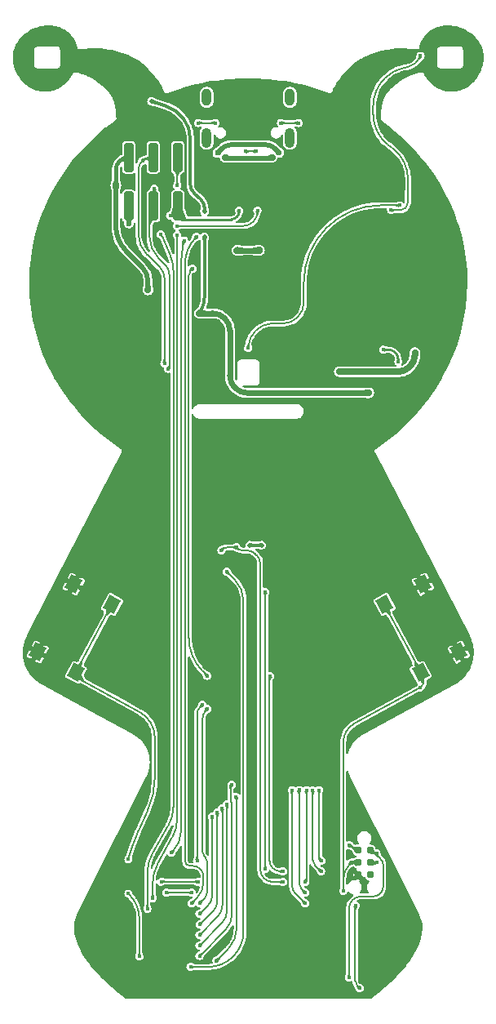
<source format=gbr>
%TF.GenerationSoftware,KiCad,Pcbnew,8.0.8*%
%TF.CreationDate,2025-01-21T23:36:11+01:00*%
%TF.ProjectId,mariposa,6d617269-706f-4736-912e-6b696361645f,2.0*%
%TF.SameCoordinates,Original*%
%TF.FileFunction,Copper,L1,Top*%
%TF.FilePolarity,Positive*%
%FSLAX46Y46*%
G04 Gerber Fmt 4.6, Leading zero omitted, Abs format (unit mm)*
G04 Created by KiCad (PCBNEW 8.0.8) date 2025-01-21 23:36:11*
%MOMM*%
%LPD*%
G01*
G04 APERTURE LIST*
G04 Aperture macros list*
%AMRoundRect*
0 Rectangle with rounded corners*
0 $1 Rounding radius*
0 $2 $3 $4 $5 $6 $7 $8 $9 X,Y pos of 4 corners*
0 Add a 4 corners polygon primitive as box body*
4,1,4,$2,$3,$4,$5,$6,$7,$8,$9,$2,$3,0*
0 Add four circle primitives for the rounded corners*
1,1,$1+$1,$2,$3*
1,1,$1+$1,$4,$5*
1,1,$1+$1,$6,$7*
1,1,$1+$1,$8,$9*
0 Add four rect primitives between the rounded corners*
20,1,$1+$1,$2,$3,$4,$5,0*
20,1,$1+$1,$4,$5,$6,$7,0*
20,1,$1+$1,$6,$7,$8,$9,0*
20,1,$1+$1,$8,$9,$2,$3,0*%
%AMRotRect*
0 Rectangle, with rotation*
0 The origin of the aperture is its center*
0 $1 length*
0 $2 width*
0 $3 Rotation angle, in degrees counterclockwise*
0 Add horizontal line*
21,1,$1,$2,0,0,$3*%
G04 Aperture macros list end*
%TA.AperFunction,ComponentPad*%
%ADD10C,5.600000*%
%TD*%
%TA.AperFunction,SMDPad,CuDef*%
%ADD11RoundRect,0.250000X0.250000X-1.250000X0.250000X1.250000X-0.250000X1.250000X-0.250000X-1.250000X0*%
%TD*%
%TA.AperFunction,SMDPad,CuDef*%
%ADD12RotRect,1.550000X1.300000X118.000000*%
%TD*%
%TA.AperFunction,SMDPad,CuDef*%
%ADD13RotRect,1.550000X1.300000X62.000000*%
%TD*%
%TA.AperFunction,ConnectorPad*%
%ADD14C,0.787400*%
%TD*%
%TA.AperFunction,ComponentPad*%
%ADD15O,1.000000X1.800000*%
%TD*%
%TA.AperFunction,ComponentPad*%
%ADD16O,1.000000X2.100000*%
%TD*%
%TA.AperFunction,ComponentPad*%
%ADD17C,0.499999*%
%TD*%
%TA.AperFunction,ViaPad*%
%ADD18C,0.500000*%
%TD*%
%TA.AperFunction,ViaPad*%
%ADD19C,0.700000*%
%TD*%
%TA.AperFunction,ViaPad*%
%ADD20C,0.450000*%
%TD*%
%TA.AperFunction,ViaPad*%
%ADD21C,0.400000*%
%TD*%
%TA.AperFunction,ViaPad*%
%ADD22C,0.600000*%
%TD*%
%TA.AperFunction,Conductor*%
%ADD23C,0.300000*%
%TD*%
%TA.AperFunction,Conductor*%
%ADD24C,0.600000*%
%TD*%
%TA.AperFunction,Conductor*%
%ADD25C,0.350000*%
%TD*%
%TA.AperFunction,Conductor*%
%ADD26C,0.240000*%
%TD*%
%TA.AperFunction,Conductor*%
%ADD27C,0.200000*%
%TD*%
%TA.AperFunction,Conductor*%
%ADD28C,0.500000*%
%TD*%
%TA.AperFunction,Conductor*%
%ADD29C,0.400000*%
%TD*%
%TA.AperFunction,Conductor*%
%ADD30C,0.700000*%
%TD*%
G04 APERTURE END LIST*
D10*
%TO.P,H2,1,1*%
%TO.N,GND*%
X135500000Y-65925000D03*
%TD*%
D11*
%TO.P,J9,1,Pin_1*%
%TO.N,PRI_MID*%
X137600000Y-49980000D03*
%TO.P,J9,2,Pin_2*%
%TO.N,Earth_Clean*%
X137600000Y-55020000D03*
%TO.P,J9,3,Pin_3*%
%TO.N,scl*%
X140140000Y-49980000D03*
%TO.P,J9,4,Pin_4*%
%TO.N,sda*%
X140140000Y-55020000D03*
%TO.P,J9,5,Pin_5*%
%TO.N,gpio1*%
X142680000Y-49980000D03*
%TO.P,J9,6,Pin_6*%
%TO.N,gpio2*%
X142680000Y-55020000D03*
%TD*%
D10*
%TO.P,H4,1,1*%
%TO.N,GND*%
X135500000Y-130000000D03*
%TD*%
D12*
%TO.P,SW3,1,1*%
%TO.N,reset*%
X167881865Y-103370442D03*
X164144871Y-96342180D03*
%TO.P,SW3,2,2*%
%TO.N,GND*%
X171855129Y-101257820D03*
X168118135Y-94229558D03*
%TD*%
D13*
%TO.P,SW1,1,1*%
%TO.N,GND*%
X128144871Y-101257820D03*
X131881865Y-94229558D03*
%TO.P,SW1,2,2*%
%TO.N,Net-(R16-Pad1)*%
X132118135Y-103370442D03*
X135855129Y-96342180D03*
%TD*%
D14*
%TO.P,J3,1,VCC*%
%TO.N,VCC*%
X161400000Y-121830000D03*
%TO.P,J3,2,SWDIO*%
%TO.N,swdio*%
X162670000Y-121830000D03*
%TO.P,J3,3,~{RESET}*%
%TO.N,reset*%
X161400000Y-123100000D03*
%TO.P,J3,4,SWCLK*%
%TO.N,swdclk*%
X162670000Y-123100000D03*
%TO.P,J3,5,GND*%
%TO.N,GND*%
X161400000Y-124370000D03*
%TO.P,J3,6,SWO*%
%TO.N,unconnected-(J3-SWO-Pad6)*%
X162670000Y-124370000D03*
%TD*%
D10*
%TO.P,H5,1,1*%
%TO.N,GND*%
X164500000Y-130000000D03*
%TD*%
%TO.P,H3,1,1*%
%TO.N,GND*%
X164500000Y-65925000D03*
%TD*%
D15*
%TO.P,J4,S1,SHIELD*%
%TO.N,Net-(J4-SHIELD)*%
X145680000Y-43751927D03*
D16*
X145680000Y-47931927D03*
D15*
X154320000Y-43751927D03*
D16*
X154320000Y-47931927D03*
%TD*%
D17*
%TO.P,U2,9,PAD*%
%TO.N,GND*%
X165100000Y-53990000D03*
X164000003Y-53990000D03*
%TD*%
D18*
%TO.N,Net-(J6-Pin_6)*%
X151390000Y-90180000D03*
X150150000Y-90180000D03*
D19*
%TO.N,VCC*%
X162510000Y-74390000D03*
D18*
X145460000Y-58220000D03*
X139970000Y-44170000D03*
D19*
X144920000Y-66140000D03*
D20*
X160490000Y-121292679D03*
D18*
X145460000Y-55590000D03*
D20*
%TO.N,Net-(J4-CC2)*%
X153400000Y-46400000D03*
X155200000Y-46400000D03*
%TO.N,Net-(J4-CC1)*%
X146600000Y-46400000D03*
X144800000Y-46400000D03*
%TO.N,D+*%
X140970000Y-125070000D03*
X144820000Y-125100000D03*
X150790000Y-49340000D03*
X149700000Y-49340000D03*
%TO.N,D-*%
X141500000Y-126200000D03*
X144125002Y-126200000D03*
%TO.N,Net-(D1-K)*%
X165730000Y-54940000D03*
X150000000Y-69735534D03*
%TO.N,Net-(D6-K)*%
X167880361Y-39447623D03*
D21*
X164800000Y-55450000D03*
D20*
%TO.N,ch2*%
X157570000Y-122900000D03*
X157349918Y-115579518D03*
%TO.N,ch6*%
X155900000Y-127300000D03*
X154530000Y-115580000D03*
%TO.N,GND*%
X141870000Y-128960000D03*
X149500000Y-89490000D03*
D22*
X160650000Y-124360000D03*
X157150000Y-110640000D03*
X151890000Y-92770000D03*
X170950000Y-42810000D03*
D21*
X139190000Y-56992679D03*
D20*
X155900000Y-132250000D03*
D22*
X129160000Y-42790000D03*
D18*
X160530000Y-122222679D03*
D21*
X162870000Y-121060000D03*
D18*
X153560000Y-131150000D03*
D20*
X150380000Y-91510000D03*
D21*
X141070000Y-49140000D03*
X157680000Y-131220000D03*
D22*
X158970000Y-124370000D03*
X153480000Y-122880000D03*
D20*
X144040000Y-122910000D03*
X155910000Y-133350000D03*
X155910000Y-134460000D03*
D22*
X149980000Y-94430000D03*
D20*
X142440000Y-124010000D03*
X155910000Y-135550000D03*
X148490000Y-91510000D03*
X144590000Y-88790000D03*
D18*
X135650000Y-49492679D03*
D22*
X132010000Y-98772679D03*
D20*
X144040000Y-124010000D03*
X150550000Y-120540000D03*
D22*
X158950000Y-120540000D03*
D20*
X144000000Y-135000000D03*
D18*
X148050000Y-47140000D03*
D21*
X140410000Y-118010000D03*
X161030000Y-120580000D03*
X139180000Y-51300000D03*
D20*
X141860000Y-131150000D03*
X155900000Y-131150000D03*
X142440000Y-122920000D03*
X153500000Y-91160000D03*
D22*
X144780000Y-91890000D03*
D18*
X153560000Y-133360000D03*
D20*
X141810000Y-134982679D03*
X155910000Y-130060000D03*
D22*
X150010000Y-77540000D03*
D20*
X154250000Y-92750000D03*
D21*
X144680000Y-48920000D03*
D20*
X144160000Y-128380000D03*
D21*
X140510000Y-122332679D03*
D18*
X153560000Y-132260000D03*
D22*
X138380000Y-63530000D03*
D20*
X151510000Y-50940000D03*
D18*
X153570000Y-126690000D03*
D20*
X144030000Y-110530000D03*
X152740000Y-120530000D03*
X144170000Y-131690000D03*
X141860000Y-130040000D03*
D18*
X153560000Y-130050000D03*
X153560000Y-128940000D03*
D20*
X152920000Y-87300000D03*
X155910000Y-128950000D03*
X136880000Y-52152679D03*
X153860000Y-120530000D03*
X144170000Y-132770000D03*
D22*
X148890000Y-52550000D03*
X147110000Y-69470000D03*
X156000000Y-105800000D03*
D18*
X132730000Y-55102679D03*
D22*
X152020000Y-54300000D03*
D18*
X137200000Y-57972679D03*
D20*
X151750000Y-89370000D03*
D22*
X149980000Y-92980000D03*
D18*
X149990000Y-45610000D03*
X146810000Y-53740000D03*
D21*
X150540000Y-122250000D03*
D20*
X141880000Y-127300000D03*
X144390000Y-125600000D03*
D22*
X168000000Y-98822679D03*
D18*
X134150000Y-61862679D03*
D20*
X144160000Y-130590000D03*
D21*
X141410000Y-60330000D03*
D18*
X134150000Y-57252679D03*
D22*
X146740000Y-132250000D03*
D20*
X144160000Y-129500000D03*
D21*
X140930000Y-52410000D03*
D20*
%TO.N,ch5*%
X155900000Y-126200000D03*
X155270000Y-115570000D03*
%TO.N,ch3*%
X156700000Y-115590000D03*
X157560000Y-124000000D03*
%TO.N,ch18*%
X146790000Y-117923947D03*
X144950000Y-129500000D03*
%TO.N,ch15*%
X144940000Y-132760000D03*
X148275000Y-115030000D03*
%TO.N,ext_on*%
X144190000Y-61510000D03*
X153590000Y-124000000D03*
X145730000Y-103720000D03*
X152290000Y-103750000D03*
%TO.N,led_data*%
X143330000Y-58600000D03*
X142020000Y-122080000D03*
%TO.N,ch17*%
X144940000Y-130600000D03*
X147275000Y-117473832D03*
%TO.N,ch20*%
X145740000Y-107170000D03*
X144950000Y-127280000D03*
D19*
%TO.N,PRI_MID*%
X136260000Y-52810000D03*
X139590000Y-63720000D03*
D20*
%TO.N,mosi*%
X153590000Y-125098164D03*
X147220000Y-90700000D03*
X148750000Y-90400000D03*
%TO.N,sck*%
X144010000Y-133910000D03*
X147760000Y-92920000D03*
%TO.N,cs*%
X151765000Y-95020000D03*
X151770000Y-123760000D03*
%TO.N,ch19*%
X144940000Y-128400000D03*
X146250000Y-118330000D03*
%TO.N,ch21*%
X144690003Y-122910000D03*
X145240000Y-106750000D03*
%TO.N,reset*%
X160700000Y-123100000D03*
X159870000Y-126012679D03*
D21*
X167812289Y-104985075D03*
D20*
%TO.N,swdio*%
X160450000Y-135000000D03*
X163310797Y-122160000D03*
%TO.N,swdclk*%
X161550000Y-136100000D03*
X163360000Y-123100000D03*
X161140000Y-127550000D03*
%TO.N,ch16*%
X147775381Y-117058956D03*
X144940000Y-131700000D03*
%TO.N,ch14*%
X146700000Y-133270000D03*
X148725000Y-116290000D03*
%TO.N,ch4*%
X156030000Y-115580000D03*
X155920000Y-125100000D03*
D22*
%TO.N,Net-(FB5-Pad2)*%
X146800000Y-49530000D03*
X153230000Y-49510000D03*
D20*
%TO.N,status_led_1*%
X144601573Y-58230890D03*
X144130000Y-127300000D03*
D19*
%TO.N,Net-(C4--)*%
X147600000Y-49970000D03*
X152485827Y-49974173D03*
%TO.N,VDC*%
X151160000Y-59600000D03*
X148810000Y-59610000D03*
X159450000Y-72190000D03*
X167300000Y-70220000D03*
D22*
%TO.N,Earth_Clean*%
X137600000Y-56822679D03*
D20*
%TO.N,Net-(U1-P1.03)*%
X138690000Y-132810000D03*
X137560000Y-126312679D03*
%TO.N,Net-(U5-VSET)*%
X164020000Y-69920000D03*
D21*
X165560000Y-71140000D03*
D20*
%TO.N,sda*%
X140270000Y-53220000D03*
X141705000Y-71890000D03*
%TO.N,scl*%
X141301525Y-71340000D03*
X139016428Y-50326428D03*
%TO.N,gpio1*%
X142630000Y-57092679D03*
X142630000Y-52900000D03*
X150950000Y-55470000D03*
%TO.N,gpio2*%
X141890000Y-56032679D03*
X149050000Y-55470000D03*
%TO.N,Net-(R16-Pad1)*%
X137560000Y-122732679D03*
%TO.N,Net-(RN2-R2.1)*%
X139530000Y-127880000D03*
X140940000Y-57981429D03*
%TO.N,Net-(RN2-R1.1)*%
X142630000Y-58012679D03*
X140090000Y-126770000D03*
%TD*%
D23*
%TO.N,Net-(J6-Pin_6)*%
X151390000Y-90180000D02*
X150150000Y-90180000D01*
D24*
%TO.N,VCC*%
X148095626Y-67944364D02*
X148084374Y-72585636D01*
D25*
X144404641Y-53707342D02*
X145036088Y-54283324D01*
D24*
X149884369Y-74390000D02*
X162510000Y-74390000D01*
X144920000Y-66140000D02*
X146295631Y-66140000D01*
D25*
X139970000Y-44170000D02*
X141486635Y-44656681D01*
X145460000Y-58220000D02*
X145460000Y-64416221D01*
X143986655Y-48089096D02*
X143980731Y-52745236D01*
D26*
X160490000Y-121292679D02*
X161400000Y-121830000D01*
D25*
X145460000Y-55243776D02*
X145460000Y-55590000D01*
X145000670Y-66011525D02*
X144920000Y-66140000D01*
X145460000Y-55243776D02*
G75*
G03*
X145036077Y-54283337I-1300000J-24D01*
G01*
X141486635Y-44656681D02*
G75*
G02*
X143986669Y-48089096I-1099935J-3427819D01*
G01*
D24*
X148084374Y-72585636D02*
G75*
G03*
X149884369Y-74390031I1800026J-4364D01*
G01*
D25*
X143980731Y-52745236D02*
G75*
G03*
X144404643Y-53707340I1299969J-1664D01*
G01*
X145000670Y-66011525D02*
G75*
G03*
X145460011Y-64416221I-2540670J1595325D01*
G01*
D24*
X148095626Y-67944364D02*
G75*
G03*
X146295631Y-66139969I-1800026J4364D01*
G01*
D27*
%TO.N,Net-(J4-CC2)*%
X153400000Y-46400000D02*
X155200000Y-46400000D01*
%TO.N,Net-(J4-CC1)*%
X146600000Y-46400000D02*
X144800000Y-46400000D01*
%TO.N,D+*%
X144790000Y-125070000D02*
X140970000Y-125070000D01*
X144820000Y-125100000D02*
X144790000Y-125070000D01*
X149700000Y-49340000D02*
X150790000Y-49340000D01*
%TO.N,D-*%
X144125002Y-126200000D02*
X141500000Y-126200000D01*
%TO.N,Net-(D1-K)*%
X163766528Y-54940000D02*
X165730000Y-54940000D01*
X155767025Y-65001919D02*
X155766531Y-62946525D01*
X152371835Y-67202447D02*
X153567025Y-67202447D01*
X150002447Y-69733087D02*
X150002447Y-69571835D01*
X150732233Y-67967767D02*
X150767767Y-67932233D01*
X150000000Y-69735534D02*
X150002447Y-69733087D01*
X155766531Y-62946525D02*
G75*
G02*
X163766528Y-54940028I7999969J6525D01*
G01*
X153567025Y-67202447D02*
G75*
G03*
X155767047Y-65001919I-25J2200047D01*
G01*
X150002447Y-69571835D02*
G75*
G02*
X150732208Y-67967742I2516853J-176965D01*
G01*
X150767767Y-67932233D02*
G75*
G02*
X152371837Y-67202482I1781033J-1787067D01*
G01*
%TO.N,Net-(D6-K)*%
X167833564Y-39494420D02*
X167833564Y-39570122D01*
X166551956Y-40596409D02*
X166201701Y-40668649D01*
X167880361Y-39447623D02*
X167833564Y-39494420D01*
X166575465Y-52228973D02*
X166570000Y-54650000D01*
X164574261Y-48719863D02*
X164971214Y-49016753D01*
X165770000Y-55450000D02*
X164800000Y-55450000D01*
X164250731Y-41689967D02*
X164211036Y-41727781D01*
X162970000Y-44624006D02*
X162970000Y-45516672D01*
X166201701Y-40668649D02*
G75*
G03*
X164250732Y-41689968I807999J-3917551D01*
G01*
X164211036Y-41727781D02*
G75*
G03*
X162970004Y-44624006I2758964J-2896219D01*
G01*
X166570000Y-54650000D02*
G75*
G02*
X165770000Y-55450000I-800000J0D01*
G01*
X162970000Y-45516672D02*
G75*
G03*
X164574247Y-48719881I4000000J-28D01*
G01*
X167833564Y-39570122D02*
G75*
G02*
X166551959Y-40596425I-1650264J747422D01*
G01*
X164971214Y-49016753D02*
G75*
G02*
X166575439Y-52228973I-2395714J-3203147D01*
G01*
%TO.N,ch2*%
X157349918Y-115579518D02*
X157349918Y-122472811D01*
X157496365Y-122826365D02*
X157570000Y-122900000D01*
X157496365Y-122826365D02*
G75*
G02*
X157349905Y-122472811I353535J353565D01*
G01*
%TO.N,ch6*%
X154530000Y-115580000D02*
X154530000Y-125432944D01*
X154881472Y-126281472D02*
X155900000Y-127300000D01*
X154881472Y-126281472D02*
G75*
G02*
X154529969Y-125432944I848528J848572D01*
G01*
%TO.N,GND*%
X148490000Y-91510000D02*
X150380000Y-91510000D01*
%TO.N,ch5*%
X155270000Y-115570000D02*
X155270000Y-125238629D01*
X155504315Y-125804315D02*
X155900000Y-126200000D01*
X155504315Y-125804315D02*
G75*
G02*
X155269979Y-125238629I565685J565715D01*
G01*
%TO.N,ch3*%
X156934315Y-123374315D02*
X157560000Y-124000000D01*
X156700000Y-115590000D02*
X156700000Y-122808629D01*
X156934315Y-123374315D02*
G75*
G02*
X156699979Y-122808629I565685J565715D01*
G01*
%TO.N,ch18*%
X146409239Y-128040761D02*
X144950000Y-129500000D01*
X146790000Y-117923947D02*
X146790000Y-127121522D01*
X146409239Y-128040761D02*
G75*
G03*
X146790016Y-127121522I-919239J919261D01*
G01*
%TO.N,ch15*%
X148300381Y-116924336D02*
X148300057Y-128488735D01*
X148275000Y-115030000D02*
X148160000Y-115145000D01*
X148160000Y-115145000D02*
X148160000Y-116618269D01*
X147655692Y-130044308D02*
X144940000Y-132760000D01*
X148218579Y-116759691D02*
X148241803Y-116782915D01*
X148300057Y-128488735D02*
G75*
G02*
X147655697Y-130044313I-2199957J35D01*
G01*
X148241803Y-116782915D02*
G75*
G02*
X148300361Y-116924336I-141403J-141385D01*
G01*
X148160000Y-116618269D02*
G75*
G03*
X148218564Y-116759706I200000J-31D01*
G01*
%TO.N,ext_on*%
X144190000Y-61510000D02*
X144064406Y-61635594D01*
X152215000Y-103825000D02*
X152215000Y-122879365D01*
X143830200Y-63549997D02*
X143830200Y-99749132D01*
X152290000Y-103750000D02*
X152215000Y-103825000D01*
X145294666Y-103284666D02*
X145730000Y-103720000D01*
X143830092Y-62201343D02*
X143830200Y-63549997D01*
X152537183Y-123657183D02*
X152557818Y-123677818D01*
X153335635Y-124000000D02*
X153590000Y-124000000D01*
X152557818Y-123677818D02*
G75*
G03*
X153335635Y-123999975I777782J777818D01*
G01*
X145294666Y-103284666D02*
G75*
G02*
X143830177Y-99749132I3535534J3535566D01*
G01*
X152537183Y-123657183D02*
G75*
G02*
X152215025Y-122879365I777817J777783D01*
G01*
X144064406Y-61635594D02*
G75*
G03*
X143830079Y-62201343I565694J-565706D01*
G01*
%TO.N,led_data*%
X143234089Y-59016438D02*
X143330000Y-58600000D01*
X143030000Y-60811927D02*
X143030000Y-119827359D01*
X142151320Y-121948680D02*
X142020000Y-122080000D01*
X143030000Y-60811927D02*
G75*
G02*
X143234084Y-59016437I8000000J27D01*
G01*
X143030000Y-119827359D02*
G75*
G02*
X142151340Y-121948700I-3000000J-41D01*
G01*
%TO.N,ch17*%
X147275000Y-117473832D02*
X147315000Y-117513832D01*
X146787792Y-128752208D02*
X144940000Y-130600000D01*
X147315000Y-117513832D02*
X147315000Y-127479416D01*
X147315000Y-127479416D02*
G75*
G02*
X146787784Y-128752200I-1800000J16D01*
G01*
%TO.N,ch20*%
X145455026Y-122465026D02*
X145539975Y-122549975D01*
X145250000Y-108198478D02*
X145250000Y-121970051D01*
X145539974Y-126690026D02*
X144950000Y-127280000D01*
X145745000Y-123044949D02*
X145745000Y-126195051D01*
X145740000Y-107170000D02*
X145630761Y-107279239D01*
X145539974Y-126690026D02*
G75*
G03*
X145745036Y-126195051I-494974J495026D01*
G01*
X145745000Y-123044949D02*
G75*
G03*
X145540000Y-122549950I-700000J49D01*
G01*
X145630761Y-107279239D02*
G75*
G03*
X145249984Y-108198478I919239J-919261D01*
G01*
X145455026Y-122465026D02*
G75*
G02*
X145249964Y-121970051I494974J495026D01*
G01*
D28*
%TO.N,PRI_MID*%
X136260000Y-57099574D02*
X136260000Y-52800000D01*
D29*
X136260000Y-52810000D02*
X136260000Y-51279738D01*
X137569701Y-49979774D02*
X137600000Y-49980000D01*
D27*
X137790000Y-51380000D02*
X137600000Y-51380000D01*
D28*
X139014243Y-61395989D02*
X137277468Y-59607666D01*
X139590000Y-63720000D02*
X139590000Y-62800101D01*
X136260000Y-57099574D02*
G75*
G03*
X137277455Y-59607679I3600000J-26D01*
G01*
X139590000Y-62800101D02*
G75*
G03*
X139014244Y-61395988I-2000000J1D01*
G01*
D29*
X136260000Y-51279738D02*
G75*
G02*
X137569701Y-49979736I1300000J38D01*
G01*
D27*
%TO.N,mosi*%
X147220000Y-90700000D02*
X147314975Y-90605025D01*
X151240000Y-123771522D02*
X151240000Y-92118478D01*
X151649239Y-124719239D02*
X151620761Y-124690761D01*
X150859239Y-91199239D02*
X150770761Y-91110761D01*
X148787107Y-90437107D02*
X148750000Y-90400000D01*
X149851522Y-90730000D02*
X149494214Y-90730000D01*
X153590000Y-125098164D02*
X152466311Y-125098164D01*
X147809949Y-90400000D02*
X148750000Y-90400000D01*
X151620761Y-124690761D02*
G75*
G02*
X151239984Y-123771522I919239J919261D01*
G01*
X147314975Y-90605025D02*
G75*
G02*
X147809949Y-90399964I495025J-494975D01*
G01*
X151240000Y-92118478D02*
G75*
G03*
X150859228Y-91199250I-1300000J-22D01*
G01*
X150770761Y-91110761D02*
G75*
G03*
X149851522Y-90729984I-919261J-919239D01*
G01*
X152466311Y-125098164D02*
G75*
G02*
X151649235Y-124719243I112489J1312964D01*
G01*
X149494214Y-90730000D02*
G75*
G02*
X148787100Y-90437114I-14J1000000D01*
G01*
%TO.N,sck*%
X145858831Y-133910000D02*
X144010000Y-133910000D01*
X149500000Y-95902641D02*
X149500000Y-130268831D01*
X148445584Y-132814416D02*
X148404415Y-132855585D01*
X147760000Y-92920000D02*
X148621321Y-93781321D01*
X148621321Y-93781321D02*
G75*
G02*
X149499971Y-95902641I-2121321J-2121279D01*
G01*
X148445584Y-132814416D02*
G75*
G03*
X149500022Y-130268831I-2545584J2545616D01*
G01*
X148404415Y-132855585D02*
G75*
G02*
X145858831Y-133910022I-2545615J2545585D01*
G01*
%TO.N,cs*%
X151765000Y-123755000D02*
X151770000Y-123760000D01*
X151765000Y-95020000D02*
X151765000Y-123755000D01*
%TO.N,ch19*%
X145898528Y-127441472D02*
X144940000Y-128400000D01*
X146250000Y-118330000D02*
X146250000Y-126592944D01*
X145898528Y-127441472D02*
G75*
G03*
X146250031Y-126592944I-848528J848572D01*
G01*
%TO.N,ch21*%
X145240000Y-106750000D02*
X144982896Y-107007104D01*
X144690003Y-107714211D02*
X144690003Y-122910000D01*
X144982896Y-107007104D02*
G75*
G03*
X144690010Y-107714211I707104J-707096D01*
G01*
%TO.N,reset*%
X159870000Y-110604799D02*
X159870000Y-125150000D01*
X159870000Y-125150000D02*
X159870000Y-124841270D01*
X160700000Y-123100000D02*
X161400000Y-123100000D01*
X160514365Y-123285635D02*
X160700000Y-123100000D01*
X167812289Y-104985075D02*
X161014975Y-108674275D01*
X167881865Y-103370442D02*
X164144871Y-96342180D01*
X167881865Y-103370442D02*
X168152556Y-103937151D01*
X159870000Y-126012679D02*
X159870000Y-125150000D01*
X167812289Y-104985075D02*
G75*
G03*
X168152515Y-103937170I-381589J703075D01*
G01*
X161014975Y-108674275D02*
G75*
G03*
X159869999Y-110604799I1055025J-1930525D01*
G01*
X160514365Y-123285635D02*
G75*
G03*
X159869979Y-124841270I1555635J-1555665D01*
G01*
%TO.N,swdio*%
X163310797Y-122160000D02*
X163334849Y-122105948D01*
X163595093Y-122596159D02*
X163699864Y-122680005D01*
X163000000Y-126590000D02*
X161750000Y-126590000D01*
X164000000Y-123304614D02*
X164000000Y-125590000D01*
X162670000Y-121830000D02*
X163310797Y-122160000D01*
X163310797Y-122160000D02*
X163339230Y-122158433D01*
X163339230Y-122158433D02*
X163339230Y-122242444D01*
X160450000Y-127890000D02*
X160450000Y-135000000D01*
X163699864Y-122680005D02*
G75*
G02*
X163999989Y-123304614I-499864J-624595D01*
G01*
X164000000Y-125590000D02*
G75*
G02*
X163000000Y-126590000I-1000000J0D01*
G01*
X163339230Y-122242444D02*
G75*
G03*
X163595105Y-122596145I784670J298244D01*
G01*
X161750000Y-126590000D02*
G75*
G03*
X160450000Y-127890000I0J-1300000D01*
G01*
%TO.N,swdclk*%
X161550000Y-136100000D02*
X161334314Y-135884314D01*
X163360000Y-123100000D02*
X162670000Y-123100000D01*
X161100000Y-135318629D02*
X161100000Y-127590000D01*
X161100000Y-127590000D02*
X161140000Y-127550000D01*
X161100000Y-135318629D02*
G75*
G03*
X161334329Y-135884299I800000J29D01*
G01*
%TO.N,ch16*%
X147800000Y-117083575D02*
X147800000Y-128011573D01*
X147214213Y-129425787D02*
X144940000Y-131700000D01*
X147775381Y-117058956D02*
X147800000Y-117083575D01*
X147800000Y-128011573D02*
G75*
G02*
X147214227Y-129425801I-2000000J-27D01*
G01*
%TO.N,ch14*%
X148800000Y-116365000D02*
X148800000Y-129903905D01*
X148725000Y-116290000D02*
X148800000Y-116365000D01*
X147941238Y-132005120D02*
X146700000Y-133270000D01*
X148800000Y-129903905D02*
G75*
G02*
X147941235Y-132005117I-3000000J5D01*
G01*
%TO.N,ch4*%
X156030000Y-124990000D02*
X155920000Y-125100000D01*
X156030000Y-115580000D02*
X156030000Y-124990000D01*
D28*
%TO.N,Net-(FB5-Pad2)*%
X151846522Y-48665000D02*
X148203478Y-48665000D01*
X147284239Y-49045761D02*
X146800000Y-49530000D01*
X153230000Y-49510000D02*
X152765761Y-49045761D01*
X148203478Y-48665000D02*
G75*
G03*
X147284250Y-49045772I22J-1300000D01*
G01*
X151846522Y-48665000D02*
G75*
G02*
X152765750Y-49045772I-22J-1300000D01*
G01*
D27*
%TO.N,status_led_1*%
X144700635Y-126729365D02*
X144130000Y-127300000D01*
X145345000Y-124490484D02*
X145345000Y-125173730D01*
X143430000Y-61059317D02*
X143434960Y-122935040D01*
X144289516Y-123435000D02*
X143934960Y-123435000D01*
X145052107Y-123783377D02*
X144996623Y-123727893D01*
X145345000Y-125173730D02*
G75*
G02*
X144700620Y-126729350I-2200000J30D01*
G01*
X144289516Y-123435000D02*
G75*
G02*
X144996615Y-123727901I-16J-1000000D01*
G01*
X144601573Y-58230890D02*
G75*
G03*
X143430012Y-61059317I2828427J-2828410D01*
G01*
X143434960Y-122935040D02*
G75*
G03*
X143934960Y-123435040I500040J40D01*
G01*
X145052107Y-123783377D02*
G75*
G02*
X145345012Y-124490484I-707107J-707123D01*
G01*
D28*
%TO.N,Net-(C4--)*%
X152400000Y-50060000D02*
X152485827Y-49974173D01*
X152416789Y-50043211D02*
X152485827Y-49974173D01*
X147600000Y-49970000D02*
X147690000Y-50060000D01*
X147690000Y-50060000D02*
X152400000Y-50060000D01*
D24*
%TO.N,VDC*%
X148810000Y-59610000D02*
X151150000Y-59610000D01*
X151150000Y-59610000D02*
X151160000Y-59600000D01*
D30*
X159450000Y-72190000D02*
X165495414Y-72205402D01*
X167300000Y-70405408D02*
X167300000Y-70220000D01*
X165495414Y-72205402D02*
G75*
G03*
X167300008Y-70405408I4586J1800002D01*
G01*
D27*
%TO.N,Earth_Clean*%
X137600000Y-55020000D02*
X137600000Y-56822679D01*
X137600000Y-56122774D02*
X137600000Y-55020000D01*
%TO.N,Net-(U1-P1.03)*%
X138700000Y-128943848D02*
X138700000Y-132800000D01*
X138700000Y-132800000D02*
X138690000Y-132810000D01*
X137560000Y-126312679D02*
X137645585Y-126398264D01*
X137645585Y-126398264D02*
G75*
G02*
X138699966Y-128943848I-2545585J-2545536D01*
G01*
D26*
%TO.N,Net-(U5-VSET)*%
X164020000Y-69920000D02*
X164560000Y-69920000D01*
X165560000Y-70920000D02*
X165560000Y-71140000D01*
X164560000Y-69920000D02*
G75*
G02*
X165560000Y-70920000I0J-1000000D01*
G01*
D27*
%TO.N,sda*%
X140685801Y-60405983D02*
X141363151Y-61054201D01*
X141826525Y-62180293D02*
X141826525Y-71768475D01*
D26*
X139760000Y-56400000D02*
X140140000Y-55020000D01*
D27*
X139760000Y-56400000D02*
X139760000Y-58238566D01*
D26*
X140140000Y-55020000D02*
X140270000Y-53220000D01*
D27*
X141826525Y-71768475D02*
X141705000Y-71890000D01*
X140685801Y-60405983D02*
G75*
G02*
X139760025Y-58238566I2074199J2167383D01*
G01*
X141363151Y-61054201D02*
G75*
G02*
X141826523Y-62180293I-1136651J-1126099D01*
G01*
%TO.N,scl*%
X138600000Y-57943136D02*
X138600000Y-51280000D01*
X140832896Y-61372896D02*
X140134194Y-60695806D01*
X140134194Y-60695806D02*
X139520220Y-60105199D01*
X141301525Y-71340000D02*
X141301525Y-62504267D01*
X140270000Y-50500000D02*
X140343554Y-50573554D01*
X139982893Y-49157107D02*
X140057107Y-49082893D01*
X139900000Y-49980000D02*
X140140000Y-49980000D01*
X139900000Y-49980000D02*
G75*
G03*
X138600000Y-51280000I0J-1300000D01*
G01*
X138600000Y-57943136D02*
G75*
G03*
X139520238Y-60105180I3000000J36D01*
G01*
X140490000Y-50927107D02*
G75*
G03*
X140343557Y-50573551I-500000J7D01*
G01*
X141301525Y-62504267D02*
G75*
G03*
X140832885Y-61372907I-1600025J-33D01*
G01*
%TO.N,gpio1*%
X150960000Y-55580000D02*
X150960000Y-55450000D01*
X142680000Y-50690000D02*
X142680000Y-49980000D01*
X142630000Y-57090000D02*
X142630000Y-57092679D01*
X142630000Y-51520000D02*
X142680000Y-49980000D01*
X142630000Y-52900000D02*
X142630000Y-51520000D01*
X150960000Y-55450000D02*
X150950000Y-55470000D01*
X142630000Y-57090000D02*
X149460000Y-57080000D01*
X149460000Y-57080000D02*
G75*
G03*
X150960000Y-55580000I0J1500000D01*
G01*
%TO.N,gpio2*%
X142680000Y-55020000D02*
X143060000Y-56400000D01*
X142680000Y-55020000D02*
X142680000Y-56400000D01*
X142170000Y-56032679D02*
X142680000Y-55020000D01*
D26*
X149051224Y-55582652D02*
X149050000Y-55470000D01*
D27*
X141890000Y-56032679D02*
X142170000Y-56032679D01*
D26*
X143060000Y-56400000D02*
X148252605Y-56391346D01*
X149051224Y-55582652D02*
G75*
G02*
X148252605Y-56391270I-799924J-8648D01*
G01*
D27*
%TO.N,Net-(R16-Pad1)*%
X139530774Y-117734990D02*
X138599319Y-119781293D01*
X132520000Y-104062679D02*
X138748291Y-107494609D01*
X140300000Y-110121861D02*
X140300000Y-114312139D01*
X138060909Y-121175057D02*
X137560000Y-122732679D01*
X132520000Y-104062679D02*
X132118135Y-103370442D01*
X132118135Y-103370442D02*
X135855129Y-96342180D01*
X138599319Y-119781293D02*
G75*
G03*
X138060908Y-121175057I11836981J-5373507D01*
G01*
X140300000Y-114312139D02*
G75*
G02*
X139530759Y-117734983I-8000000J39D01*
G01*
X138748291Y-107494609D02*
G75*
G02*
X140300034Y-110121861I-1448291J-2627291D01*
G01*
%TO.N,Net-(RN2-R2.1)*%
X141198536Y-58370900D02*
X141919109Y-60195500D01*
X141919109Y-60195500D02*
X141970891Y-60324500D01*
X142230000Y-61665563D02*
X142230000Y-117284807D01*
X141700249Y-119274122D02*
X140059751Y-122135878D01*
X140940000Y-57981429D02*
X141038293Y-58099994D01*
X139530000Y-124125193D02*
X139530000Y-127880000D01*
X142230000Y-117284807D02*
G75*
G02*
X141700246Y-119274120I-4000000J7D01*
G01*
X141970891Y-60324500D02*
G75*
G02*
X142230014Y-61665563I-3340891J-1341100D01*
G01*
X141038293Y-58099994D02*
G75*
G02*
X141198527Y-58370904I-769893J-638206D01*
G01*
X140059751Y-122135878D02*
G75*
G03*
X139529996Y-124125193I3470249J-1989322D01*
G01*
%TO.N,Net-(RN2-R1.1)*%
X142630000Y-58012679D02*
X142630000Y-118529017D01*
X140090000Y-125190983D02*
X140090000Y-126770000D01*
X142131644Y-120462534D02*
X140588355Y-123257466D01*
X140588355Y-123257466D02*
G75*
G03*
X140089991Y-125190983I3501645J-1933534D01*
G01*
X142630000Y-118529017D02*
G75*
G02*
X142131637Y-120462530I-4000000J17D01*
G01*
%TD*%
%TA.AperFunction,Conductor*%
%TO.N,GND*%
G36*
X143106700Y-121347736D02*
G01*
X143133403Y-121402787D01*
X143134337Y-121416345D01*
X143134463Y-122980823D01*
X143134503Y-122981424D01*
X143134505Y-123013893D01*
X143134505Y-123013897D01*
X143165275Y-123168539D01*
X143207555Y-123270597D01*
X143225618Y-123314200D01*
X143313216Y-123445295D01*
X143424705Y-123556784D01*
X143555800Y-123644382D01*
X143598802Y-123662196D01*
X143701460Y-123704724D01*
X143701463Y-123704724D01*
X143701464Y-123704725D01*
X143856102Y-123735494D01*
X143887399Y-123735495D01*
X143887447Y-123735500D01*
X143934936Y-123735500D01*
X143982531Y-123735504D01*
X143982532Y-123735503D01*
X143990473Y-123735504D01*
X143990536Y-123735500D01*
X144284648Y-123735500D01*
X144294353Y-123735977D01*
X144416278Y-123747987D01*
X144435294Y-123751769D01*
X144547868Y-123785920D01*
X144565794Y-123793346D01*
X144584706Y-123803455D01*
X144669534Y-123848797D01*
X144685664Y-123859576D01*
X144780456Y-123937371D01*
X144787653Y-123943894D01*
X144805968Y-123962210D01*
X144805969Y-123962211D01*
X144829794Y-123986035D01*
X144836184Y-123992425D01*
X144842707Y-123999623D01*
X144863099Y-124024470D01*
X144915620Y-124088466D01*
X144920430Y-124094326D01*
X144931212Y-124110461D01*
X144950520Y-124146583D01*
X144986663Y-124214200D01*
X144994090Y-124232129D01*
X145016591Y-124306302D01*
X145028238Y-124344693D01*
X145032024Y-124363728D01*
X145044023Y-124485534D01*
X145044500Y-124495239D01*
X145044500Y-124588839D01*
X145025593Y-124647030D01*
X144976093Y-124682994D01*
X144930013Y-124686620D01*
X144820001Y-124669196D01*
X144820000Y-124669196D01*
X144686878Y-124690280D01*
X144686867Y-124690283D01*
X144671839Y-124697940D01*
X144647047Y-124706656D01*
X144642820Y-124707534D01*
X144642819Y-124707534D01*
X144588770Y-124730462D01*
X144588322Y-124730651D01*
X144548905Y-124747143D01*
X144542986Y-124749400D01*
X144528302Y-124754467D01*
X144516603Y-124757716D01*
X144510067Y-124759106D01*
X144498396Y-124760869D01*
X144474926Y-124762993D01*
X144467920Y-124763377D01*
X144419474Y-124764315D01*
X144419462Y-124764316D01*
X144405499Y-124767306D01*
X144384773Y-124769500D01*
X141438294Y-124769500D01*
X141428709Y-124766385D01*
X141387381Y-124764449D01*
X141387064Y-124764419D01*
X141341352Y-124762292D01*
X141327847Y-124760729D01*
X141321246Y-124759501D01*
X141304800Y-124754946D01*
X141303916Y-124754616D01*
X141293129Y-124749848D01*
X141272870Y-124739409D01*
X141269314Y-124737576D01*
X141268350Y-124737073D01*
X141268155Y-124736970D01*
X141259969Y-124732635D01*
X141220241Y-124711599D01*
X141215052Y-124708945D01*
X141214398Y-124708623D01*
X141208875Y-124705999D01*
X141152499Y-124680236D01*
X141149432Y-124678866D01*
X141149027Y-124678689D01*
X141149019Y-124678687D01*
X141145151Y-124677870D01*
X141120668Y-124669218D01*
X141103127Y-124660281D01*
X140970000Y-124639196D01*
X140836872Y-124660281D01*
X140836870Y-124660282D01*
X140716782Y-124721470D01*
X140621472Y-124816780D01*
X140599975Y-124858969D01*
X140556709Y-124902233D01*
X140496277Y-124911803D01*
X140441761Y-124884024D01*
X140413984Y-124829507D01*
X140413553Y-124801568D01*
X140442170Y-124575900D01*
X140443562Y-124567696D01*
X140506717Y-124271706D01*
X140508794Y-124263647D01*
X140596591Y-123973982D01*
X140599323Y-123966171D01*
X140711143Y-123684895D01*
X140714531Y-123677317D01*
X140850594Y-123404390D01*
X140852513Y-123400731D01*
X141471151Y-122280366D01*
X141515829Y-122238567D01*
X141576546Y-122231011D01*
X141630109Y-122260587D01*
X141646024Y-122283277D01*
X141656504Y-122303844D01*
X141671472Y-122333220D01*
X141766780Y-122428528D01*
X141766782Y-122428529D01*
X141883382Y-122487940D01*
X141886874Y-122489719D01*
X142020000Y-122510804D01*
X142153126Y-122489719D01*
X142273220Y-122428528D01*
X142368528Y-122333220D01*
X142410396Y-122251047D01*
X142414943Y-122243066D01*
X142423897Y-122228930D01*
X142447154Y-122168645D01*
X142448568Y-122164872D01*
X142448725Y-122164440D01*
X142450072Y-122160615D01*
X142468029Y-122107988D01*
X142468334Y-122107113D01*
X142475992Y-122085472D01*
X142479181Y-122076457D01*
X142482416Y-122068449D01*
X142488681Y-122054707D01*
X142494267Y-122044187D01*
X142506628Y-122023956D01*
X142511782Y-122016344D01*
X142527619Y-121995158D01*
X142527623Y-121995154D01*
X142542110Y-121975771D01*
X142545138Y-121969552D01*
X142557609Y-121950105D01*
X142684203Y-121795849D01*
X142864365Y-121526212D01*
X142948029Y-121369682D01*
X142992131Y-121327279D01*
X143052739Y-121318894D01*
X143106700Y-121347736D01*
G37*
%TD.AperFunction*%
%TA.AperFunction,Conductor*%
G36*
X142212860Y-119236146D02*
G01*
X142240332Y-119290817D01*
X142239287Y-119326415D01*
X142213282Y-119448294D01*
X142211205Y-119456353D01*
X142123415Y-119745995D01*
X142120668Y-119753851D01*
X142008860Y-120035094D01*
X142005463Y-120042691D01*
X141869426Y-120315567D01*
X141867492Y-120319252D01*
X141131724Y-121651746D01*
X140352074Y-123063712D01*
X140342233Y-123081534D01*
X140342232Y-123081533D01*
X140332647Y-123098894D01*
X140332646Y-123098896D01*
X140332646Y-123098897D01*
X140318945Y-123123710D01*
X140303336Y-123151978D01*
X140303241Y-123152178D01*
X140237877Y-123270597D01*
X140237877Y-123270598D01*
X140090199Y-123600910D01*
X140055759Y-123699416D01*
X140018706Y-123748106D01*
X139960110Y-123765718D01*
X139902353Y-123745524D01*
X139867496Y-123695238D01*
X139864143Y-123653895D01*
X139869187Y-123615350D01*
X139885489Y-123490785D01*
X139886971Y-123482331D01*
X139887945Y-123477910D01*
X139954167Y-123177379D01*
X139956375Y-123169092D01*
X140049737Y-122871120D01*
X140052646Y-122863076D01*
X140171476Y-122574310D01*
X140175083Y-122566523D01*
X140179693Y-122557606D01*
X140319522Y-122287134D01*
X140321545Y-122283420D01*
X140344124Y-122244035D01*
X140344124Y-122244034D01*
X140350563Y-122232803D01*
X140350566Y-122232793D01*
X141968534Y-119410342D01*
X142053821Y-119261653D01*
X142053835Y-119261621D01*
X142054509Y-119260319D01*
X142054687Y-119260142D01*
X142054893Y-119259784D01*
X142054992Y-119259841D01*
X142098015Y-119217297D01*
X142158500Y-119208064D01*
X142212860Y-119236146D01*
G37*
%TD.AperFunction*%
%TA.AperFunction,Conductor*%
G36*
X136857219Y-50959753D02*
G01*
X136894081Y-51008588D01*
X136899500Y-51040894D01*
X136899500Y-51284274D01*
X136902353Y-51314694D01*
X136902355Y-51314703D01*
X136947207Y-51442883D01*
X137027845Y-51552144D01*
X137027847Y-51552146D01*
X137027850Y-51552150D01*
X137027853Y-51552152D01*
X137027855Y-51552154D01*
X137137116Y-51632792D01*
X137137117Y-51632792D01*
X137137118Y-51632793D01*
X137265301Y-51677646D01*
X137295725Y-51680499D01*
X137295727Y-51680500D01*
X137295734Y-51680500D01*
X137904273Y-51680500D01*
X137904273Y-51680499D01*
X137934699Y-51677646D01*
X138062882Y-51632793D01*
X138141712Y-51574613D01*
X138199759Y-51555272D01*
X138258090Y-51573743D01*
X138294423Y-51622973D01*
X138299500Y-51654269D01*
X138299500Y-53345730D01*
X138280593Y-53403921D01*
X138231093Y-53439885D01*
X138169907Y-53439885D01*
X138141712Y-53425385D01*
X138062883Y-53367207D01*
X137934703Y-53322355D01*
X137934694Y-53322353D01*
X137904274Y-53319500D01*
X137904266Y-53319500D01*
X137295734Y-53319500D01*
X137295725Y-53319500D01*
X137265305Y-53322353D01*
X137265296Y-53322355D01*
X137137116Y-53367207D01*
X137027855Y-53447845D01*
X137027845Y-53447855D01*
X136947207Y-53557116D01*
X136902944Y-53683613D01*
X136865879Y-53732293D01*
X136807278Y-53749890D01*
X136749527Y-53729682D01*
X136714683Y-53679387D01*
X136710500Y-53650915D01*
X136710500Y-53487119D01*
X136713574Y-53462639D01*
X136714583Y-53458685D01*
X136715799Y-53453922D01*
X136721571Y-53346186D01*
X136723044Y-53333673D01*
X136735255Y-53266975D01*
X136737589Y-53257113D01*
X136743111Y-53238164D01*
X136757295Y-53189488D01*
X136757296Y-53189483D01*
X136757520Y-53188716D01*
X136760051Y-53180028D01*
X136781201Y-53107436D01*
X136783879Y-53097287D01*
X136784155Y-53096121D01*
X136786322Y-53085792D01*
X136804599Y-52985955D01*
X136806554Y-52972928D01*
X136806728Y-52971447D01*
X136807837Y-52958466D01*
X136814546Y-52833288D01*
X136814757Y-52828179D01*
X136814774Y-52827586D01*
X136814773Y-52827583D01*
X136814923Y-52822395D01*
X136815062Y-52822399D01*
X136815250Y-52815580D01*
X136815250Y-52810000D01*
X136796330Y-52666290D01*
X136796329Y-52666289D01*
X136794187Y-52661118D01*
X136776843Y-52619247D01*
X136771377Y-52601500D01*
X136767945Y-52584975D01*
X136764505Y-52576865D01*
X136728701Y-52492462D01*
X136728511Y-52492010D01*
X136726670Y-52487609D01*
X136700081Y-52424055D01*
X136697836Y-52418165D01*
X136684388Y-52379183D01*
X136681144Y-52367500D01*
X136674453Y-52336025D01*
X136672692Y-52324362D01*
X136667802Y-52270315D01*
X136667417Y-52263305D01*
X136666797Y-52231178D01*
X136665684Y-52173507D01*
X136662693Y-52159532D01*
X136660500Y-52138812D01*
X136660500Y-51337312D01*
X136660501Y-51337309D01*
X136660500Y-51284610D01*
X136660981Y-51274864D01*
X136667575Y-51208209D01*
X136676979Y-51113156D01*
X136680797Y-51094052D01*
X136705803Y-51012023D01*
X136740857Y-50961877D01*
X136798693Y-50941910D01*
X136857219Y-50959753D01*
G37*
%TD.AperFunction*%
%TA.AperFunction,Conductor*%
G36*
X170881257Y-36300417D02*
G01*
X170885999Y-36300633D01*
X171068318Y-36313389D01*
X171073018Y-36313831D01*
X171137308Y-36321427D01*
X171255388Y-36335377D01*
X171259995Y-36336031D01*
X171441983Y-36366260D01*
X171446500Y-36367119D01*
X171481867Y-36374696D01*
X171627530Y-36405903D01*
X171631904Y-36406946D01*
X171811440Y-36454155D01*
X171815770Y-36455401D01*
X171993229Y-36510877D01*
X171997528Y-36512330D01*
X172172384Y-36575926D01*
X172176623Y-36577578D01*
X172348328Y-36649121D01*
X172352515Y-36650981D01*
X172520551Y-36730309D01*
X172524688Y-36732382D01*
X172688508Y-36819303D01*
X172692599Y-36821599D01*
X172726927Y-36841953D01*
X172851750Y-36915965D01*
X172855747Y-36918466D01*
X173009687Y-37020072D01*
X173013675Y-37022847D01*
X173161880Y-37131482D01*
X173165793Y-37134504D01*
X173307809Y-37249997D01*
X173311628Y-37253270D01*
X173390793Y-37324716D01*
X173446938Y-37375387D01*
X173450720Y-37378987D01*
X173578875Y-37507538D01*
X173582548Y-37511426D01*
X173685774Y-37626847D01*
X173703142Y-37646266D01*
X173706692Y-37650466D01*
X173801692Y-37769383D01*
X173819272Y-37791388D01*
X173822663Y-37795890D01*
X173908774Y-37917297D01*
X173926840Y-37942767D01*
X173930057Y-37947597D01*
X174025415Y-38100269D01*
X174028410Y-38105401D01*
X174114559Y-38263743D01*
X174117298Y-38269167D01*
X174193881Y-38433161D01*
X174196324Y-38438849D01*
X174262726Y-38607863D01*
X174264936Y-38614091D01*
X174325542Y-38804879D01*
X174327400Y-38811525D01*
X174373965Y-39003580D01*
X174375336Y-39010219D01*
X174408443Y-39203814D01*
X174409342Y-39210392D01*
X174429333Y-39405127D01*
X174429784Y-39411594D01*
X174436981Y-39607028D01*
X174437012Y-39613348D01*
X174431720Y-39808995D01*
X174431362Y-39815140D01*
X174413884Y-40010486D01*
X174413169Y-40016439D01*
X174383813Y-40210935D01*
X174382771Y-40216686D01*
X174341845Y-40409793D01*
X174340502Y-40415337D01*
X174288335Y-40606450D01*
X174286714Y-40611790D01*
X174223647Y-40800299D01*
X174221767Y-40805440D01*
X174148163Y-40990712D01*
X174146039Y-40995663D01*
X174062246Y-41177135D01*
X174059887Y-41181903D01*
X173966314Y-41358900D01*
X173963725Y-41363497D01*
X173860763Y-41535414D01*
X173857946Y-41539845D01*
X173746025Y-41706044D01*
X173742978Y-41710320D01*
X173622506Y-41870216D01*
X173619223Y-41874341D01*
X173490646Y-42027315D01*
X173487130Y-42031278D01*
X173350900Y-42176734D01*
X173347116Y-42180559D01*
X173203692Y-42317912D01*
X173199640Y-42321584D01*
X173049479Y-42450271D01*
X173045146Y-42453778D01*
X172888708Y-42573254D01*
X172884079Y-42576582D01*
X172721823Y-42686314D01*
X172716889Y-42689443D01*
X172549257Y-42788928D01*
X172544005Y-42791833D01*
X172371466Y-42880560D01*
X172365897Y-42883207D01*
X172188820Y-42960733D01*
X172182942Y-42963086D01*
X172001753Y-43028936D01*
X171995559Y-43030958D01*
X171810614Y-43084694D01*
X171804133Y-43086342D01*
X171615754Y-43127520D01*
X171609024Y-43128750D01*
X171417444Y-43156937D01*
X171410505Y-43157709D01*
X171216003Y-43172431D01*
X171208918Y-43172712D01*
X171010308Y-43173489D01*
X171003915Y-43173308D01*
X170834260Y-43162997D01*
X170828611Y-43162491D01*
X170664156Y-43142994D01*
X170658590Y-43142173D01*
X170500399Y-43114217D01*
X170494990Y-43113104D01*
X170487067Y-43111240D01*
X170369026Y-43083468D01*
X170342844Y-43077308D01*
X170337584Y-43075916D01*
X170191341Y-43032892D01*
X170186285Y-43031256D01*
X170045702Y-42981555D01*
X170040890Y-42979711D01*
X169905926Y-42923937D01*
X169901378Y-42921923D01*
X169771829Y-42860598D01*
X169767559Y-42858449D01*
X169643434Y-42792177D01*
X169639451Y-42789930D01*
X169520664Y-42719272D01*
X169516978Y-42716968D01*
X169433561Y-42662231D01*
X169403480Y-42642492D01*
X169400057Y-42640141D01*
X169294559Y-42564399D01*
X169289957Y-42560887D01*
X169086705Y-42396139D01*
X169081372Y-42391491D01*
X169066367Y-42377439D01*
X169038374Y-42351223D01*
X168902342Y-42223826D01*
X168897868Y-42219360D01*
X168740318Y-42051697D01*
X168736578Y-42047482D01*
X168600619Y-41885204D01*
X168597490Y-41881271D01*
X168556194Y-41826566D01*
X168483184Y-41729847D01*
X168480591Y-41726245D01*
X168389521Y-41593505D01*
X168386552Y-41588907D01*
X168263599Y-41386233D01*
X168260703Y-41381122D01*
X168221952Y-41307690D01*
X168221924Y-41307637D01*
X168221889Y-41307568D01*
X168199308Y-41264188D01*
X168199307Y-41264187D01*
X168199296Y-41264166D01*
X168198987Y-41263785D01*
X168198631Y-41263344D01*
X168198418Y-41263078D01*
X168181626Y-41249148D01*
X168160657Y-41231753D01*
X168160446Y-41231577D01*
X168122970Y-41200128D01*
X168122968Y-41200127D01*
X168122950Y-41200112D01*
X168122706Y-41199980D01*
X168122125Y-41199663D01*
X168121734Y-41199448D01*
X168121685Y-41199433D01*
X168116222Y-41197744D01*
X168075092Y-41185028D01*
X168074563Y-41184863D01*
X168027901Y-41170149D01*
X168027592Y-41170118D01*
X168026921Y-41170047D01*
X168026521Y-41170002D01*
X167977640Y-41174554D01*
X167977248Y-41174589D01*
X167973618Y-41174907D01*
X167958485Y-41175067D01*
X167953539Y-41174740D01*
X167911595Y-41180238D01*
X167907360Y-41180701D01*
X167863935Y-41184500D01*
X167857082Y-41186074D01*
X167824678Y-41191565D01*
X167821011Y-41192115D01*
X167768428Y-41199011D01*
X167768411Y-41198881D01*
X167762556Y-41199879D01*
X167762562Y-41199908D01*
X167710965Y-41210756D01*
X167707138Y-41211482D01*
X167664832Y-41218651D01*
X167661531Y-41219910D01*
X167646648Y-41224282D01*
X167631821Y-41227400D01*
X167616613Y-41229384D01*
X167612396Y-41229604D01*
X167571103Y-41240082D01*
X167567129Y-41241004D01*
X167525397Y-41249780D01*
X167521506Y-41251442D01*
X167506984Y-41256351D01*
X167467054Y-41266484D01*
X167452111Y-41269078D01*
X167447236Y-41269543D01*
X167406723Y-41281699D01*
X167402625Y-41282833D01*
X167361594Y-41293245D01*
X167357161Y-41295359D01*
X167343017Y-41300815D01*
X167279506Y-41319872D01*
X167264859Y-41323082D01*
X167259348Y-41323858D01*
X167219703Y-41337713D01*
X167215498Y-41339078D01*
X167175236Y-41351160D01*
X167170304Y-41353777D01*
X167156578Y-41359774D01*
X167093154Y-41381942D01*
X167070974Y-41389694D01*
X167056644Y-41393525D01*
X167050542Y-41394674D01*
X167011803Y-41410260D01*
X167007519Y-41411869D01*
X166968138Y-41425633D01*
X166962802Y-41428779D01*
X166949494Y-41435332D01*
X166842902Y-41478221D01*
X166827709Y-41482955D01*
X166825723Y-41483402D01*
X166785826Y-41501119D01*
X166782604Y-41502483D01*
X166742115Y-41518774D01*
X166740410Y-41519889D01*
X166726443Y-41527490D01*
X166719432Y-41530604D01*
X166706550Y-41535044D01*
X166663982Y-41555197D01*
X166661802Y-41556197D01*
X166618784Y-41575300D01*
X166607012Y-41582169D01*
X166594759Y-41587970D01*
X166581828Y-41592784D01*
X166539927Y-41613895D01*
X166537748Y-41614960D01*
X166495306Y-41635055D01*
X166483575Y-41642290D01*
X166466216Y-41651037D01*
X166453266Y-41656225D01*
X166412002Y-41678319D01*
X166409823Y-41679451D01*
X166368032Y-41700510D01*
X166356349Y-41708119D01*
X166334024Y-41720073D01*
X166321089Y-41725634D01*
X166280500Y-41748697D01*
X166278326Y-41749896D01*
X166237170Y-41771933D01*
X166225561Y-41779914D01*
X166198412Y-41795341D01*
X166185512Y-41801277D01*
X166145624Y-41825301D01*
X166143462Y-41826566D01*
X166102949Y-41849588D01*
X166091459Y-41857923D01*
X166059623Y-41877097D01*
X166046777Y-41883409D01*
X166043896Y-41885246D01*
X166007575Y-41908406D01*
X166005454Y-41909721D01*
X165965622Y-41933712D01*
X165954250Y-41942411D01*
X165917881Y-41965603D01*
X165905108Y-41972292D01*
X165866624Y-41998250D01*
X165864497Y-41999646D01*
X165825396Y-42024581D01*
X165814183Y-42033624D01*
X165773415Y-42061124D01*
X165760764Y-42068171D01*
X165723049Y-42095057D01*
X165720947Y-42096515D01*
X165682516Y-42122439D01*
X165671485Y-42131815D01*
X165626468Y-42163908D01*
X165613947Y-42171315D01*
X165576974Y-42199150D01*
X165574901Y-42200668D01*
X165537214Y-42227535D01*
X165526376Y-42237243D01*
X165477257Y-42274223D01*
X165464901Y-42281975D01*
X165428672Y-42310760D01*
X165426634Y-42312336D01*
X165389705Y-42340140D01*
X165379101Y-42350147D01*
X165326024Y-42392320D01*
X165313866Y-42400398D01*
X165278435Y-42430092D01*
X165276435Y-42431724D01*
X165240241Y-42460484D01*
X165229882Y-42470784D01*
X165173013Y-42518447D01*
X165161059Y-42526846D01*
X165126400Y-42557469D01*
X165124444Y-42559152D01*
X165089032Y-42588832D01*
X165078945Y-42599400D01*
X165018435Y-42652868D01*
X165006715Y-42661570D01*
X164972872Y-42693085D01*
X164970958Y-42694821D01*
X164936316Y-42725430D01*
X164926520Y-42736247D01*
X164862524Y-42795842D01*
X164849627Y-42805986D01*
X164817822Y-42837411D01*
X164815711Y-42839437D01*
X164783014Y-42869885D01*
X164772388Y-42882302D01*
X164771935Y-42882750D01*
X164759635Y-42893082D01*
X164758320Y-42894015D01*
X164728188Y-42925894D01*
X164725826Y-42928310D01*
X164694631Y-42959133D01*
X164694521Y-42959297D01*
X164672649Y-42982460D01*
X164672217Y-42982789D01*
X164643332Y-43015581D01*
X164640995Y-43018143D01*
X164607783Y-43053283D01*
X164593298Y-43069741D01*
X164563580Y-43106027D01*
X164561282Y-43108733D01*
X164526172Y-43148594D01*
X164520239Y-43155844D01*
X164507639Y-43172431D01*
X164488763Y-43197278D01*
X164486542Y-43200093D01*
X164452834Y-43241253D01*
X164452714Y-43241154D01*
X164449240Y-43245729D01*
X164449347Y-43245804D01*
X164418805Y-43289257D01*
X164416645Y-43292213D01*
X164384524Y-43334498D01*
X164384279Y-43334311D01*
X164382180Y-43337298D01*
X164382427Y-43337459D01*
X164353538Y-43381997D01*
X164351476Y-43385049D01*
X164320976Y-43428445D01*
X164320605Y-43428184D01*
X164319669Y-43429628D01*
X164320056Y-43429859D01*
X164292857Y-43475429D01*
X164290908Y-43478561D01*
X164262048Y-43523058D01*
X164261691Y-43522826D01*
X164254596Y-43534958D01*
X164254486Y-43535093D01*
X164235831Y-43570681D01*
X164233160Y-43575452D01*
X164212583Y-43609929D01*
X164209317Y-43619113D01*
X164208123Y-43618688D01*
X164203718Y-43631949D01*
X164166485Y-43702982D01*
X164157327Y-43715203D01*
X164157918Y-43715614D01*
X164152356Y-43723619D01*
X164137472Y-43757783D01*
X164134398Y-43764199D01*
X164117105Y-43797191D01*
X164114352Y-43806539D01*
X164113662Y-43806335D01*
X164109873Y-43821132D01*
X164078623Y-43892864D01*
X164070510Y-43905438D01*
X164071253Y-43905883D01*
X164066247Y-43914249D01*
X164053485Y-43949999D01*
X164051010Y-43956251D01*
X164035860Y-43991026D01*
X164033785Y-44000554D01*
X164032937Y-44000369D01*
X164030248Y-44015091D01*
X164005383Y-44084746D01*
X163998314Y-44097453D01*
X163999268Y-44097946D01*
X163994794Y-44106607D01*
X163984030Y-44143988D01*
X163982134Y-44149874D01*
X163969054Y-44186514D01*
X163967631Y-44196159D01*
X163966569Y-44196002D01*
X163964892Y-44210441D01*
X163945345Y-44278324D01*
X163939290Y-44290967D01*
X163940483Y-44291501D01*
X163936502Y-44300395D01*
X163927581Y-44339456D01*
X163926201Y-44344806D01*
X163915114Y-44383308D01*
X163914297Y-44393023D01*
X163912971Y-44392911D01*
X163912178Y-44406911D01*
X163896654Y-44474887D01*
X163892353Y-44488867D01*
X163889794Y-44495416D01*
X163887134Y-44510363D01*
X163883313Y-44531840D01*
X163882547Y-44536142D01*
X163881594Y-44540833D01*
X163872384Y-44581169D01*
X163872186Y-44588196D01*
X163870694Y-44602748D01*
X163858204Y-44672937D01*
X163854334Y-44687845D01*
X163853044Y-44691588D01*
X163853043Y-44691593D01*
X163853043Y-44691594D01*
X163847260Y-44733979D01*
X163846643Y-44737908D01*
X163839154Y-44779994D01*
X163839234Y-44783951D01*
X163838346Y-44799325D01*
X163828409Y-44872176D01*
X163824915Y-44887988D01*
X163824624Y-44888930D01*
X163820082Y-44932831D01*
X163819700Y-44936020D01*
X163813731Y-44979786D01*
X163813791Y-44980769D01*
X163813447Y-44996964D01*
X163805619Y-45072631D01*
X163802653Y-45088504D01*
X163802349Y-45089617D01*
X163799262Y-45133565D01*
X163798980Y-45136813D01*
X163794444Y-45180666D01*
X163794552Y-45181818D01*
X163794739Y-45197967D01*
X163775224Y-45475867D01*
X163773538Y-45486396D01*
X163770985Y-45535992D01*
X163770873Y-45537836D01*
X163767390Y-45587444D01*
X163767789Y-45598103D01*
X163751581Y-45913080D01*
X163748467Y-45933130D01*
X163744957Y-45946497D01*
X163744957Y-45946504D01*
X163747260Y-45963341D01*
X163748042Y-45981840D01*
X163747169Y-45998802D01*
X163747169Y-45998804D01*
X163751796Y-46011830D01*
X163756591Y-46031538D01*
X163758466Y-46045239D01*
X163767033Y-46059904D01*
X163774837Y-46076699D01*
X163777767Y-46084946D01*
X163780524Y-46092709D01*
X163780526Y-46092712D01*
X163789782Y-46102973D01*
X163801754Y-46119348D01*
X163808727Y-46131285D01*
X163808729Y-46131286D01*
X163808730Y-46131288D01*
X163822262Y-46141562D01*
X163835898Y-46154092D01*
X163847277Y-46166706D01*
X163859759Y-46172645D01*
X163877087Y-46183191D01*
X164496108Y-46653217D01*
X164843463Y-46916966D01*
X164847716Y-46920384D01*
X165253121Y-47265025D01*
X165747067Y-47684937D01*
X165787847Y-47719604D01*
X165791924Y-47723269D01*
X166627069Y-48517118D01*
X166682507Y-48569815D01*
X166686411Y-48573740D01*
X167524589Y-49464841D01*
X167525137Y-49465423D01*
X167528848Y-49469599D01*
X168300621Y-50388981D01*
X168313450Y-50404263D01*
X168316951Y-50408683D01*
X168533793Y-50699159D01*
X169045183Y-51384205D01*
X169048469Y-51388882D01*
X169268917Y-51722792D01*
X169702275Y-52379194D01*
X169718026Y-52403051D01*
X169721066Y-52407963D01*
X169864444Y-52655473D01*
X170329726Y-53458685D01*
X170332513Y-53463844D01*
X170877982Y-54548911D01*
X170880490Y-54554296D01*
X171360565Y-55671673D01*
X171362771Y-55677270D01*
X171775178Y-56824782D01*
X171777060Y-56830573D01*
X172119558Y-58006145D01*
X172121096Y-58012106D01*
X172391442Y-59213691D01*
X172392615Y-59219793D01*
X172588983Y-60448050D01*
X172589613Y-60452694D01*
X172658658Y-61071082D01*
X172658956Y-61074206D01*
X172708843Y-61700486D01*
X172709043Y-61703625D01*
X172739192Y-62334957D01*
X172739292Y-62338105D01*
X172749356Y-62971117D01*
X172749315Y-62975953D01*
X172705873Y-64293714D01*
X172705443Y-64300226D01*
X172577133Y-65593481D01*
X172576281Y-65599918D01*
X172365561Y-66869437D01*
X172364300Y-66875754D01*
X172073713Y-68119236D01*
X172072062Y-68125397D01*
X171704127Y-69340564D01*
X171702108Y-69346538D01*
X171259351Y-70531035D01*
X171256989Y-70536795D01*
X170741916Y-71688299D01*
X170739235Y-71693827D01*
X170154338Y-72810013D01*
X170151362Y-72815292D01*
X169499188Y-73893723D01*
X169495940Y-73898745D01*
X168778983Y-74937064D01*
X168775484Y-74941821D01*
X167996288Y-75937603D01*
X167992558Y-75942091D01*
X167153649Y-76892939D01*
X167149703Y-76897156D01*
X166253630Y-77800646D01*
X166249485Y-77804591D01*
X165298764Y-78658334D01*
X165294431Y-78662007D01*
X164291668Y-79463538D01*
X164287159Y-79466936D01*
X163246795Y-80205408D01*
X163234947Y-80212625D01*
X163212499Y-80224227D01*
X163212493Y-80224232D01*
X163208954Y-80228424D01*
X163190625Y-80245278D01*
X163186146Y-80248457D01*
X163181218Y-80256302D01*
X163172696Y-80269870D01*
X163164517Y-80281066D01*
X163148214Y-80300378D01*
X163148213Y-80300380D01*
X163146547Y-80305609D01*
X163136061Y-80328198D01*
X163133141Y-80332847D01*
X163133139Y-80332853D01*
X163128911Y-80357767D01*
X163125637Y-80371249D01*
X163117965Y-80395331D01*
X163117965Y-80395335D01*
X163118427Y-80400803D01*
X163117384Y-80425685D01*
X163116465Y-80431100D01*
X163122094Y-80455743D01*
X163124228Y-80469449D01*
X163126356Y-80494629D01*
X163126358Y-80494636D01*
X163128875Y-80499506D01*
X163137437Y-80522902D01*
X163138659Y-80528251D01*
X163138660Y-80528253D01*
X163153285Y-80548856D01*
X163160505Y-80560708D01*
X172983647Y-99568107D01*
X172984739Y-99570285D01*
X173067471Y-99740601D01*
X173069508Y-99745076D01*
X173083292Y-99777461D01*
X173141143Y-99913386D01*
X173142955Y-99917957D01*
X173205523Y-100087929D01*
X173207102Y-100092568D01*
X173260719Y-100263946D01*
X173262061Y-100268637D01*
X173306840Y-100441181D01*
X173307944Y-100445910D01*
X173343967Y-100619285D01*
X173344834Y-100624036D01*
X173372218Y-100798055D01*
X173372849Y-100802816D01*
X173391667Y-100977099D01*
X173392065Y-100981859D01*
X173402416Y-101156183D01*
X173402584Y-101160930D01*
X173404555Y-101335033D01*
X173404495Y-101339759D01*
X173398173Y-101513240D01*
X173397890Y-101517937D01*
X173383361Y-101690587D01*
X173382858Y-101695246D01*
X173360207Y-101866771D01*
X173359486Y-101871386D01*
X173328810Y-102041427D01*
X173327875Y-102045994D01*
X173289250Y-102214306D01*
X173288103Y-102218816D01*
X173241626Y-102385073D01*
X173240268Y-102389523D01*
X173186047Y-102553371D01*
X173184482Y-102557753D01*
X173122591Y-102718949D01*
X173120818Y-102723261D01*
X173051345Y-102881507D01*
X173049367Y-102885738D01*
X172972429Y-103040688D01*
X172970246Y-103044836D01*
X172885925Y-103196214D01*
X172883538Y-103200268D01*
X172791943Y-103347756D01*
X172789355Y-103351710D01*
X172690544Y-103495068D01*
X172687754Y-103498914D01*
X172581871Y-103637768D01*
X172578885Y-103641494D01*
X172465966Y-103775633D01*
X172462785Y-103779232D01*
X172342950Y-103908320D01*
X172339579Y-103911778D01*
X172212892Y-104035552D01*
X172209337Y-104038859D01*
X172075874Y-104157035D01*
X172072142Y-104160178D01*
X171931989Y-104272460D01*
X171928090Y-104275428D01*
X171781294Y-104381547D01*
X171777239Y-104384328D01*
X171623870Y-104483992D01*
X171619671Y-104486574D01*
X171455951Y-104581724D01*
X171453809Y-104582934D01*
X161963546Y-109787352D01*
X161950871Y-109792950D01*
X161910348Y-109816491D01*
X161908225Y-109817689D01*
X161867118Y-109840233D01*
X161855771Y-109848199D01*
X161827820Y-109864438D01*
X161814748Y-109870798D01*
X161807870Y-109873539D01*
X161773309Y-109895968D01*
X161769151Y-109898523D01*
X161733519Y-109919224D01*
X161727962Y-109924125D01*
X161716378Y-109932914D01*
X161690900Y-109949447D01*
X161678155Y-109956445D01*
X161671457Y-109959505D01*
X161637996Y-109983638D01*
X161633992Y-109986378D01*
X161619898Y-109995525D01*
X161599415Y-110008818D01*
X161594143Y-110013951D01*
X161583001Y-110023305D01*
X161559436Y-110040301D01*
X161547033Y-110047926D01*
X161540560Y-110051276D01*
X161508306Y-110077034D01*
X161504443Y-110079966D01*
X161470991Y-110104094D01*
X161466021Y-110109433D01*
X161455346Y-110119328D01*
X161433546Y-110136738D01*
X161421511Y-110144975D01*
X161415280Y-110148596D01*
X161384311Y-110175906D01*
X161380615Y-110179008D01*
X161348347Y-110204780D01*
X161343698Y-110210293D01*
X161333503Y-110220715D01*
X161313336Y-110238502D01*
X161301701Y-110247326D01*
X161295731Y-110251195D01*
X161266103Y-110280001D01*
X161262578Y-110283266D01*
X161231562Y-110310621D01*
X161227247Y-110316277D01*
X161217559Y-110327199D01*
X161198912Y-110345330D01*
X161187690Y-110354731D01*
X161182006Y-110358817D01*
X161153757Y-110389071D01*
X161150413Y-110392484D01*
X161120746Y-110421329D01*
X161116773Y-110427098D01*
X161107607Y-110438499D01*
X161090369Y-110456962D01*
X161079598Y-110466908D01*
X161074195Y-110471200D01*
X161047406Y-110502810D01*
X161044246Y-110506362D01*
X161015981Y-110536635D01*
X161012346Y-110542502D01*
X161003720Y-110554359D01*
X160987810Y-110573132D01*
X160977510Y-110583601D01*
X160972398Y-110588077D01*
X160947125Y-110620966D01*
X160944153Y-110624647D01*
X160917341Y-110656284D01*
X160914042Y-110662229D01*
X160905985Y-110674500D01*
X160891314Y-110693592D01*
X160881511Y-110704557D01*
X160876688Y-110709204D01*
X160852996Y-110743271D01*
X160850222Y-110747064D01*
X160824914Y-110779999D01*
X160821944Y-110786013D01*
X160814464Y-110798684D01*
X160800990Y-110818059D01*
X160791708Y-110829489D01*
X160787168Y-110834298D01*
X160765067Y-110869526D01*
X160762485Y-110873433D01*
X160738772Y-110907533D01*
X160736133Y-110913583D01*
X160729254Y-110926612D01*
X160716900Y-110946303D01*
X160708156Y-110958174D01*
X160703906Y-110963124D01*
X160683490Y-110999352D01*
X160681108Y-111003356D01*
X160658995Y-111038605D01*
X160656677Y-111044692D01*
X160650411Y-111058052D01*
X160639145Y-111078044D01*
X160630956Y-111090333D01*
X160626990Y-111095416D01*
X160608288Y-111132579D01*
X160606105Y-111136673D01*
X160585660Y-111172957D01*
X160583650Y-111179088D01*
X160578009Y-111192750D01*
X160567798Y-111213039D01*
X160560191Y-111225702D01*
X160556499Y-111230921D01*
X160539531Y-111268973D01*
X160537549Y-111273152D01*
X160518827Y-111310358D01*
X160517124Y-111316515D01*
X160512129Y-111330429D01*
X160502948Y-111351021D01*
X160495931Y-111364046D01*
X160492506Y-111369400D01*
X160477336Y-111408198D01*
X160475555Y-111412458D01*
X160458580Y-111450531D01*
X160457176Y-111456720D01*
X160452834Y-111470861D01*
X160444665Y-111491755D01*
X160438260Y-111505100D01*
X160435102Y-111510584D01*
X160421743Y-111550087D01*
X160420164Y-111554419D01*
X160404994Y-111593218D01*
X160403884Y-111599447D01*
X160400204Y-111613784D01*
X160393036Y-111634981D01*
X160387263Y-111648602D01*
X160384364Y-111654229D01*
X160372860Y-111694312D01*
X160371486Y-111698711D01*
X160363284Y-111722968D01*
X160326733Y-111772037D01*
X160268322Y-111790250D01*
X160210360Y-111770651D01*
X160174988Y-111720727D01*
X160170500Y-111691257D01*
X160170500Y-110608106D01*
X160170722Y-110601486D01*
X160181644Y-110438499D01*
X160187041Y-110357966D01*
X160188807Y-110344848D01*
X160192398Y-110327201D01*
X160236817Y-110108912D01*
X160240314Y-110096165D01*
X160319372Y-109868755D01*
X160324544Y-109856573D01*
X160328780Y-109848202D01*
X160433240Y-109641742D01*
X160439993Y-109630358D01*
X160576382Y-109431953D01*
X160584577Y-109421590D01*
X160746237Y-109243140D01*
X160755741Y-109233965D01*
X160939754Y-109078691D01*
X160950397Y-109070865D01*
X161156172Y-108939820D01*
X161162108Y-108936325D01*
X167692073Y-105392227D01*
X167752232Y-105381088D01*
X167754720Y-105381449D01*
X167812289Y-105390567D01*
X167937593Y-105370721D01*
X168050631Y-105313125D01*
X168140339Y-105223417D01*
X168197935Y-105110379D01*
X168200244Y-105095794D01*
X168224646Y-105044823D01*
X168308927Y-104951767D01*
X168408966Y-104794704D01*
X168481196Y-104623068D01*
X168516623Y-104471447D01*
X168523565Y-104441737D01*
X168523565Y-104441734D01*
X168534868Y-104255866D01*
X168534867Y-104255865D01*
X168534868Y-104255863D01*
X168528986Y-104201651D01*
X168541506Y-104141764D01*
X168580930Y-104103563D01*
X168931187Y-103917330D01*
X168977363Y-103879602D01*
X169015116Y-103809339D01*
X169023108Y-103729976D01*
X169005924Y-103672877D01*
X168259700Y-102269436D01*
X168221973Y-102223260D01*
X168151709Y-102185506D01*
X168151707Y-102185505D01*
X168151706Y-102185505D01*
X168072348Y-102177514D01*
X168072347Y-102177514D01*
X168055163Y-102182685D01*
X168015249Y-102194698D01*
X168015244Y-102194701D01*
X167828183Y-102294162D01*
X167767927Y-102304786D01*
X167713162Y-102278183D01*
X167702995Y-102268428D01*
X167699478Y-102264878D01*
X167672333Y-102236061D01*
X167657596Y-102220416D01*
X167648313Y-102210561D01*
X167645315Y-102207228D01*
X167592727Y-102146028D01*
X167590130Y-102142876D01*
X167585034Y-102136425D01*
X167538889Y-102078012D01*
X167538886Y-102078009D01*
X167538307Y-102077380D01*
X167537591Y-102076370D01*
X167536566Y-102075072D01*
X167536633Y-102075018D01*
X167523728Y-102056803D01*
X167516780Y-102043736D01*
X167428448Y-101877607D01*
X171221991Y-101877607D01*
X171477711Y-102358547D01*
X171515343Y-102404607D01*
X171515344Y-102404608D01*
X171585434Y-102442268D01*
X171585437Y-102442269D01*
X171664597Y-102450240D01*
X171721554Y-102433097D01*
X172092125Y-102236061D01*
X171751758Y-101595923D01*
X171221991Y-101877607D01*
X167428448Y-101877607D01*
X166907707Y-100898236D01*
X170714392Y-100898236D01*
X170731533Y-100955189D01*
X170731535Y-100955192D01*
X170987255Y-101436132D01*
X171128202Y-101361189D01*
X172193232Y-101361189D01*
X172533600Y-102001325D01*
X172904166Y-101804293D01*
X172950232Y-101766656D01*
X172987892Y-101696567D01*
X172987893Y-101696564D01*
X172995865Y-101617403D01*
X172978724Y-101560450D01*
X172978722Y-101560447D01*
X172723001Y-101079506D01*
X172193232Y-101361189D01*
X171128202Y-101361189D01*
X171517024Y-101154449D01*
X171176656Y-100514312D01*
X170806086Y-100711350D01*
X170760025Y-100748983D01*
X170722365Y-100819072D01*
X170722364Y-100819075D01*
X170714392Y-100898236D01*
X166907707Y-100898236D01*
X166578760Y-100279576D01*
X171618131Y-100279576D01*
X171958497Y-100919714D01*
X172488265Y-100638031D01*
X172232548Y-100157095D01*
X172232546Y-100157092D01*
X172194914Y-100111032D01*
X172194913Y-100111031D01*
X172124823Y-100073371D01*
X172124820Y-100073370D01*
X172045660Y-100065399D01*
X171988700Y-100082542D01*
X171618131Y-100279576D01*
X166578760Y-100279576D01*
X165035884Y-97377850D01*
X165027133Y-97354899D01*
X165014995Y-97305283D01*
X165014564Y-97303445D01*
X164998699Y-97232782D01*
X164998357Y-97231202D01*
X164982232Y-97153461D01*
X164981959Y-97152095D01*
X164969543Y-97087689D01*
X164977093Y-97026975D01*
X165018890Y-96982291D01*
X165020229Y-96981565D01*
X165194193Y-96889068D01*
X165240369Y-96851340D01*
X165278122Y-96781077D01*
X165286114Y-96701714D01*
X165268930Y-96644615D01*
X164522706Y-95241174D01*
X164484979Y-95194998D01*
X164414715Y-95157244D01*
X164414713Y-95157243D01*
X164414712Y-95157243D01*
X164335354Y-95149252D01*
X164335353Y-95149252D01*
X164322485Y-95153125D01*
X164278255Y-95166436D01*
X164278254Y-95166437D01*
X163221579Y-95728280D01*
X163095547Y-95795293D01*
X163095543Y-95795296D01*
X163049372Y-95833020D01*
X163011619Y-95903282D01*
X163003627Y-95982645D01*
X163020811Y-96039742D01*
X163020812Y-96039745D01*
X163342428Y-96644615D01*
X163762383Y-97434436D01*
X163767036Y-97443186D01*
X163804763Y-97489362D01*
X163875027Y-97527116D01*
X163954389Y-97535108D01*
X164011488Y-97517923D01*
X164198553Y-97418457D01*
X164258808Y-97407833D01*
X164313573Y-97434436D01*
X164323726Y-97444178D01*
X164327228Y-97447712D01*
X164378414Y-97502051D01*
X164381418Y-97505390D01*
X164434015Y-97566602D01*
X164436592Y-97569729D01*
X164487846Y-97634609D01*
X164487850Y-97634613D01*
X164488418Y-97635230D01*
X164489129Y-97636234D01*
X164490169Y-97637550D01*
X164490100Y-97637604D01*
X164503006Y-97655817D01*
X166990849Y-102334768D01*
X166999602Y-102357722D01*
X167011742Y-102407350D01*
X167012172Y-102409187D01*
X167022772Y-102456399D01*
X167022772Y-102456403D01*
X167022773Y-102456403D01*
X167028032Y-102479830D01*
X167028373Y-102481408D01*
X167044497Y-102559145D01*
X167044770Y-102560510D01*
X167057189Y-102624928D01*
X167049639Y-102685646D01*
X167007842Y-102730330D01*
X167006457Y-102731080D01*
X166832549Y-102823550D01*
X166832537Y-102823558D01*
X166786366Y-102861282D01*
X166748613Y-102931544D01*
X166740621Y-103010907D01*
X166752513Y-103050420D01*
X166757806Y-103068007D01*
X167151516Y-103808466D01*
X167504029Y-104471447D01*
X167541755Y-104517622D01*
X167549282Y-104523827D01*
X167547265Y-104526272D01*
X167578362Y-104558752D01*
X167586617Y-104619378D01*
X167559200Y-104671771D01*
X167484240Y-104746731D01*
X167484237Y-104746735D01*
X167445740Y-104822288D01*
X167404755Y-104864353D01*
X160920184Y-108383815D01*
X160918338Y-108384640D01*
X160871262Y-108410366D01*
X160871015Y-108410500D01*
X160832396Y-108431461D01*
X160830562Y-108432621D01*
X160740218Y-108482018D01*
X160497682Y-108654842D01*
X160277371Y-108855229D01*
X160082406Y-109080335D01*
X160082404Y-109080339D01*
X159915527Y-109327003D01*
X159779104Y-109591728D01*
X159675065Y-109870765D01*
X159675063Y-109870773D01*
X159604875Y-110160188D01*
X159604872Y-110160202D01*
X159569531Y-110455890D01*
X159569509Y-110558925D01*
X159569500Y-110559073D01*
X159569500Y-124841268D01*
X159569499Y-124896832D01*
X159569500Y-124896845D01*
X159569500Y-125670423D01*
X159550593Y-125728614D01*
X159540505Y-125740425D01*
X159521474Y-125759456D01*
X159521470Y-125759461D01*
X159460282Y-125879549D01*
X159460281Y-125879551D01*
X159439196Y-126012678D01*
X159439196Y-126012679D01*
X159460281Y-126145806D01*
X159460282Y-126145808D01*
X159512880Y-126249037D01*
X159521472Y-126265899D01*
X159616780Y-126361207D01*
X159736874Y-126422398D01*
X159870000Y-126443483D01*
X160003126Y-126422398D01*
X160123220Y-126361207D01*
X160218528Y-126265899D01*
X160279719Y-126145805D01*
X160279719Y-126145801D01*
X160282112Y-126141106D01*
X160325377Y-126097841D01*
X160385809Y-126088270D01*
X160440325Y-126116047D01*
X160440326Y-126116047D01*
X160543580Y-126219301D01*
X160665731Y-126300920D01*
X160665732Y-126300920D01*
X160665733Y-126300921D01*
X160720512Y-126323611D01*
X160801458Y-126357140D01*
X160846095Y-126366018D01*
X160899478Y-126395914D01*
X160925095Y-126451479D01*
X160913159Y-126511488D01*
X160880305Y-126546400D01*
X160788407Y-126605459D01*
X160788401Y-126605464D01*
X160615394Y-126755376D01*
X160615376Y-126755394D01*
X160465464Y-126928401D01*
X160465455Y-126928413D01*
X160341692Y-127120993D01*
X160341688Y-127121001D01*
X160341687Y-127121003D01*
X160332514Y-127141089D01*
X160246580Y-127329258D01*
X160182081Y-127548922D01*
X160149500Y-127775525D01*
X160149500Y-134554138D01*
X160146596Y-134577940D01*
X160144203Y-134587597D01*
X160144202Y-134587606D01*
X160142291Y-134628655D01*
X160140728Y-134642155D01*
X160139502Y-134648746D01*
X160134955Y-134665170D01*
X160134629Y-134666046D01*
X160129849Y-134676865D01*
X160117556Y-134700721D01*
X160117046Y-134701698D01*
X160091594Y-134749767D01*
X160088978Y-134754881D01*
X160088695Y-134755452D01*
X160085992Y-134761136D01*
X160060233Y-134817508D01*
X160059996Y-134817979D01*
X160059836Y-134818345D01*
X160059186Y-134819799D01*
X160049711Y-134840534D01*
X160049849Y-134843762D01*
X160042690Y-134862146D01*
X160040281Y-134866873D01*
X160019196Y-134999999D01*
X160019196Y-135000000D01*
X160040281Y-135133127D01*
X160040282Y-135133129D01*
X160101470Y-135253217D01*
X160101472Y-135253220D01*
X160196780Y-135348528D01*
X160196782Y-135348529D01*
X160310285Y-135406362D01*
X160316874Y-135409719D01*
X160450000Y-135430804D01*
X160583126Y-135409719D01*
X160662573Y-135369238D01*
X160723003Y-135359667D01*
X160777520Y-135387444D01*
X160805298Y-135441957D01*
X160826587Y-135576343D01*
X160880119Y-135741081D01*
X160880121Y-135741084D01*
X160958767Y-135895425D01*
X161010680Y-135966872D01*
X161013930Y-135971345D01*
X161025945Y-135993241D01*
X161030164Y-136003948D01*
X161058191Y-136047507D01*
X161060976Y-136052104D01*
X161077344Y-136080862D01*
X161080805Y-136087518D01*
X161090484Y-136107990D01*
X161092952Y-136113661D01*
X161104778Y-136143342D01*
X161105376Y-136144882D01*
X161113110Y-136165276D01*
X161113111Y-136165281D01*
X161123264Y-136192054D01*
X161123822Y-136193512D01*
X161123919Y-136193764D01*
X161124717Y-136195793D01*
X161139625Y-136233127D01*
X161146903Y-136251353D01*
X161147385Y-136252548D01*
X161147422Y-136252639D01*
X161156620Y-136266569D01*
X161162212Y-136276170D01*
X161201472Y-136353220D01*
X161296780Y-136448528D01*
X161416874Y-136509719D01*
X161550000Y-136530804D01*
X161683126Y-136509719D01*
X161803220Y-136448528D01*
X161898528Y-136353220D01*
X161959719Y-136233126D01*
X161980804Y-136100000D01*
X161959719Y-135966874D01*
X161898528Y-135846780D01*
X161803220Y-135751472D01*
X161803217Y-135751470D01*
X161683129Y-135690282D01*
X161682209Y-135689982D01*
X161669209Y-135686875D01*
X161637669Y-135676699D01*
X161623740Y-135672741D01*
X161622132Y-135672345D01*
X161607904Y-135669368D01*
X161570673Y-135662942D01*
X161516546Y-135634413D01*
X161510997Y-135628205D01*
X161490853Y-135603661D01*
X161480075Y-135587531D01*
X161443102Y-135518363D01*
X161435681Y-135500448D01*
X161412909Y-135425389D01*
X161409125Y-135406369D01*
X161400977Y-135323659D01*
X161400500Y-135313954D01*
X161400500Y-127994691D01*
X161404393Y-127967201D01*
X161405670Y-127962784D01*
X161406850Y-127948925D01*
X161428074Y-127895623D01*
X161440057Y-127880589D01*
X161440076Y-127880565D01*
X161443760Y-127875800D01*
X161444186Y-127875231D01*
X161444196Y-127875218D01*
X161447728Y-127870359D01*
X161480976Y-127823189D01*
X161489159Y-127810631D01*
X161490038Y-127809168D01*
X161497285Y-127796044D01*
X161525602Y-127740028D01*
X161528782Y-127733449D01*
X161529131Y-127732693D01*
X161530002Y-127728763D01*
X161538444Y-127705252D01*
X161549719Y-127683126D01*
X161570804Y-127550000D01*
X161568774Y-127537186D01*
X161558093Y-127469747D01*
X161549719Y-127416874D01*
X161488528Y-127296780D01*
X161393220Y-127201472D01*
X161360839Y-127184973D01*
X161324306Y-127166358D01*
X161281042Y-127123093D01*
X161271471Y-127062661D01*
X161299249Y-127008145D01*
X161327408Y-126988428D01*
X161400304Y-126954435D01*
X161416504Y-126948538D01*
X161568086Y-126907922D01*
X161585060Y-126904930D01*
X161730668Y-126892191D01*
X161745692Y-126890877D01*
X161754320Y-126890500D01*
X163102355Y-126890500D01*
X163304529Y-126858478D01*
X163304530Y-126858477D01*
X163304534Y-126858477D01*
X163499219Y-126795220D01*
X163681610Y-126702287D01*
X163847219Y-126581966D01*
X163991966Y-126437219D01*
X164082450Y-126312678D01*
X164112285Y-126271613D01*
X164112287Y-126271610D01*
X164205220Y-126089219D01*
X164268477Y-125894534D01*
X164268478Y-125894529D01*
X164300500Y-125692355D01*
X164300500Y-123258348D01*
X164300496Y-123258290D01*
X164300497Y-123255640D01*
X164300502Y-123222306D01*
X164276015Y-123059510D01*
X164227583Y-122902168D01*
X164156283Y-122753782D01*
X164156269Y-122753762D01*
X164096794Y-122666310D01*
X164063703Y-122617654D01*
X164023392Y-122574083D01*
X163951908Y-122496818D01*
X163951905Y-122496815D01*
X163951902Y-122496812D01*
X163889795Y-122447122D01*
X163889788Y-122447111D01*
X163889786Y-122447115D01*
X163887628Y-122445388D01*
X163887628Y-122445387D01*
X163843636Y-122410181D01*
X163843624Y-122410173D01*
X163787977Y-122365640D01*
X163780987Y-122359483D01*
X163765192Y-122344193D01*
X163736532Y-122290135D01*
X163735574Y-122262882D01*
X163737240Y-122246769D01*
X163737240Y-122246764D01*
X163737245Y-122246720D01*
X163737768Y-122240801D01*
X163737825Y-122240037D01*
X163738172Y-122234179D01*
X163738234Y-122232803D01*
X163740542Y-122181403D01*
X163740686Y-122177257D01*
X163740698Y-122176771D01*
X163740697Y-122176770D01*
X163740825Y-122171640D01*
X163741414Y-122171654D01*
X163741601Y-122166839D01*
X163741601Y-122160001D01*
X163736796Y-122129663D01*
X163720516Y-122026874D01*
X163715139Y-122016322D01*
X163659326Y-121906782D01*
X163659325Y-121906780D01*
X163564017Y-121811472D01*
X163564014Y-121811470D01*
X163443926Y-121750282D01*
X163443924Y-121750281D01*
X163338360Y-121733561D01*
X163283843Y-121705783D01*
X163265532Y-121680517D01*
X163223636Y-121597809D01*
X163218068Y-121587550D01*
X163217712Y-121586937D01*
X163217405Y-121586408D01*
X163211244Y-121576451D01*
X163208050Y-121571604D01*
X163199258Y-121555025D01*
X163189032Y-121530338D01*
X163189031Y-121530335D01*
X163093792Y-121406217D01*
X163093791Y-121406216D01*
X163093788Y-121406212D01*
X162969664Y-121310968D01*
X162969660Y-121310966D01*
X162825117Y-121251095D01*
X162825117Y-121251094D01*
X162670000Y-121230673D01*
X162663511Y-121230673D01*
X162663511Y-121229422D01*
X162609987Y-121219502D01*
X162567871Y-121175118D01*
X162559886Y-121114456D01*
X162587226Y-121062495D01*
X162614293Y-121035428D01*
X162614301Y-121035420D01*
X162695920Y-120913269D01*
X162752140Y-120777542D01*
X162780800Y-120633455D01*
X162780800Y-120486545D01*
X162752140Y-120342458D01*
X162695921Y-120206733D01*
X162695921Y-120206732D01*
X162644391Y-120129613D01*
X162614301Y-120084580D01*
X162510420Y-119980699D01*
X162388269Y-119899080D01*
X162388268Y-119899079D01*
X162388266Y-119899078D01*
X162252542Y-119842860D01*
X162108457Y-119814200D01*
X162108455Y-119814200D01*
X161961545Y-119814200D01*
X161961542Y-119814200D01*
X161817458Y-119842860D01*
X161817456Y-119842860D01*
X161681733Y-119899078D01*
X161681732Y-119899078D01*
X161559580Y-119980699D01*
X161559576Y-119980702D01*
X161455702Y-120084576D01*
X161455699Y-120084580D01*
X161374078Y-120206732D01*
X161374078Y-120206733D01*
X161317860Y-120342456D01*
X161317860Y-120342458D01*
X161289200Y-120486542D01*
X161289200Y-120633457D01*
X161317860Y-120777541D01*
X161317860Y-120777543D01*
X161374078Y-120913266D01*
X161374078Y-120913267D01*
X161394715Y-120944152D01*
X161455699Y-121035420D01*
X161455702Y-121035423D01*
X161482774Y-121062495D01*
X161510551Y-121117012D01*
X161500980Y-121177444D01*
X161457715Y-121220709D01*
X161406490Y-121229514D01*
X161406490Y-121230673D01*
X161399994Y-121230673D01*
X161398716Y-121230841D01*
X161380212Y-121231528D01*
X161379346Y-121231478D01*
X161285413Y-121235367D01*
X161285389Y-121235368D01*
X161284121Y-121235434D01*
X161280757Y-121235611D01*
X161280235Y-121235645D01*
X161280230Y-121235645D01*
X161280189Y-121235648D01*
X161274861Y-121236059D01*
X161192329Y-121243504D01*
X161188221Y-121243788D01*
X161176899Y-121244336D01*
X161176894Y-121244336D01*
X161176892Y-121244337D01*
X161176885Y-121244337D01*
X161141110Y-121246067D01*
X161136188Y-121246305D01*
X161121706Y-121245944D01*
X161111384Y-121244927D01*
X161092899Y-121243106D01*
X161073687Y-121239265D01*
X161037225Y-121228128D01*
X161021430Y-121221773D01*
X160980764Y-121201185D01*
X160959544Y-121186706D01*
X160951095Y-121179162D01*
X160940469Y-121168077D01*
X160932283Y-121158091D01*
X160927730Y-121152084D01*
X160906282Y-121121421D01*
X160904085Y-121118342D01*
X160903837Y-121118001D01*
X160901680Y-121115089D01*
X160892296Y-121102653D01*
X160866463Y-121068417D01*
X160861777Y-121062495D01*
X160860593Y-121060998D01*
X160859903Y-121060166D01*
X160853642Y-121052965D01*
X160853632Y-121052953D01*
X160809247Y-121004227D01*
X160806547Y-121001321D01*
X160806523Y-121001295D01*
X160806183Y-121000936D01*
X160793554Y-120992207D01*
X160779843Y-120980773D01*
X160743221Y-120944152D01*
X160743217Y-120944149D01*
X160623129Y-120882961D01*
X160623127Y-120882960D01*
X160490000Y-120861875D01*
X160356872Y-120882960D01*
X160356870Y-120882961D01*
X160314445Y-120904578D01*
X160254013Y-120914150D01*
X160199497Y-120886373D01*
X160171719Y-120831856D01*
X160170500Y-120816369D01*
X160170500Y-113636211D01*
X160189407Y-113578020D01*
X160238907Y-113542056D01*
X160300093Y-113542056D01*
X160349593Y-113578020D01*
X160364338Y-113607807D01*
X160364943Y-113609827D01*
X160368079Y-113624018D01*
X160369125Y-113631230D01*
X160382894Y-113670116D01*
X160384400Y-113674727D01*
X160396252Y-113714257D01*
X160399664Y-113720690D01*
X160405527Y-113734035D01*
X160415225Y-113761426D01*
X160419060Y-113775459D01*
X160420472Y-113782678D01*
X160436123Y-113820805D01*
X160437860Y-113825352D01*
X160451626Y-113864226D01*
X160455386Y-113870546D01*
X160461886Y-113883564D01*
X160473420Y-113911663D01*
X160473422Y-113911666D01*
X160477939Y-113925477D01*
X160479721Y-113932679D01*
X160497231Y-113969984D01*
X160499196Y-113974454D01*
X160514840Y-114012566D01*
X160518932Y-114018732D01*
X160526061Y-114031406D01*
X160539795Y-114060666D01*
X160544606Y-114073721D01*
X160565569Y-114115645D01*
X160566608Y-114117789D01*
X160585952Y-114158999D01*
X160585953Y-114159000D01*
X160586527Y-114160222D01*
X160593786Y-114172076D01*
X165708756Y-124401644D01*
X167756541Y-128497066D01*
X167769539Y-128523060D01*
X167772919Y-128530589D01*
X167952076Y-128978782D01*
X167956892Y-128994513D01*
X168055324Y-129447654D01*
X168057428Y-129463179D01*
X168083720Y-129936560D01*
X168083478Y-129950870D01*
X168039287Y-130444946D01*
X168037350Y-130457482D01*
X167923874Y-130971148D01*
X167920894Y-130981782D01*
X167739639Y-131512629D01*
X167736125Y-131521497D01*
X167489196Y-132066478D01*
X167485487Y-132073834D01*
X167175542Y-132629688D01*
X167171838Y-132635802D01*
X166801953Y-133199280D01*
X166798358Y-133204396D01*
X166371883Y-133772369D01*
X166368443Y-133776693D01*
X165888900Y-134346166D01*
X165885627Y-134349863D01*
X165356556Y-134918060D01*
X165353440Y-134921257D01*
X164778595Y-135485332D01*
X164775620Y-135488134D01*
X164158556Y-136045557D01*
X164155698Y-136048041D01*
X163500220Y-136596129D01*
X163497454Y-136598359D01*
X162807129Y-137134693D01*
X162804429Y-137136718D01*
X162742956Y-137181203D01*
X162684917Y-137200000D01*
X159066002Y-137200000D01*
X159007811Y-137181093D01*
X159000671Y-137174999D01*
X141000000Y-137200000D01*
X137317640Y-137200000D01*
X137260935Y-137182150D01*
X137197290Y-137137676D01*
X137191885Y-137133618D01*
X136526290Y-136597273D01*
X135846229Y-136049271D01*
X135840523Y-136044299D01*
X134872207Y-135133129D01*
X134648828Y-134922933D01*
X134642589Y-134916506D01*
X134140280Y-134349863D01*
X133630708Y-133775027D01*
X133625629Y-133768804D01*
X133541515Y-133656780D01*
X133201840Y-133204395D01*
X133198251Y-133199288D01*
X133192066Y-133189866D01*
X132828370Y-132635802D01*
X132824669Y-132629695D01*
X132824665Y-132629688D01*
X132514721Y-132073822D01*
X132511027Y-132066495D01*
X132264096Y-131521495D01*
X132260585Y-131512633D01*
X132236760Y-131442854D01*
X132079334Y-130981773D01*
X132076355Y-130971140D01*
X132033784Y-130778429D01*
X131962883Y-130457476D01*
X131960949Y-130444963D01*
X131916760Y-129950861D01*
X131916519Y-129936567D01*
X131942812Y-129463179D01*
X131944916Y-129447658D01*
X131947201Y-129437138D01*
X132043352Y-128994501D01*
X132048162Y-128978789D01*
X132227328Y-128530573D01*
X132230700Y-128523063D01*
X133335893Y-126312678D01*
X137129196Y-126312678D01*
X137129196Y-126312679D01*
X137150281Y-126445806D01*
X137150282Y-126445808D01*
X137210505Y-126564002D01*
X137211472Y-126565899D01*
X137306780Y-126661207D01*
X137306782Y-126661208D01*
X137426867Y-126722395D01*
X137426869Y-126722395D01*
X137426874Y-126722398D01*
X137517844Y-126736806D01*
X137572361Y-126764583D01*
X137575711Y-126768103D01*
X137647281Y-126847068D01*
X137653437Y-126854569D01*
X137727504Y-126954439D01*
X137840524Y-127106833D01*
X137845922Y-127114911D01*
X138007388Y-127384308D01*
X138011967Y-127392876D01*
X138146244Y-127676786D01*
X138149962Y-127685762D01*
X138255765Y-127981474D01*
X138258585Y-127990771D01*
X138334892Y-128295421D01*
X138336788Y-128304950D01*
X138382868Y-128615628D01*
X138383820Y-128625297D01*
X138399380Y-128942115D01*
X138399499Y-128946971D01*
X138399499Y-128999411D01*
X138399500Y-128999424D01*
X138399500Y-132364369D01*
X138396357Y-132389116D01*
X138394204Y-132397454D01*
X138394204Y-132397455D01*
X138392107Y-132434617D01*
X138378841Y-132478815D01*
X138372113Y-132490382D01*
X138372050Y-132490489D01*
X138372029Y-132490525D01*
X138365908Y-132501049D01*
X138365646Y-132501456D01*
X138364282Y-132503842D01*
X138363960Y-132504399D01*
X138363495Y-132505198D01*
X138363320Y-132505523D01*
X138335721Y-132553783D01*
X138331707Y-132561145D01*
X138331294Y-132561941D01*
X138327624Y-132569374D01*
X138301255Y-132625588D01*
X138299385Y-132629688D01*
X138299214Y-132630074D01*
X138299207Y-132630093D01*
X138298374Y-132633995D01*
X138289772Y-132658244D01*
X138280281Y-132676871D01*
X138259196Y-132809999D01*
X138259196Y-132810000D01*
X138280281Y-132943127D01*
X138280282Y-132943129D01*
X138341470Y-133063217D01*
X138341472Y-133063220D01*
X138436780Y-133158528D01*
X138556874Y-133219719D01*
X138690000Y-133240804D01*
X138823126Y-133219719D01*
X138943220Y-133158528D01*
X139038528Y-133063220D01*
X139099719Y-132943126D01*
X139120804Y-132810000D01*
X139120381Y-132807332D01*
X139113201Y-132761995D01*
X139099719Y-132676874D01*
X139090453Y-132658688D01*
X139082125Y-132635684D01*
X139080655Y-132629217D01*
X139080654Y-132629213D01*
X139068478Y-132601929D01*
X139055772Y-132573458D01*
X139054261Y-132570150D01*
X139054232Y-132570086D01*
X139054072Y-132569745D01*
X139052253Y-132565959D01*
X139029778Y-132520336D01*
X139028587Y-132517831D01*
X139023523Y-132506782D01*
X139018989Y-132496888D01*
X139014687Y-132485775D01*
X139013884Y-132483260D01*
X139010362Y-132468298D01*
X139008510Y-132456325D01*
X139007417Y-132444938D01*
X139005778Y-132401496D01*
X139002987Y-132389280D01*
X139000500Y-132367229D01*
X139000500Y-128898009D01*
X139000466Y-128897495D01*
X139000466Y-128881277D01*
X139000468Y-128773553D01*
X138970788Y-128434251D01*
X138911648Y-128098827D01*
X138823499Y-127769834D01*
X138707011Y-127449776D01*
X138563072Y-127141088D01*
X138428126Y-126907349D01*
X138392778Y-126846123D01*
X138392771Y-126846113D01*
X138329250Y-126755394D01*
X138304067Y-126719427D01*
X138197423Y-126567120D01*
X138197416Y-126567111D01*
X138010052Y-126343814D01*
X137988110Y-126295666D01*
X137978571Y-126235445D01*
X137969719Y-126179553D01*
X137908528Y-126059459D01*
X137813220Y-125964151D01*
X137813217Y-125964149D01*
X137693129Y-125902961D01*
X137693127Y-125902960D01*
X137560000Y-125881875D01*
X137426872Y-125902960D01*
X137426870Y-125902961D01*
X137306782Y-125964149D01*
X137211470Y-126059461D01*
X137150282Y-126179549D01*
X137150281Y-126179551D01*
X137129196Y-126312678D01*
X133335893Y-126312678D01*
X139406198Y-114172074D01*
X139413458Y-114160220D01*
X139414030Y-114159000D01*
X139414032Y-114158999D01*
X139433387Y-114117762D01*
X139434414Y-114115645D01*
X139454780Y-114074914D01*
X139454780Y-114074911D01*
X139455379Y-114073714D01*
X139460190Y-114060661D01*
X139473919Y-114031411D01*
X139481052Y-114018729D01*
X139485138Y-114012571D01*
X139485142Y-114012568D01*
X139500795Y-113974433D01*
X139502751Y-113969984D01*
X139520263Y-113932678D01*
X139520263Y-113932669D01*
X139522041Y-113925486D01*
X139526554Y-113911682D01*
X139538098Y-113883559D01*
X139544598Y-113870544D01*
X139548351Y-113864234D01*
X139548356Y-113864230D01*
X139562122Y-113825352D01*
X139563857Y-113820811D01*
X139579511Y-113782678D01*
X139579510Y-113782673D01*
X139580922Y-113775463D01*
X139584756Y-113761426D01*
X139594459Y-113734026D01*
X139600319Y-113720690D01*
X139603724Y-113714268D01*
X139603730Y-113714261D01*
X139615588Y-113674703D01*
X139617082Y-113670135D01*
X139630857Y-113631236D01*
X139631902Y-113624027D01*
X139635048Y-113609798D01*
X139643057Y-113583083D01*
X139648268Y-113569449D01*
X139651323Y-113562937D01*
X139651326Y-113562934D01*
X139661243Y-113522830D01*
X139662513Y-113518189D01*
X139674373Y-113478632D01*
X139674373Y-113478628D01*
X139675056Y-113471460D01*
X139677505Y-113457078D01*
X139683959Y-113430978D01*
X139688506Y-113417089D01*
X139691202Y-113410532D01*
X139691208Y-113410524D01*
X139699176Y-113369929D01*
X139700207Y-113365279D01*
X139710135Y-113325141D01*
X139710134Y-113325135D01*
X139710461Y-113318054D01*
X139712208Y-113303549D01*
X139717223Y-113278005D01*
X139721096Y-113263900D01*
X139723444Y-113257300D01*
X139723445Y-113257299D01*
X139729445Y-113216350D01*
X139730253Y-113211636D01*
X139738224Y-113171039D01*
X139738221Y-113171028D01*
X139738205Y-113164041D01*
X139739249Y-113149446D01*
X139742915Y-113124433D01*
X139746112Y-113110119D01*
X139748104Y-113103534D01*
X139748106Y-113103532D01*
X139752138Y-113062279D01*
X139752704Y-113057640D01*
X139758720Y-113016591D01*
X139758718Y-113016586D01*
X139758369Y-113009697D01*
X139758709Y-112995042D01*
X139761105Y-112970534D01*
X139763615Y-112956068D01*
X139765265Y-112949492D01*
X139765270Y-112949483D01*
X139767327Y-112908032D01*
X139767670Y-112903370D01*
X139771708Y-112862072D01*
X139771706Y-112862067D01*
X139771036Y-112855306D01*
X139770674Y-112840627D01*
X139771868Y-112816579D01*
X139773689Y-112801975D01*
X139775005Y-112795426D01*
X139775007Y-112795422D01*
X139775092Y-112753899D01*
X139775214Y-112749199D01*
X139775740Y-112738609D01*
X139777273Y-112707736D01*
X139777270Y-112707729D01*
X139776294Y-112701120D01*
X139775229Y-112686441D01*
X139775278Y-112662821D01*
X139776406Y-112648125D01*
X139777397Y-112641610D01*
X139777400Y-112641603D01*
X139775517Y-112600076D01*
X139775416Y-112595456D01*
X139775503Y-112553853D01*
X139775501Y-112553848D01*
X139774228Y-112547378D01*
X139772465Y-112532738D01*
X139771413Y-112509513D01*
X139771847Y-112494759D01*
X139772521Y-112488294D01*
X139772523Y-112488291D01*
X139772522Y-112488287D01*
X139772523Y-112488284D01*
X139768686Y-112446894D01*
X139768364Y-112442238D01*
X139766481Y-112400673D01*
X139766480Y-112400671D01*
X139766480Y-112400669D01*
X139764922Y-112394347D01*
X139762468Y-112379797D01*
X139760349Y-112356938D01*
X139760089Y-112342164D01*
X139760455Y-112335742D01*
X139760457Y-112335736D01*
X139754675Y-112294518D01*
X139754137Y-112289899D01*
X139750297Y-112248458D01*
X139750297Y-112248457D01*
X139750297Y-112248456D01*
X139750295Y-112248453D01*
X139748461Y-112242279D01*
X139745323Y-112227849D01*
X139742165Y-112205327D01*
X139741212Y-112190581D01*
X139741276Y-112184202D01*
X139741278Y-112184197D01*
X139733564Y-112143239D01*
X139732824Y-112138735D01*
X139727034Y-112097453D01*
X139727033Y-112097452D01*
X139727033Y-112097448D01*
X139724931Y-112091425D01*
X139721114Y-112077132D01*
X139716942Y-112054983D01*
X139715297Y-112040262D01*
X139715066Y-112033925D01*
X139705451Y-111993384D01*
X139704489Y-111988860D01*
X139696777Y-111947911D01*
X139694411Y-111942030D01*
X139689927Y-111927920D01*
X139684751Y-111906094D01*
X139682421Y-111891466D01*
X139681896Y-111885167D01*
X139670398Y-111845103D01*
X139669228Y-111840637D01*
X139659613Y-111800092D01*
X139656982Y-111794343D01*
X139651844Y-111780456D01*
X139645669Y-111758940D01*
X139642658Y-111744425D01*
X139641844Y-111738186D01*
X139641845Y-111738183D01*
X139628487Y-111698684D01*
X139627114Y-111694284D01*
X139615621Y-111654233D01*
X139612726Y-111648615D01*
X139606947Y-111634982D01*
X139599779Y-111613786D01*
X139599778Y-111613784D01*
X139599777Y-111613781D01*
X139596095Y-111599431D01*
X139594988Y-111593218D01*
X139579808Y-111554393D01*
X139578235Y-111550074D01*
X139564883Y-111510587D01*
X139561726Y-111505105D01*
X139555318Y-111491757D01*
X139547150Y-111470868D01*
X139542804Y-111456710D01*
X139541402Y-111450528D01*
X139541401Y-111450525D01*
X139524422Y-111412445D01*
X139522647Y-111408200D01*
X139507863Y-111370388D01*
X139507477Y-111369400D01*
X139507473Y-111369396D01*
X139504054Y-111364050D01*
X139497034Y-111351021D01*
X139487853Y-111330429D01*
X139482858Y-111316513D01*
X139481155Y-111310357D01*
X139481155Y-111310356D01*
X139462429Y-111273142D01*
X139460452Y-111268973D01*
X139443488Y-111230927D01*
X139443487Y-111230926D01*
X139439801Y-111225716D01*
X139432183Y-111213036D01*
X139421971Y-111192743D01*
X139416331Y-111179081D01*
X139414326Y-111172967D01*
X139414326Y-111172963D01*
X139393893Y-111136704D01*
X139391706Y-111132601D01*
X139372997Y-111095420D01*
X139369028Y-111090334D01*
X139360834Y-111078040D01*
X139349571Y-111058052D01*
X139343308Y-111044697D01*
X139340986Y-111038601D01*
X139318879Y-111003363D01*
X139316493Y-110999353D01*
X139296078Y-110963126D01*
X139291833Y-110958182D01*
X139283077Y-110946296D01*
X139270728Y-110926611D01*
X139263847Y-110913578D01*
X139261209Y-110907531D01*
X139261209Y-110907529D01*
X139237462Y-110873380D01*
X139234902Y-110869506D01*
X139212819Y-110834304D01*
X139208285Y-110829502D01*
X139198995Y-110818063D01*
X139194112Y-110811042D01*
X139185515Y-110798679D01*
X139178030Y-110785997D01*
X139175069Y-110780003D01*
X139175069Y-110780001D01*
X139149758Y-110747063D01*
X139146988Y-110743274D01*
X139123293Y-110709201D01*
X139118473Y-110704557D01*
X139108664Y-110693587D01*
X139093996Y-110674499D01*
X139085931Y-110662213D01*
X139082639Y-110656281D01*
X139055827Y-110624644D01*
X139052858Y-110620966D01*
X139027588Y-110588081D01*
X139027584Y-110588078D01*
X139022479Y-110583608D01*
X139012174Y-110573134D01*
X138996260Y-110554355D01*
X138987632Y-110542493D01*
X138984001Y-110536634D01*
X138955733Y-110506358D01*
X138952589Y-110502825D01*
X138925788Y-110471200D01*
X138925784Y-110471198D01*
X138920381Y-110466905D01*
X138909609Y-110456958D01*
X138892380Y-110438506D01*
X138883210Y-110427098D01*
X138879234Y-110421326D01*
X138849565Y-110392480D01*
X138846213Y-110389060D01*
X138817978Y-110358818D01*
X138812296Y-110354734D01*
X138801070Y-110345330D01*
X138800574Y-110344848D01*
X138793550Y-110338018D01*
X138782425Y-110327201D01*
X138772729Y-110316268D01*
X138768419Y-110310619D01*
X138737415Y-110283275D01*
X138733886Y-110280007D01*
X138704256Y-110251199D01*
X138704255Y-110251198D01*
X138704253Y-110251197D01*
X138698280Y-110247326D01*
X138686642Y-110238498D01*
X138666483Y-110220719D01*
X138656280Y-110210287D01*
X138651641Y-110204786D01*
X138651640Y-110204784D01*
X138619373Y-110179015D01*
X138615675Y-110175910D01*
X138615670Y-110175906D01*
X138584704Y-110148596D01*
X138584703Y-110148595D01*
X138578460Y-110144967D01*
X138566433Y-110136736D01*
X138544632Y-110119325D01*
X138533950Y-110109422D01*
X138528988Y-110104090D01*
X138495531Y-110079959D01*
X138491665Y-110077025D01*
X138459426Y-110051278D01*
X138452955Y-110047930D01*
X138440545Y-110040300D01*
X138416983Y-110023306D01*
X138405833Y-110013944D01*
X138400567Y-110008816D01*
X138365995Y-109986381D01*
X138361976Y-109983630D01*
X138328532Y-109959508D01*
X138321837Y-109956450D01*
X138309087Y-109949450D01*
X138283593Y-109932907D01*
X138272011Y-109924116D01*
X138266466Y-109919226D01*
X138230836Y-109898526D01*
X138226676Y-109895970D01*
X138192110Y-109873538D01*
X138185222Y-109870792D01*
X138172154Y-109864433D01*
X138144216Y-109848202D01*
X138132884Y-109840246D01*
X138131678Y-109839584D01*
X138131677Y-109839583D01*
X138091748Y-109817685D01*
X138089679Y-109816517D01*
X138049110Y-109792948D01*
X138036431Y-109787350D01*
X134589747Y-107897202D01*
X128546179Y-104582932D01*
X128544032Y-104581720D01*
X128380371Y-104486592D01*
X128376173Y-104484009D01*
X128222794Y-104384327D01*
X128218739Y-104381546D01*
X128071963Y-104275430D01*
X128068064Y-104272462D01*
X127927932Y-104160186D01*
X127924202Y-104157043D01*
X127790738Y-104038858D01*
X127787203Y-104035571D01*
X127660473Y-103911745D01*
X127657151Y-103908337D01*
X127537294Y-103779216D01*
X127534167Y-103775680D01*
X127495694Y-103729976D01*
X130976891Y-103729976D01*
X130984883Y-103809339D01*
X131022636Y-103879601D01*
X131022637Y-103879602D01*
X131068813Y-103917330D01*
X132251518Y-104546185D01*
X132308617Y-104563370D01*
X132387979Y-104555378D01*
X132458243Y-104517624D01*
X132488234Y-104480915D01*
X132539693Y-104447817D01*
X132600780Y-104451285D01*
X132612677Y-104456846D01*
X132736464Y-104525055D01*
X132747164Y-104531880D01*
X132753884Y-104536801D01*
X132754836Y-104537437D01*
X132755585Y-104537938D01*
X132760599Y-104541183D01*
X132760606Y-104541187D01*
X132766691Y-104543308D01*
X132781886Y-104550084D01*
X132839328Y-104581736D01*
X138600914Y-107756501D01*
X138605457Y-107759165D01*
X138827030Y-107897202D01*
X138843095Y-107907210D01*
X138851742Y-107913260D01*
X139070170Y-108084135D01*
X139078127Y-108091074D01*
X139277120Y-108284242D01*
X139284293Y-108291990D01*
X139461578Y-108505246D01*
X139467885Y-108513713D01*
X139621455Y-108744643D01*
X139626824Y-108753734D01*
X139754922Y-108999695D01*
X139759293Y-109009306D01*
X139860474Y-109267521D01*
X139863796Y-109277543D01*
X139936898Y-109545050D01*
X139939135Y-109555369D01*
X139983336Y-109829161D01*
X139984460Y-109839658D01*
X139999359Y-110118587D01*
X139999500Y-110123868D01*
X139999500Y-114310562D01*
X139999451Y-114313689D01*
X139984243Y-114794993D01*
X139983848Y-114801231D01*
X139938443Y-115279042D01*
X139937655Y-115285245D01*
X139862183Y-115759224D01*
X139861006Y-115765364D01*
X139755762Y-116233662D01*
X139754199Y-116239715D01*
X139619612Y-116700420D01*
X139617670Y-116706363D01*
X139454270Y-117157656D01*
X139451957Y-117163464D01*
X139259900Y-117604691D01*
X139259240Y-117606174D01*
X139258488Y-117607827D01*
X139257857Y-117609188D01*
X139238004Y-117651127D01*
X139234541Y-117660437D01*
X138348702Y-119606528D01*
X138348358Y-119607151D01*
X138325734Y-119656988D01*
X138325693Y-119657077D01*
X138306977Y-119698195D01*
X138306712Y-119698895D01*
X138220308Y-119889236D01*
X138027489Y-120361258D01*
X137852891Y-120840356D01*
X137787479Y-121043750D01*
X137787429Y-121043901D01*
X137378760Y-122314693D01*
X137342946Y-122364302D01*
X137329461Y-122372594D01*
X137306781Y-122384150D01*
X137211470Y-122479461D01*
X137150282Y-122599549D01*
X137150281Y-122599551D01*
X137129196Y-122732678D01*
X137129196Y-122732679D01*
X137150281Y-122865806D01*
X137150282Y-122865808D01*
X137211470Y-122985896D01*
X137211472Y-122985899D01*
X137306780Y-123081207D01*
X137306782Y-123081208D01*
X137392204Y-123124733D01*
X137426874Y-123142398D01*
X137560000Y-123163483D01*
X137693126Y-123142398D01*
X137813220Y-123081207D01*
X137908528Y-122985899D01*
X137969719Y-122865805D01*
X137990804Y-122732679D01*
X137969719Y-122599553D01*
X137956836Y-122574269D01*
X137947264Y-122513837D01*
X137950796Y-122499022D01*
X138326296Y-121331368D01*
X138326298Y-121331366D01*
X138332408Y-121312363D01*
X138332410Y-121312363D01*
X138346718Y-121267870D01*
X138347270Y-121266210D01*
X138504260Y-120808337D01*
X138505512Y-120804899D01*
X138679592Y-120354267D01*
X138681013Y-120350790D01*
X138695460Y-120317274D01*
X138872626Y-119906251D01*
X138873423Y-119904455D01*
X138901461Y-119842860D01*
X139803495Y-117861189D01*
X139804073Y-117859943D01*
X139914593Y-117626568D01*
X140108613Y-117139342D01*
X140256480Y-116686787D01*
X140271485Y-116640863D01*
X140271485Y-116640860D01*
X140271492Y-116640841D01*
X140402583Y-116133054D01*
X140427641Y-116002397D01*
X140501359Y-115618023D01*
X140501359Y-115618017D01*
X140501362Y-115618005D01*
X140567435Y-115097748D01*
X140600539Y-114574358D01*
X140600500Y-114312140D01*
X140600500Y-114264546D01*
X140600500Y-110169455D01*
X140600501Y-110169452D01*
X140600500Y-110162895D01*
X140600540Y-110162771D01*
X140600533Y-110121857D01*
X140600534Y-110121857D01*
X140600505Y-109961660D01*
X140569472Y-109642771D01*
X140507702Y-109328387D01*
X140415775Y-109021463D01*
X140294555Y-108724884D01*
X140145183Y-108441440D01*
X139969062Y-108173793D01*
X139767849Y-107924462D01*
X139543435Y-107695789D01*
X139543434Y-107695788D01*
X139543431Y-107695785D01*
X139297931Y-107489926D01*
X139200594Y-107423220D01*
X139033641Y-107308805D01*
X139033634Y-107308801D01*
X139033623Y-107308794D01*
X138933526Y-107253594D01*
X138933334Y-107253472D01*
X138927964Y-107250513D01*
X138894284Y-107231954D01*
X138894042Y-107231821D01*
X138893335Y-107231430D01*
X138893333Y-107231430D01*
X138845247Y-107204922D01*
X138845120Y-107204864D01*
X138833574Y-107198502D01*
X137237804Y-106319196D01*
X133151151Y-104067356D01*
X133114238Y-104031917D01*
X133108530Y-104022488D01*
X133106798Y-104019510D01*
X133069429Y-103952632D01*
X133069425Y-103952628D01*
X133066230Y-103946909D01*
X133064793Y-103944239D01*
X133023477Y-103864615D01*
X133022251Y-103862172D01*
X133019215Y-103855904D01*
X132980275Y-103775504D01*
X132979251Y-103773318D01*
X132947775Y-103703998D01*
X132940932Y-103643196D01*
X132950502Y-103616596D01*
X133242194Y-103068007D01*
X133259378Y-103010908D01*
X133251386Y-102931545D01*
X133251386Y-102931544D01*
X133213633Y-102861282D01*
X133167462Y-102823558D01*
X133167458Y-102823555D01*
X133167457Y-102823554D01*
X132993538Y-102731079D01*
X132951036Y-102687066D01*
X132942521Y-102626476D01*
X132942807Y-102624929D01*
X132955232Y-102560474D01*
X132955472Y-102559271D01*
X132971636Y-102481342D01*
X132971963Y-102479837D01*
X132971965Y-102479830D01*
X132987836Y-102409136D01*
X132988250Y-102407371D01*
X133000399Y-102357713D01*
X133009145Y-102334775D01*
X135496981Y-97655836D01*
X135509441Y-97638670D01*
X135509136Y-97638429D01*
X135527990Y-97614560D01*
X135563418Y-97569711D01*
X135565982Y-97566600D01*
X135618596Y-97505370D01*
X135621595Y-97502039D01*
X135672752Y-97447731D01*
X135676255Y-97444195D01*
X135686427Y-97434435D01*
X135741506Y-97407790D01*
X135801445Y-97418457D01*
X135988512Y-97517923D01*
X136045611Y-97535108D01*
X136124973Y-97527116D01*
X136195237Y-97489362D01*
X136232964Y-97443186D01*
X136979188Y-96039745D01*
X136996372Y-95982646D01*
X136988380Y-95903283D01*
X136988380Y-95903282D01*
X136950627Y-95833020D01*
X136904456Y-95795296D01*
X136904452Y-95795293D01*
X136904451Y-95795292D01*
X135721746Y-95166437D01*
X135721744Y-95166436D01*
X135691201Y-95157244D01*
X135664647Y-95149252D01*
X135664645Y-95149252D01*
X135585287Y-95157243D01*
X135515020Y-95194998D01*
X135515019Y-95194999D01*
X135477293Y-95241174D01*
X134731069Y-96644617D01*
X134713885Y-96701714D01*
X134721877Y-96781077D01*
X134759630Y-96851339D01*
X134759631Y-96851340D01*
X134805807Y-96889068D01*
X134979720Y-96981539D01*
X135022223Y-97025553D01*
X135030738Y-97086142D01*
X135030452Y-97087690D01*
X135018027Y-97152147D01*
X135017753Y-97153517D01*
X135001641Y-97231187D01*
X135001301Y-97232763D01*
X134985436Y-97303434D01*
X134985005Y-97305271D01*
X134972867Y-97354894D01*
X134964114Y-97377850D01*
X132476281Y-102056783D01*
X132463823Y-102073956D01*
X132464126Y-102074196D01*
X132461114Y-102078007D01*
X132461111Y-102078011D01*
X132419915Y-102130158D01*
X132409861Y-102142886D01*
X132407264Y-102146037D01*
X132354685Y-102207226D01*
X132351661Y-102210586D01*
X132300527Y-102264870D01*
X132297002Y-102268428D01*
X132286829Y-102278188D01*
X132231749Y-102304830D01*
X132171814Y-102294161D01*
X131984755Y-102194700D01*
X131984750Y-102194698D01*
X131954207Y-102185506D01*
X131927653Y-102177514D01*
X131927651Y-102177514D01*
X131848293Y-102185505D01*
X131778026Y-102223260D01*
X131778025Y-102223261D01*
X131740299Y-102269436D01*
X131087590Y-103497003D01*
X131009100Y-103644622D01*
X130994075Y-103672879D01*
X130976891Y-103729976D01*
X127495694Y-103729976D01*
X127421212Y-103641494D01*
X127418239Y-103637783D01*
X127312334Y-103498893D01*
X127309546Y-103495049D01*
X127210739Y-103351695D01*
X127208183Y-103347791D01*
X127116550Y-103200242D01*
X127114173Y-103196204D01*
X127029847Y-103044816D01*
X127027665Y-103040671D01*
X127023942Y-103033173D01*
X126950704Y-102885680D01*
X126948768Y-102881538D01*
X126879272Y-102723245D01*
X126877513Y-102718967D01*
X126869101Y-102697061D01*
X126815598Y-102557724D01*
X126814037Y-102553351D01*
X126807474Y-102533522D01*
X126759813Y-102389510D01*
X126758460Y-102385079D01*
X126716797Y-102236061D01*
X127907873Y-102236061D01*
X128278445Y-102433097D01*
X128335403Y-102450239D01*
X128414562Y-102442269D01*
X128414565Y-102442268D01*
X128484655Y-102404608D01*
X128484656Y-102404607D01*
X128522288Y-102358547D01*
X128522290Y-102358544D01*
X128778007Y-101877607D01*
X128248239Y-101595923D01*
X127907873Y-102236061D01*
X126716797Y-102236061D01*
X126711961Y-102218762D01*
X126710828Y-102214306D01*
X126672195Y-102045983D01*
X126671263Y-102041431D01*
X126671262Y-102041427D01*
X126640575Y-101871373D01*
X126639855Y-101866759D01*
X126631603Y-101804293D01*
X126617199Y-101695246D01*
X126616696Y-101690596D01*
X126610534Y-101617404D01*
X127004135Y-101617404D01*
X127012106Y-101696564D01*
X127012107Y-101696567D01*
X127049767Y-101766656D01*
X127095831Y-101804292D01*
X127466398Y-102001325D01*
X127806766Y-101361189D01*
X127417944Y-101154449D01*
X128482974Y-101154449D01*
X129012744Y-101436132D01*
X129268464Y-100955193D01*
X129285607Y-100898236D01*
X129277635Y-100819075D01*
X129277634Y-100819072D01*
X129239974Y-100748983D01*
X129193910Y-100711347D01*
X128823342Y-100514313D01*
X128482974Y-101154449D01*
X127417944Y-101154449D01*
X127276997Y-101079506D01*
X127021277Y-101560445D01*
X127004135Y-101617404D01*
X126610534Y-101617404D01*
X126602158Y-101517928D01*
X126601875Y-101513232D01*
X126599062Y-101436132D01*
X126595543Y-101339704D01*
X126595484Y-101335023D01*
X126597448Y-101160911D01*
X126597616Y-101156179D01*
X126598524Y-101140874D01*
X126607962Y-100981810D01*
X126608356Y-100977099D01*
X126627172Y-100802776D01*
X126627802Y-100798027D01*
X126628037Y-100796528D01*
X126652971Y-100638031D01*
X127511733Y-100638031D01*
X128041500Y-100919714D01*
X128381867Y-100279577D01*
X128011296Y-100082542D01*
X127954337Y-100065399D01*
X127875179Y-100073370D01*
X127875176Y-100073371D01*
X127805086Y-100111031D01*
X127805085Y-100111032D01*
X127767453Y-100157092D01*
X127511733Y-100638031D01*
X126652971Y-100638031D01*
X126655178Y-100624005D01*
X126656028Y-100619343D01*
X126692072Y-100445844D01*
X126693162Y-100441181D01*
X126737939Y-100268622D01*
X126739260Y-100263998D01*
X126792898Y-100092535D01*
X126794467Y-100087929D01*
X126857048Y-99917909D01*
X126858824Y-99913428D01*
X126930481Y-99745061D01*
X126932493Y-99740643D01*
X127015283Y-99570204D01*
X127016285Y-99568203D01*
X129269769Y-95207799D01*
X131644867Y-95207799D01*
X132015439Y-95404835D01*
X132072397Y-95421977D01*
X132151556Y-95414007D01*
X132151559Y-95414006D01*
X132221649Y-95376346D01*
X132221650Y-95376345D01*
X132259282Y-95330285D01*
X132259284Y-95330282D01*
X132515001Y-94849345D01*
X131985233Y-94567661D01*
X131644867Y-95207799D01*
X129269769Y-95207799D01*
X129589495Y-94589142D01*
X130741129Y-94589142D01*
X130749100Y-94668302D01*
X130749101Y-94668305D01*
X130786761Y-94738394D01*
X130832825Y-94776030D01*
X131203392Y-94973063D01*
X131543760Y-94332927D01*
X131154938Y-94126187D01*
X132219968Y-94126187D01*
X132749738Y-94407870D01*
X133005458Y-93926931D01*
X133022601Y-93869974D01*
X133014629Y-93790813D01*
X133014628Y-93790810D01*
X132976968Y-93720721D01*
X132930904Y-93683085D01*
X132560336Y-93486051D01*
X132219968Y-94126187D01*
X131154938Y-94126187D01*
X131013991Y-94051244D01*
X130758271Y-94532183D01*
X130741129Y-94589142D01*
X129589495Y-94589142D01*
X130095641Y-93609769D01*
X131248727Y-93609769D01*
X131778494Y-93891452D01*
X132118861Y-93251315D01*
X131748290Y-93054280D01*
X131691331Y-93037137D01*
X131612173Y-93045108D01*
X131612170Y-93045109D01*
X131542080Y-93082769D01*
X131542079Y-93082770D01*
X131504447Y-93128830D01*
X131248727Y-93609769D01*
X130095641Y-93609769D01*
X136839479Y-80560708D01*
X136846695Y-80548864D01*
X136852035Y-80541340D01*
X136861325Y-80528253D01*
X136862546Y-80522906D01*
X136871113Y-80499498D01*
X136873626Y-80494635D01*
X136873626Y-80494634D01*
X136873627Y-80494633D01*
X136875755Y-80469448D01*
X136877887Y-80455748D01*
X136883518Y-80431102D01*
X136882600Y-80425698D01*
X136881556Y-80400792D01*
X136882018Y-80395332D01*
X136874344Y-80371244D01*
X136871073Y-80357777D01*
X136866844Y-80332851D01*
X136863926Y-80328206D01*
X136853434Y-80305604D01*
X136851770Y-80300379D01*
X136835461Y-80281060D01*
X136827279Y-80269859D01*
X136813840Y-80248461D01*
X136809366Y-80245285D01*
X136791024Y-80228419D01*
X136787487Y-80224229D01*
X136787486Y-80224228D01*
X136765035Y-80212625D01*
X136753186Y-80205407D01*
X135712842Y-79466950D01*
X135708333Y-79463552D01*
X134705559Y-78662013D01*
X134701226Y-78658341D01*
X134701218Y-78658334D01*
X134147475Y-78161075D01*
X133750497Y-77804591D01*
X133746352Y-77800645D01*
X132850288Y-76897165D01*
X132846342Y-76892948D01*
X132636841Y-76655493D01*
X132257982Y-76226081D01*
X132007417Y-75942082D01*
X132003687Y-75937594D01*
X131455052Y-75236458D01*
X131224494Y-74941812D01*
X131221002Y-74937065D01*
X130504031Y-73898724D01*
X130500797Y-73893723D01*
X129982652Y-73036921D01*
X129848624Y-72815293D01*
X129845648Y-72810014D01*
X129580164Y-72303379D01*
X129260739Y-71693804D01*
X129258076Y-71688313D01*
X128742998Y-70536794D01*
X128740639Y-70531041D01*
X128740637Y-70531035D01*
X128296886Y-69343879D01*
X128295364Y-69339492D01*
X128102708Y-68738159D01*
X128101797Y-68735150D01*
X127927327Y-68123839D01*
X127926522Y-68120835D01*
X127771391Y-67502442D01*
X127770663Y-67499325D01*
X127756990Y-67436228D01*
X127635186Y-66874147D01*
X127634568Y-66871050D01*
X127519057Y-66239355D01*
X127518530Y-66236181D01*
X127423312Y-65598300D01*
X127422896Y-65595163D01*
X127348270Y-64951269D01*
X127347949Y-64948028D01*
X127343015Y-64888343D01*
X127294255Y-64298572D01*
X127294041Y-64295336D01*
X127293502Y-64284470D01*
X127261588Y-63640521D01*
X127261480Y-63637254D01*
X127259942Y-63544042D01*
X127250635Y-62979976D01*
X127250672Y-62975207D01*
X127291275Y-61701143D01*
X127291675Y-61694876D01*
X127411679Y-60443512D01*
X127412469Y-60437338D01*
X127609647Y-59208008D01*
X127610817Y-59201944D01*
X127882871Y-57996739D01*
X127884409Y-57990795D01*
X128229044Y-56811824D01*
X128230933Y-56806030D01*
X128645902Y-55655299D01*
X128648100Y-55649742D01*
X129131140Y-54529367D01*
X129133638Y-54524024D01*
X129682449Y-53436206D01*
X129685224Y-53431088D01*
X130046343Y-52809998D01*
X135704750Y-52809998D01*
X135704750Y-52809999D01*
X135704915Y-52811254D01*
X135705662Y-52828569D01*
X135705452Y-52833284D01*
X135712160Y-52958482D01*
X135713261Y-52971380D01*
X135713431Y-52972833D01*
X135715394Y-52985927D01*
X135715397Y-52985945D01*
X135726758Y-53048005D01*
X135733683Y-53085828D01*
X135735828Y-53096059D01*
X135736108Y-53097243D01*
X135738795Y-53107433D01*
X135760729Y-53182710D01*
X135760738Y-53182737D01*
X135782410Y-53257121D01*
X135784744Y-53266987D01*
X135796949Y-53333658D01*
X135798425Y-53346186D01*
X135804199Y-53453920D01*
X135806744Y-53464478D01*
X135809500Y-53487675D01*
X135809500Y-57164675D01*
X135809503Y-57164727D01*
X135809480Y-57273132D01*
X135839166Y-57618948D01*
X135839170Y-57618975D01*
X135898326Y-57960973D01*
X135898327Y-57960979D01*
X135898328Y-57960985D01*
X135898329Y-57960987D01*
X135986530Y-58296701D01*
X136010536Y-58364016D01*
X136103120Y-58623633D01*
X136103122Y-58623638D01*
X136103123Y-58623640D01*
X136207829Y-58853033D01*
X136247259Y-58939416D01*
X136247260Y-58939417D01*
X136254673Y-58952550D01*
X136417864Y-59241684D01*
X136417866Y-59241687D01*
X136613703Y-59528258D01*
X136613715Y-59528274D01*
X136833345Y-59797039D01*
X136833358Y-59797054D01*
X136903817Y-59869574D01*
X136954277Y-59921510D01*
X136954286Y-59921528D01*
X136954291Y-59921524D01*
X136980651Y-59948666D01*
X136980651Y-59948667D01*
X136980652Y-59948667D01*
X138645419Y-61662845D01*
X138650175Y-61668388D01*
X138676274Y-61694861D01*
X138688967Y-61707737D01*
X138691170Y-61709971D01*
X138695524Y-61714683D01*
X138820667Y-61859275D01*
X138828411Y-61869490D01*
X138861476Y-61919553D01*
X138932022Y-62026363D01*
X138938385Y-62037506D01*
X139020829Y-62206450D01*
X139025698Y-62218323D01*
X139085599Y-62396518D01*
X139088891Y-62408922D01*
X139125237Y-62593363D01*
X139126897Y-62606087D01*
X139139292Y-62796923D01*
X139139500Y-62803340D01*
X139139500Y-63042873D01*
X139136425Y-63067356D01*
X139134199Y-63076074D01*
X139128426Y-63183806D01*
X139126950Y-63196336D01*
X139114743Y-63263014D01*
X139112409Y-63272877D01*
X139092706Y-63340506D01*
X139092705Y-63340511D01*
X139068799Y-63422550D01*
X139066143Y-63432604D01*
X139065864Y-63433781D01*
X139063681Y-63444173D01*
X139045395Y-63544064D01*
X139043443Y-63557074D01*
X139043266Y-63558578D01*
X139042161Y-63571510D01*
X139035452Y-63696716D01*
X139035237Y-63701985D01*
X139035076Y-63707688D01*
X139034929Y-63707683D01*
X139034750Y-63714274D01*
X139034750Y-63720000D01*
X139053669Y-63863708D01*
X139053670Y-63863709D01*
X139109139Y-63997625D01*
X139197379Y-64112621D01*
X139312375Y-64200861D01*
X139446291Y-64256330D01*
X139590000Y-64275250D01*
X139733709Y-64256330D01*
X139867625Y-64200861D01*
X139982621Y-64112621D01*
X140070861Y-63997625D01*
X140126330Y-63863709D01*
X140145250Y-63720000D01*
X140145085Y-63718745D01*
X140144336Y-63701397D01*
X140144545Y-63696716D01*
X140144546Y-63696711D01*
X140137837Y-63571531D01*
X140136728Y-63558550D01*
X140136668Y-63558047D01*
X140136556Y-63557084D01*
X140136554Y-63557076D01*
X140136554Y-63557069D01*
X140134599Y-63544042D01*
X140116322Y-63444205D01*
X140114155Y-63433876D01*
X140113879Y-63432710D01*
X140111201Y-63422561D01*
X140087296Y-63340515D01*
X140087295Y-63340511D01*
X140067589Y-63272885D01*
X140065257Y-63263023D01*
X140053047Y-63196331D01*
X140051570Y-63183798D01*
X140045799Y-63076079D01*
X140043256Y-63065526D01*
X140040500Y-63042330D01*
X140040500Y-62734602D01*
X140040466Y-62734111D01*
X140040434Y-62663737D01*
X140010174Y-62392694D01*
X139950027Y-62126681D01*
X139860737Y-61868985D01*
X139743405Y-61622786D01*
X139743399Y-61622776D01*
X139599486Y-61391134D01*
X139599482Y-61391130D01*
X139599481Y-61391127D01*
X139430742Y-61176866D01*
X139336670Y-61081355D01*
X139336236Y-61080912D01*
X139334569Y-61079196D01*
X138277657Y-59990914D01*
X137602305Y-59295517D01*
X137599066Y-59292016D01*
X137525023Y-59208036D01*
X137403199Y-59069862D01*
X137397248Y-59062419D01*
X137397064Y-59062165D01*
X137256101Y-58867299D01*
X137225061Y-58824389D01*
X137219851Y-58816404D01*
X137190057Y-58765543D01*
X137071346Y-58562892D01*
X137066943Y-58554468D01*
X136943521Y-58287858D01*
X136939941Y-58279034D01*
X136939644Y-58278188D01*
X136842737Y-58001782D01*
X136840020Y-57992643D01*
X136839367Y-57989985D01*
X136769941Y-57707338D01*
X136768121Y-57698011D01*
X136725810Y-57407272D01*
X136724894Y-57397783D01*
X136724521Y-57390055D01*
X136716604Y-57225805D01*
X136710615Y-57101558D01*
X136710500Y-57096791D01*
X136710500Y-56389084D01*
X136729407Y-56330893D01*
X136778907Y-56294929D01*
X136840093Y-56294929D01*
X136889593Y-56330893D01*
X136902944Y-56356386D01*
X136947207Y-56482883D01*
X137027845Y-56592144D01*
X137027847Y-56592146D01*
X137027850Y-56592150D01*
X137070310Y-56623486D01*
X137105902Y-56673253D01*
X137109513Y-56717229D01*
X137094353Y-56822674D01*
X137094353Y-56822681D01*
X137114834Y-56965135D01*
X137174622Y-57096050D01*
X137174623Y-57096052D01*
X137234085Y-57164675D01*
X137268873Y-57204823D01*
X137389942Y-57282629D01*
X137389947Y-57282632D01*
X137492572Y-57312765D01*
X137528035Y-57323178D01*
X137528036Y-57323178D01*
X137528039Y-57323179D01*
X137528041Y-57323179D01*
X137671959Y-57323179D01*
X137671961Y-57323179D01*
X137810053Y-57282632D01*
X137931128Y-57204822D01*
X138025377Y-57096052D01*
X138085165Y-56965136D01*
X138093734Y-56905539D01*
X138102508Y-56844514D01*
X138129504Y-56789606D01*
X138183618Y-56761053D01*
X138244181Y-56769760D01*
X138288059Y-56812403D01*
X138299500Y-56858603D01*
X138299500Y-57889467D01*
X138299499Y-57889485D01*
X138299499Y-57902097D01*
X138299483Y-57902143D01*
X138299489Y-57902144D01*
X138299413Y-58109295D01*
X138332790Y-58439916D01*
X138332792Y-58439932D01*
X138399208Y-58765550D01*
X138399211Y-58765560D01*
X138497983Y-59082830D01*
X138497984Y-59082834D01*
X138497986Y-59082838D01*
X138551924Y-59209561D01*
X138625279Y-59381907D01*
X138628132Y-59388608D01*
X138749944Y-59609999D01*
X138788331Y-59679765D01*
X138788336Y-59679773D01*
X138976944Y-59953342D01*
X138976951Y-59953351D01*
X138976953Y-59953354D01*
X138976955Y-59953356D01*
X139192105Y-60206623D01*
X139192109Y-60206627D01*
X139192110Y-60206628D01*
X139311897Y-60321768D01*
X139311925Y-60321794D01*
X139346198Y-60354763D01*
X139346199Y-60354763D01*
X139358901Y-60366982D01*
X139925525Y-60912041D01*
X139925787Y-60912295D01*
X140617312Y-61582431D01*
X140623690Y-61589222D01*
X140747788Y-61734521D01*
X140756914Y-61747082D01*
X140855320Y-61907663D01*
X140862373Y-61921504D01*
X140934450Y-62095508D01*
X140939250Y-62110282D01*
X140983218Y-62293405D01*
X140985649Y-62308749D01*
X141000720Y-62500194D01*
X141001025Y-62507963D01*
X141001025Y-70894138D01*
X140998121Y-70917940D01*
X140995728Y-70927597D01*
X140995727Y-70927606D01*
X140993816Y-70968655D01*
X140992253Y-70982155D01*
X140991027Y-70988746D01*
X140986480Y-71005170D01*
X140986154Y-71006046D01*
X140981374Y-71016865D01*
X140969081Y-71040721D01*
X140968571Y-71041698D01*
X140943119Y-71089767D01*
X140940503Y-71094881D01*
X140940220Y-71095452D01*
X140937517Y-71101136D01*
X140911758Y-71157508D01*
X140911521Y-71157979D01*
X140911361Y-71158345D01*
X140910711Y-71159799D01*
X140901236Y-71180534D01*
X140901374Y-71183762D01*
X140894215Y-71202146D01*
X140891806Y-71206873D01*
X140870721Y-71339999D01*
X140870721Y-71340000D01*
X140891806Y-71473127D01*
X140891807Y-71473129D01*
X140952995Y-71593217D01*
X140952997Y-71593220D01*
X141048305Y-71688528D01*
X141048307Y-71688529D01*
X141168392Y-71749716D01*
X141168394Y-71749716D01*
X141168399Y-71749719D01*
X141195500Y-71754011D01*
X141250016Y-71781788D01*
X141277794Y-71836305D01*
X141277794Y-71867277D01*
X141274196Y-71889996D01*
X141274196Y-71890001D01*
X141295281Y-72023127D01*
X141295282Y-72023129D01*
X141342665Y-72116123D01*
X141356472Y-72143220D01*
X141451780Y-72238528D01*
X141571874Y-72299719D01*
X141705000Y-72320804D01*
X141815014Y-72303379D01*
X141875445Y-72312950D01*
X141918709Y-72356214D01*
X141929500Y-72401160D01*
X141929500Y-117282655D01*
X141929407Y-117286948D01*
X141915773Y-117601053D01*
X141915029Y-117609607D01*
X141874510Y-117919211D01*
X141873028Y-117927668D01*
X141805834Y-118232611D01*
X141803624Y-118240907D01*
X141710267Y-118538864D01*
X141707347Y-118546938D01*
X141588524Y-118835685D01*
X141584916Y-118843476D01*
X141440493Y-119122835D01*
X141438438Y-119126606D01*
X141415874Y-119165966D01*
X141415875Y-119165967D01*
X139791465Y-121999657D01*
X139791452Y-121999678D01*
X139706187Y-122148331D01*
X139706185Y-122148335D01*
X139706181Y-122148342D01*
X139706179Y-122148347D01*
X139639717Y-122291836D01*
X139549273Y-122487100D01*
X139460461Y-122732679D01*
X139422315Y-122838158D01*
X139411339Y-122879375D01*
X139326249Y-123198896D01*
X139290879Y-123400705D01*
X139261887Y-123566119D01*
X139261798Y-123566626D01*
X139229451Y-123938542D01*
X139229451Y-123938548D01*
X139229500Y-124125191D01*
X139229500Y-127434138D01*
X139226596Y-127457940D01*
X139224203Y-127467597D01*
X139224202Y-127467606D01*
X139222291Y-127508655D01*
X139220728Y-127522155D01*
X139219502Y-127528746D01*
X139214955Y-127545170D01*
X139214629Y-127546046D01*
X139209849Y-127556865D01*
X139197556Y-127580721D01*
X139197046Y-127581698D01*
X139171594Y-127629767D01*
X139168978Y-127634881D01*
X139168695Y-127635452D01*
X139165992Y-127641136D01*
X139140233Y-127697508D01*
X139139996Y-127697979D01*
X139139836Y-127698345D01*
X139139186Y-127699799D01*
X139129711Y-127720534D01*
X139129849Y-127723762D01*
X139122690Y-127742146D01*
X139120281Y-127746873D01*
X139099196Y-127879999D01*
X139099196Y-127880000D01*
X139120281Y-128013127D01*
X139120282Y-128013129D01*
X139181470Y-128133217D01*
X139181472Y-128133220D01*
X139276780Y-128228528D01*
X139396874Y-128289719D01*
X139530000Y-128310804D01*
X139663126Y-128289719D01*
X139783220Y-128228528D01*
X139878528Y-128133220D01*
X139939719Y-128013126D01*
X139960804Y-127880000D01*
X139939719Y-127746874D01*
X139939718Y-127746872D01*
X139939718Y-127746871D01*
X139929664Y-127727140D01*
X139921531Y-127704984D01*
X139919759Y-127697493D01*
X139894000Y-127641127D01*
X139891496Y-127635848D01*
X139891195Y-127635236D01*
X139888404Y-127629768D01*
X139862925Y-127581651D01*
X139862440Y-127580721D01*
X139850144Y-127556857D01*
X139845408Y-127546153D01*
X139845071Y-127545249D01*
X139840497Y-127528762D01*
X139839264Y-127522132D01*
X139837704Y-127508640D01*
X139835797Y-127467616D01*
X139835797Y-127467609D01*
X139835796Y-127467603D01*
X139833134Y-127456294D01*
X139830500Y-127433611D01*
X139830500Y-127274919D01*
X139849407Y-127216728D01*
X139898907Y-127180764D01*
X139948819Y-127180764D01*
X139949178Y-127178500D01*
X139956873Y-127179718D01*
X139956874Y-127179719D01*
X140090000Y-127200804D01*
X140223126Y-127179719D01*
X140343220Y-127118528D01*
X140438528Y-127023220D01*
X140499719Y-126903126D01*
X140520804Y-126770000D01*
X140499719Y-126636874D01*
X140499718Y-126636872D01*
X140499718Y-126636871D01*
X140489664Y-126617140D01*
X140481531Y-126594984D01*
X140479759Y-126587493D01*
X140454000Y-126531127D01*
X140451496Y-126525848D01*
X140451195Y-126525236D01*
X140448404Y-126519768D01*
X140422925Y-126471651D01*
X140422453Y-126470747D01*
X140410144Y-126446857D01*
X140405408Y-126436153D01*
X140405071Y-126435249D01*
X140400497Y-126418762D01*
X140399264Y-126412132D01*
X140397704Y-126398640D01*
X140397577Y-126395914D01*
X140395797Y-126357609D01*
X140395687Y-126357140D01*
X140393134Y-126346294D01*
X140390500Y-126323611D01*
X140390500Y-125282276D01*
X140409407Y-125224085D01*
X140458907Y-125188121D01*
X140520093Y-125188121D01*
X140569593Y-125224085D01*
X140577706Y-125237324D01*
X140621472Y-125323220D01*
X140716780Y-125418528D01*
X140836874Y-125479719D01*
X140970000Y-125500804D01*
X141103126Y-125479719D01*
X141122864Y-125469660D01*
X141145021Y-125461529D01*
X141145525Y-125461409D01*
X141152508Y-125459758D01*
X141208872Y-125433999D01*
X141214149Y-125431496D01*
X141214761Y-125431195D01*
X141220230Y-125428403D01*
X141268398Y-125402897D01*
X141269166Y-125402496D01*
X141293142Y-125390141D01*
X141303831Y-125385411D01*
X141304719Y-125385080D01*
X141321244Y-125380494D01*
X141327852Y-125379265D01*
X141341349Y-125377704D01*
X141382393Y-125375796D01*
X141393697Y-125373134D01*
X141416383Y-125370500D01*
X144374959Y-125370500D01*
X144401546Y-125374136D01*
X144407267Y-125375732D01*
X144409928Y-125375933D01*
X144428436Y-125377335D01*
X144478921Y-125395792D01*
X144496936Y-125408802D01*
X144500503Y-125411321D01*
X144500897Y-125411593D01*
X144504507Y-125414029D01*
X144504574Y-125414074D01*
X144552269Y-125445529D01*
X144552288Y-125445540D01*
X144552290Y-125445542D01*
X144563184Y-125452250D01*
X144564448Y-125452975D01*
X144575767Y-125459006D01*
X144597367Y-125469663D01*
X144631832Y-125486668D01*
X144634426Y-125487899D01*
X144637399Y-125489310D01*
X144638054Y-125489609D01*
X144642090Y-125490495D01*
X144665802Y-125498982D01*
X144686874Y-125509719D01*
X144820000Y-125530804D01*
X144872305Y-125522519D01*
X144932733Y-125532090D01*
X144975999Y-125575353D01*
X144985571Y-125635785D01*
X144984888Y-125639612D01*
X144981035Y-125658984D01*
X144977683Y-125671495D01*
X144901987Y-125894481D01*
X144897031Y-125906446D01*
X144792873Y-126117651D01*
X144786398Y-126128866D01*
X144731410Y-126211159D01*
X144683359Y-126249037D01*
X144622221Y-126251439D01*
X144571348Y-126217445D01*
X144551314Y-126171643D01*
X144534721Y-126066874D01*
X144473530Y-125946780D01*
X144378222Y-125851472D01*
X144378219Y-125851470D01*
X144258131Y-125790282D01*
X144258129Y-125790281D01*
X144125002Y-125769196D01*
X143991874Y-125790281D01*
X143972137Y-125800337D01*
X143949984Y-125808467D01*
X143942495Y-125810238D01*
X143886165Y-125835979D01*
X143880826Y-125838513D01*
X143880234Y-125838804D01*
X143874765Y-125841596D01*
X143826714Y-125867038D01*
X143825739Y-125867547D01*
X143801869Y-125879848D01*
X143791048Y-125884629D01*
X143790172Y-125884955D01*
X143773750Y-125889502D01*
X143767160Y-125890728D01*
X143753657Y-125892291D01*
X143712603Y-125894202D01*
X143701301Y-125896864D01*
X143678607Y-125899500D01*
X141968294Y-125899500D01*
X141958709Y-125896385D01*
X141917381Y-125894449D01*
X141917064Y-125894419D01*
X141871352Y-125892292D01*
X141857847Y-125890729D01*
X141851246Y-125889501D01*
X141834800Y-125884946D01*
X141833916Y-125884616D01*
X141823129Y-125879848D01*
X141799330Y-125867585D01*
X141798350Y-125867073D01*
X141750241Y-125841599D01*
X141745052Y-125838945D01*
X141744398Y-125838623D01*
X141738875Y-125835999D01*
X141682499Y-125810236D01*
X141679432Y-125808866D01*
X141679027Y-125808689D01*
X141679019Y-125808687D01*
X141675151Y-125807870D01*
X141650668Y-125799218D01*
X141633127Y-125790281D01*
X141500000Y-125769196D01*
X141366872Y-125790281D01*
X141366870Y-125790282D01*
X141246782Y-125851470D01*
X141151470Y-125946782D01*
X141090282Y-126066870D01*
X141090281Y-126066872D01*
X141069196Y-126199999D01*
X141069196Y-126200000D01*
X141090281Y-126333127D01*
X141090282Y-126333129D01*
X141151470Y-126453217D01*
X141151472Y-126453220D01*
X141246780Y-126548528D01*
X141246782Y-126548529D01*
X141360650Y-126606548D01*
X141366874Y-126609719D01*
X141500000Y-126630804D01*
X141633126Y-126609719D01*
X141652864Y-126599660D01*
X141675021Y-126591529D01*
X141675525Y-126591409D01*
X141682508Y-126589758D01*
X141738872Y-126563999D01*
X141744149Y-126561496D01*
X141744761Y-126561195D01*
X141750230Y-126558403D01*
X141798398Y-126532897D01*
X141799166Y-126532496D01*
X141823142Y-126520141D01*
X141833831Y-126515411D01*
X141834719Y-126515080D01*
X141851244Y-126510494D01*
X141857852Y-126509265D01*
X141871349Y-126507704D01*
X141912393Y-126505796D01*
X141923697Y-126503134D01*
X141946383Y-126500500D01*
X143679149Y-126500500D01*
X143702951Y-126503404D01*
X143712608Y-126505796D01*
X143753646Y-126507705D01*
X143767139Y-126509265D01*
X143767816Y-126509390D01*
X143767816Y-126509391D01*
X143773753Y-126510495D01*
X143790225Y-126515060D01*
X143791111Y-126515390D01*
X143801845Y-126520137D01*
X143825754Y-126532456D01*
X143826623Y-126532910D01*
X143856118Y-126548528D01*
X143874770Y-126558404D01*
X143880238Y-126561195D01*
X143880260Y-126561206D01*
X143880856Y-126561499D01*
X143886130Y-126564001D01*
X143942441Y-126589735D01*
X143945232Y-126590986D01*
X143945403Y-126591060D01*
X143945508Y-126591107D01*
X143949615Y-126591979D01*
X143973997Y-126600609D01*
X143985653Y-126606548D01*
X143991876Y-126609719D01*
X144125002Y-126630804D01*
X144126820Y-126630804D01*
X144128549Y-126631365D01*
X144132698Y-126632023D01*
X144132593Y-126632680D01*
X144185011Y-126649711D01*
X144220975Y-126699211D01*
X144220975Y-126760397D01*
X144193491Y-126802987D01*
X144181606Y-126813815D01*
X144174999Y-126819835D01*
X144164348Y-126828276D01*
X144158814Y-126832074D01*
X144143980Y-126840474D01*
X144143145Y-126840856D01*
X144132119Y-126845124D01*
X144106479Y-126853325D01*
X144105428Y-126853655D01*
X144053472Y-126869638D01*
X144047568Y-126871552D01*
X144046887Y-126871784D01*
X144041573Y-126873682D01*
X144000078Y-126889146D01*
X143996216Y-126890495D01*
X143994076Y-126891193D01*
X143991187Y-126892460D01*
X143983405Y-126895361D01*
X143980115Y-126896619D01*
X143979825Y-126896733D01*
X143968510Y-126904106D01*
X143959412Y-126909367D01*
X143876782Y-126951470D01*
X143781470Y-127046782D01*
X143720282Y-127166870D01*
X143720281Y-127166872D01*
X143699196Y-127299999D01*
X143699196Y-127300000D01*
X143720281Y-127433127D01*
X143720282Y-127433129D01*
X143781470Y-127553217D01*
X143781472Y-127553220D01*
X143876780Y-127648528D01*
X143996874Y-127709719D01*
X144130000Y-127730804D01*
X144263126Y-127709719D01*
X144383220Y-127648528D01*
X144478528Y-127553220D01*
X144478529Y-127553217D01*
X144479996Y-127551751D01*
X144534513Y-127523974D01*
X144594945Y-127533545D01*
X144620000Y-127551748D01*
X144696780Y-127628528D01*
X144696782Y-127628529D01*
X144803934Y-127683126D01*
X144816874Y-127689719D01*
X144950000Y-127710804D01*
X144957791Y-127710804D01*
X144957791Y-127713429D01*
X145006026Y-127721056D01*
X145049303Y-127764308D01*
X145058891Y-127824738D01*
X145031129Y-127879262D01*
X145018940Y-127888810D01*
X145019273Y-127889256D01*
X145015373Y-127892162D01*
X144985000Y-127919834D01*
X144974348Y-127928276D01*
X144968814Y-127932074D01*
X144953980Y-127940474D01*
X144953145Y-127940856D01*
X144942119Y-127945124D01*
X144916479Y-127953325D01*
X144915428Y-127953655D01*
X144863472Y-127969638D01*
X144857568Y-127971552D01*
X144856887Y-127971784D01*
X144851573Y-127973682D01*
X144810078Y-127989146D01*
X144806216Y-127990495D01*
X144804076Y-127991193D01*
X144801187Y-127992460D01*
X144793405Y-127995361D01*
X144790115Y-127996619D01*
X144789825Y-127996733D01*
X144778510Y-128004106D01*
X144769412Y-128009367D01*
X144686782Y-128051470D01*
X144591470Y-128146782D01*
X144530282Y-128266870D01*
X144530281Y-128266872D01*
X144509196Y-128399999D01*
X144509196Y-128400000D01*
X144530281Y-128533127D01*
X144530282Y-128533129D01*
X144591470Y-128653217D01*
X144591472Y-128653220D01*
X144686780Y-128748528D01*
X144686782Y-128748529D01*
X144774932Y-128793444D01*
X144806874Y-128809719D01*
X144940000Y-128830804D01*
X144946820Y-128830804D01*
X145005011Y-128849711D01*
X145040975Y-128899211D01*
X145040975Y-128960397D01*
X145013491Y-129002987D01*
X145001606Y-129013815D01*
X144994999Y-129019835D01*
X144984348Y-129028276D01*
X144978814Y-129032074D01*
X144963980Y-129040474D01*
X144963145Y-129040856D01*
X144952119Y-129045124D01*
X144926479Y-129053325D01*
X144925428Y-129053655D01*
X144873472Y-129069638D01*
X144867568Y-129071552D01*
X144866887Y-129071784D01*
X144861573Y-129073682D01*
X144820078Y-129089146D01*
X144816216Y-129090495D01*
X144814076Y-129091193D01*
X144811187Y-129092460D01*
X144803405Y-129095361D01*
X144800115Y-129096619D01*
X144799825Y-129096733D01*
X144788510Y-129104106D01*
X144779412Y-129109367D01*
X144696782Y-129151470D01*
X144601470Y-129246782D01*
X144540282Y-129366870D01*
X144540281Y-129366872D01*
X144519196Y-129499999D01*
X144519196Y-129500000D01*
X144540281Y-129633127D01*
X144540282Y-129633129D01*
X144574428Y-129700144D01*
X144601472Y-129753220D01*
X144696780Y-129848528D01*
X144816874Y-129909719D01*
X144950000Y-129930804D01*
X144950001Y-129930803D01*
X144953104Y-129931295D01*
X145007621Y-129959072D01*
X145035399Y-130013588D01*
X145025828Y-130074021D01*
X145004291Y-130102259D01*
X144985001Y-130119833D01*
X144974348Y-130128276D01*
X144968814Y-130132074D01*
X144953980Y-130140474D01*
X144953145Y-130140856D01*
X144942119Y-130145124D01*
X144916479Y-130153325D01*
X144915428Y-130153655D01*
X144863472Y-130169638D01*
X144857568Y-130171552D01*
X144856887Y-130171784D01*
X144851573Y-130173682D01*
X144810078Y-130189146D01*
X144806216Y-130190495D01*
X144804076Y-130191193D01*
X144801187Y-130192460D01*
X144793405Y-130195361D01*
X144790115Y-130196619D01*
X144789825Y-130196733D01*
X144778510Y-130204106D01*
X144769412Y-130209367D01*
X144686782Y-130251470D01*
X144591470Y-130346782D01*
X144530282Y-130466870D01*
X144530281Y-130466872D01*
X144509196Y-130599999D01*
X144509196Y-130600000D01*
X144530281Y-130733127D01*
X144530282Y-130733129D01*
X144556805Y-130785183D01*
X144591472Y-130853220D01*
X144686780Y-130948528D01*
X144806874Y-131009719D01*
X144940000Y-131030804D01*
X144947696Y-131032023D01*
X144947347Y-131034224D01*
X144995011Y-131049711D01*
X145030975Y-131099211D01*
X145030975Y-131160397D01*
X145003491Y-131202987D01*
X144991606Y-131213815D01*
X144984999Y-131219835D01*
X144974348Y-131228276D01*
X144968814Y-131232074D01*
X144953980Y-131240474D01*
X144953145Y-131240856D01*
X144942119Y-131245124D01*
X144916479Y-131253325D01*
X144915428Y-131253655D01*
X144863472Y-131269638D01*
X144857568Y-131271552D01*
X144856887Y-131271784D01*
X144851573Y-131273682D01*
X144810078Y-131289146D01*
X144806216Y-131290495D01*
X144804076Y-131291193D01*
X144801187Y-131292460D01*
X144793405Y-131295361D01*
X144790115Y-131296619D01*
X144789825Y-131296733D01*
X144778510Y-131304106D01*
X144769412Y-131309367D01*
X144686782Y-131351470D01*
X144591470Y-131446782D01*
X144530282Y-131566870D01*
X144530281Y-131566872D01*
X144509196Y-131699999D01*
X144509196Y-131700000D01*
X144530281Y-131833127D01*
X144530282Y-131833129D01*
X144545498Y-131862992D01*
X144591472Y-131953220D01*
X144686780Y-132048528D01*
X144686782Y-132048529D01*
X144791573Y-132101923D01*
X144806874Y-132109719D01*
X144894286Y-132123563D01*
X144948802Y-132151340D01*
X144976580Y-132205856D01*
X144967009Y-132266288D01*
X144923745Y-132309553D01*
X144907909Y-132315967D01*
X144863514Y-132329624D01*
X144857568Y-132331552D01*
X144856887Y-132331784D01*
X144851573Y-132333682D01*
X144810078Y-132349146D01*
X144806216Y-132350495D01*
X144804076Y-132351193D01*
X144801187Y-132352460D01*
X144793405Y-132355361D01*
X144790115Y-132356619D01*
X144789825Y-132356733D01*
X144778510Y-132364106D01*
X144769412Y-132369367D01*
X144686782Y-132411470D01*
X144591470Y-132506782D01*
X144530282Y-132626870D01*
X144530281Y-132626872D01*
X144509196Y-132759999D01*
X144509196Y-132760000D01*
X144530281Y-132893127D01*
X144530282Y-132893129D01*
X144591470Y-133013217D01*
X144591472Y-133013220D01*
X144686780Y-133108528D01*
X144806874Y-133169719D01*
X144940000Y-133190804D01*
X145073126Y-133169719D01*
X145193220Y-133108528D01*
X145288528Y-133013220D01*
X145332663Y-132926598D01*
X145336618Y-132919562D01*
X145344653Y-132906549D01*
X145347471Y-132898984D01*
X145348786Y-132895999D01*
X145349484Y-132893847D01*
X145350888Y-132889813D01*
X145366295Y-132848478D01*
X145368262Y-132842962D01*
X145368482Y-132842316D01*
X145370370Y-132836489D01*
X145386405Y-132784357D01*
X145386672Y-132783510D01*
X145394872Y-132757875D01*
X145399105Y-132746926D01*
X145399500Y-132746061D01*
X145407918Y-132731188D01*
X145411722Y-132725645D01*
X145420159Y-132715002D01*
X145447832Y-132684629D01*
X145447837Y-132684624D01*
X145453947Y-132674749D01*
X145468122Y-132656847D01*
X147841421Y-130283549D01*
X147841437Y-130283541D01*
X147868180Y-130256798D01*
X147868181Y-130256799D01*
X147967474Y-130157507D01*
X148142577Y-129937938D01*
X148291996Y-129700144D01*
X148311305Y-129660048D01*
X148353588Y-129615826D01*
X148413790Y-129604901D01*
X148468916Y-129631449D01*
X148497909Y-129685329D01*
X148499500Y-129703005D01*
X148499500Y-129901159D01*
X148499348Y-129906643D01*
X148483235Y-130197056D01*
X148482021Y-130207958D01*
X148434336Y-130492079D01*
X148431925Y-130502779D01*
X148353098Y-130779900D01*
X148349517Y-130790268D01*
X148240519Y-131056961D01*
X148235813Y-131066869D01*
X148097984Y-131319863D01*
X148092211Y-131329189D01*
X147927236Y-131565390D01*
X147920467Y-131574021D01*
X147728518Y-131792637D01*
X147724785Y-131796658D01*
X147702328Y-131819541D01*
X147693422Y-131828618D01*
X147693421Y-131828619D01*
X147596282Y-131927607D01*
X146797328Y-132741778D01*
X146778715Y-132756652D01*
X146770070Y-132761994D01*
X146770069Y-132761995D01*
X146740009Y-132789988D01*
X146729705Y-132798366D01*
X146723991Y-132802407D01*
X146709429Y-132810943D01*
X146709150Y-132811076D01*
X146697847Y-132815633D01*
X146673879Y-132823620D01*
X146672329Y-132824123D01*
X146621609Y-132840101D01*
X146616457Y-132841799D01*
X146615915Y-132841986D01*
X146610639Y-132843882D01*
X146569325Y-132859369D01*
X146564691Y-132860977D01*
X146564602Y-132861005D01*
X146562258Y-132862018D01*
X146556713Y-132864097D01*
X146553042Y-132865474D01*
X146552407Y-132865718D01*
X146549496Y-132866840D01*
X146549169Y-132866970D01*
X146549165Y-132866972D01*
X146537527Y-132874585D01*
X146528281Y-132879944D01*
X146446782Y-132921470D01*
X146351470Y-133016782D01*
X146290282Y-133136870D01*
X146290281Y-133136872D01*
X146277130Y-133219908D01*
X146269196Y-133270000D01*
X146290281Y-133403126D01*
X146304738Y-133431500D01*
X146310430Y-133442671D01*
X146320001Y-133503104D01*
X146292223Y-133557620D01*
X146237706Y-133585397D01*
X146236748Y-133585544D01*
X146187055Y-133592916D01*
X146177386Y-133593869D01*
X145861698Y-133609381D01*
X145856839Y-133609500D01*
X144478294Y-133609500D01*
X144468709Y-133606385D01*
X144427381Y-133604449D01*
X144427064Y-133604419D01*
X144381352Y-133602292D01*
X144367847Y-133600729D01*
X144361246Y-133599501D01*
X144344800Y-133594946D01*
X144343916Y-133594616D01*
X144333129Y-133589848D01*
X144309330Y-133577585D01*
X144308350Y-133577073D01*
X144260241Y-133551599D01*
X144255052Y-133548945D01*
X144254398Y-133548623D01*
X144248875Y-133545999D01*
X144192499Y-133520236D01*
X144189432Y-133518866D01*
X144189027Y-133518689D01*
X144189019Y-133518687D01*
X144185151Y-133517870D01*
X144160668Y-133509218D01*
X144143127Y-133500281D01*
X144010000Y-133479196D01*
X143876872Y-133500281D01*
X143876870Y-133500282D01*
X143756782Y-133561470D01*
X143661470Y-133656782D01*
X143600282Y-133776870D01*
X143600281Y-133776872D01*
X143579196Y-133909999D01*
X143579196Y-133910000D01*
X143600281Y-134043127D01*
X143600282Y-134043129D01*
X143661470Y-134163217D01*
X143661472Y-134163220D01*
X143756780Y-134258528D01*
X143876874Y-134319719D01*
X144010000Y-134340804D01*
X144143126Y-134319719D01*
X144162864Y-134309660D01*
X144185021Y-134301529D01*
X144185525Y-134301409D01*
X144192508Y-134299758D01*
X144248872Y-134273999D01*
X144254149Y-134271496D01*
X144254761Y-134271195D01*
X144260230Y-134268403D01*
X144308398Y-134242897D01*
X144309166Y-134242496D01*
X144333142Y-134230141D01*
X144343831Y-134225411D01*
X144344719Y-134225080D01*
X144361244Y-134220494D01*
X144367852Y-134219265D01*
X144381349Y-134217704D01*
X144422393Y-134215796D01*
X144433697Y-134213134D01*
X144456383Y-134210500D01*
X145811236Y-134210500D01*
X145811239Y-134210501D01*
X145817800Y-134210500D01*
X145817865Y-134210521D01*
X145858834Y-134210521D01*
X145858834Y-134210522D01*
X146029133Y-134210521D01*
X146029140Y-134210521D01*
X146227060Y-134193203D01*
X146368437Y-134180833D01*
X146703862Y-134121685D01*
X146703869Y-134121683D01*
X146703875Y-134121682D01*
X146834853Y-134086585D01*
X147032855Y-134033529D01*
X147352913Y-133917035D01*
X147661601Y-133773089D01*
X147956567Y-133602787D01*
X148235569Y-133407425D01*
X148496482Y-133188490D01*
X148616902Y-133068069D01*
X148650556Y-133034415D01*
X148686044Y-132998927D01*
X148686045Y-132998924D01*
X148690725Y-132994245D01*
X148690933Y-132994005D01*
X148778473Y-132906469D01*
X148997407Y-132645557D01*
X149192768Y-132366557D01*
X149363069Y-132071591D01*
X149507014Y-131762906D01*
X149623508Y-131442849D01*
X149683266Y-131219835D01*
X149711661Y-131113870D01*
X149711663Y-131113859D01*
X149711664Y-131113857D01*
X149770811Y-130778434D01*
X149800499Y-130439133D01*
X149800500Y-130268834D01*
X149800501Y-130221239D01*
X149800500Y-130221235D01*
X149800500Y-95863079D01*
X149800500Y-95856736D01*
X149800471Y-95856299D01*
X149800472Y-95795292D01*
X149800473Y-95740503D01*
X149768692Y-95417779D01*
X149705431Y-95099724D01*
X149705430Y-95099723D01*
X149705430Y-95099719D01*
X149611302Y-94789405D01*
X149611297Y-94789393D01*
X149535592Y-94606620D01*
X149487205Y-94489800D01*
X149334341Y-94203804D01*
X149154181Y-93934169D01*
X148948459Y-93683491D01*
X148875703Y-93610734D01*
X148875702Y-93610731D01*
X148833809Y-93568837D01*
X148833809Y-93568838D01*
X148800155Y-93535183D01*
X148800152Y-93535181D01*
X148287748Y-93022777D01*
X148272968Y-93003887D01*
X148267838Y-92995377D01*
X148267836Y-92995375D01*
X148267835Y-92995373D01*
X148267834Y-92995372D01*
X148252277Y-92978296D01*
X148240159Y-92964995D01*
X148231711Y-92954336D01*
X148227917Y-92948807D01*
X148219487Y-92933905D01*
X148219104Y-92933066D01*
X148214872Y-92922119D01*
X148206674Y-92896493D01*
X148206387Y-92895581D01*
X148190370Y-92843509D01*
X148188482Y-92837681D01*
X148188262Y-92837035D01*
X148186294Y-92831516D01*
X148170893Y-92790193D01*
X148169478Y-92786128D01*
X148168825Y-92784114D01*
X148167515Y-92781128D01*
X148164643Y-92773422D01*
X148164206Y-92772277D01*
X148163608Y-92770705D01*
X148163473Y-92770358D01*
X148156249Y-92759239D01*
X148151056Y-92750247D01*
X148108529Y-92666782D01*
X148108528Y-92666780D01*
X148013220Y-92571472D01*
X148013217Y-92571470D01*
X147893129Y-92510282D01*
X147893127Y-92510281D01*
X147760000Y-92489196D01*
X147626872Y-92510281D01*
X147626870Y-92510282D01*
X147506782Y-92571470D01*
X147411470Y-92666782D01*
X147350282Y-92786870D01*
X147350281Y-92786872D01*
X147329196Y-92919999D01*
X147329196Y-92920000D01*
X147350281Y-93053127D01*
X147350282Y-93053129D01*
X147411470Y-93173217D01*
X147411472Y-93173220D01*
X147506780Y-93268528D01*
X147506782Y-93268529D01*
X147593389Y-93312658D01*
X147600439Y-93316621D01*
X147608897Y-93321842D01*
X147613445Y-93324651D01*
X147613446Y-93324651D01*
X147613449Y-93324653D01*
X147621101Y-93327504D01*
X147624060Y-93328805D01*
X147626142Y-93329481D01*
X147630160Y-93330881D01*
X147671488Y-93346284D01*
X147676895Y-93348214D01*
X147676916Y-93348221D01*
X147676924Y-93348224D01*
X147677557Y-93348440D01*
X147683507Y-93350369D01*
X147698280Y-93354913D01*
X147698280Y-93354912D01*
X147708792Y-93358146D01*
X147735507Y-93366364D01*
X147736442Y-93366659D01*
X147762117Y-93374871D01*
X147773135Y-93379135D01*
X147773979Y-93379521D01*
X147788805Y-93387916D01*
X147794340Y-93391714D01*
X147804996Y-93400160D01*
X147829208Y-93422219D01*
X147829209Y-93422219D01*
X147835372Y-93427834D01*
X147845244Y-93433943D01*
X147863152Y-93448123D01*
X148406861Y-93991832D01*
X148410676Y-93995868D01*
X148527135Y-94126187D01*
X148596498Y-94203806D01*
X148606847Y-94215386D01*
X148613769Y-94224067D01*
X148782502Y-94461881D01*
X148788409Y-94471281D01*
X148929463Y-94726505D01*
X148934280Y-94736508D01*
X149045869Y-95005918D01*
X149049535Y-95016396D01*
X149130258Y-95296604D01*
X149132728Y-95307428D01*
X149181569Y-95594907D01*
X149182812Y-95605939D01*
X149199343Y-95900375D01*
X149199499Y-95905925D01*
X149199499Y-95958203D01*
X149199500Y-95958216D01*
X149199500Y-115923745D01*
X149180593Y-115981936D01*
X149131093Y-116017900D01*
X149069907Y-116017900D01*
X149030498Y-115993750D01*
X148978220Y-115941472D01*
X148978217Y-115941470D01*
X148858129Y-115880282D01*
X148858127Y-115880281D01*
X148725000Y-115859196D01*
X148591876Y-115880280D01*
X148590090Y-115880861D01*
X148588212Y-115880860D01*
X148584178Y-115881500D01*
X148584076Y-115880860D01*
X148528904Y-115880859D01*
X148479405Y-115844893D01*
X148460500Y-115786705D01*
X148460500Y-115480739D01*
X148479407Y-115422548D01*
X148501775Y-115400788D01*
X148501553Y-115400482D01*
X148511813Y-115393015D01*
X148511962Y-115392899D01*
X148512838Y-115392225D01*
X148521757Y-115384945D01*
X148558967Y-115352792D01*
X148564391Y-115347934D01*
X148564988Y-115347380D01*
X148572971Y-115335940D01*
X148584145Y-115322601D01*
X148623528Y-115283220D01*
X148684719Y-115163126D01*
X148705804Y-115030000D01*
X148684719Y-114896874D01*
X148623528Y-114776780D01*
X148528220Y-114681472D01*
X148528217Y-114681470D01*
X148408129Y-114620282D01*
X148408127Y-114620281D01*
X148275000Y-114599196D01*
X148141872Y-114620281D01*
X148141870Y-114620282D01*
X148021782Y-114681470D01*
X147926470Y-114776782D01*
X147865282Y-114896870D01*
X147865281Y-114896872D01*
X147844196Y-115029997D01*
X147844196Y-115034732D01*
X147844576Y-115039303D01*
X147845092Y-115095333D01*
X147845248Y-115112225D01*
X147845285Y-115114658D01*
X147845291Y-115114960D01*
X147845341Y-115116893D01*
X147847194Y-115176317D01*
X147847339Y-115179947D01*
X147849383Y-115221470D01*
X147849748Y-115228883D01*
X147850562Y-115245426D01*
X147852020Y-115275073D01*
X147852091Y-115276852D01*
X147853753Y-115330192D01*
X147853797Y-115332360D01*
X147854402Y-115397869D01*
X147857461Y-115412704D01*
X147859500Y-115432694D01*
X147859500Y-116530274D01*
X147840593Y-116588465D01*
X147791093Y-116624429D01*
X147775988Y-116628055D01*
X147642253Y-116649237D01*
X147642251Y-116649238D01*
X147522163Y-116710426D01*
X147426851Y-116805738D01*
X147365663Y-116925826D01*
X147365662Y-116925827D01*
X147360206Y-116960274D01*
X147332427Y-117014790D01*
X147277913Y-117042566D01*
X147141871Y-117064113D01*
X147141870Y-117064114D01*
X147021782Y-117125302D01*
X146926470Y-117220614D01*
X146865282Y-117340702D01*
X146865281Y-117340704D01*
X146853705Y-117413792D01*
X146825927Y-117468309D01*
X146771412Y-117496086D01*
X146656872Y-117514228D01*
X146656870Y-117514229D01*
X146536782Y-117575417D01*
X146441470Y-117670729D01*
X146380282Y-117790817D01*
X146380281Y-117790818D01*
X146375834Y-117818895D01*
X146348055Y-117873411D01*
X146293537Y-117901187D01*
X146262567Y-117901186D01*
X146250002Y-117899196D01*
X146249999Y-117899196D01*
X146116872Y-117920281D01*
X146116870Y-117920282D01*
X145996782Y-117981470D01*
X145901470Y-118076782D01*
X145840282Y-118196870D01*
X145840281Y-118196872D01*
X145833307Y-118240907D01*
X145819196Y-118330000D01*
X145840281Y-118463126D01*
X145840282Y-118463129D01*
X145840284Y-118463133D01*
X145850337Y-118482866D01*
X145858464Y-118505007D01*
X145860236Y-118512497D01*
X145886013Y-118568906D01*
X145888634Y-118574422D01*
X145888908Y-118574977D01*
X145891604Y-118580247D01*
X145917010Y-118628230D01*
X145917520Y-118629207D01*
X145929852Y-118653139D01*
X145934620Y-118663925D01*
X145934943Y-118664792D01*
X145939502Y-118681249D01*
X145940728Y-118687840D01*
X145942291Y-118701339D01*
X145944203Y-118742397D01*
X145946865Y-118753705D01*
X145949500Y-118776392D01*
X145949500Y-122295521D01*
X145930593Y-122353712D01*
X145881093Y-122389676D01*
X145819907Y-122389676D01*
X145780496Y-122365525D01*
X145749605Y-122334634D01*
X145749605Y-122334633D01*
X145749600Y-122334629D01*
X145713967Y-122298991D01*
X145713927Y-122298956D01*
X145706807Y-122291836D01*
X145706784Y-122291809D01*
X145701157Y-122286183D01*
X145701157Y-122286182D01*
X145672087Y-122257115D01*
X145663553Y-122247384D01*
X145611940Y-122180129D01*
X145599016Y-122157748D01*
X145578476Y-122108168D01*
X145569072Y-122085468D01*
X145562384Y-122060513D01*
X145551348Y-121976730D01*
X145550500Y-121963802D01*
X145550500Y-108202377D01*
X145550805Y-108194608D01*
X145552443Y-108173802D01*
X145562197Y-108049881D01*
X145564625Y-108034559D01*
X145597605Y-107897198D01*
X145602404Y-107882429D01*
X145622149Y-107834761D01*
X145656465Y-107751917D01*
X145663513Y-107738085D01*
X145700106Y-107678371D01*
X145711551Y-107663816D01*
X145711517Y-107663788D01*
X145713071Y-107661883D01*
X145714332Y-107660280D01*
X145714588Y-107660021D01*
X145714594Y-107660017D01*
X145726883Y-107644957D01*
X145771171Y-107614007D01*
X145771702Y-107613823D01*
X145774804Y-107612805D01*
X145821042Y-107598501D01*
X145826263Y-107596809D01*
X145826862Y-107596606D01*
X145832166Y-107594727D01*
X145868270Y-107581377D01*
X145872016Y-107580078D01*
X145873117Y-107579720D01*
X145873126Y-107579719D01*
X145873133Y-107579715D01*
X145875811Y-107578846D01*
X145879559Y-107577204D01*
X145886004Y-107574822D01*
X145889321Y-107573563D01*
X145889701Y-107573415D01*
X145900554Y-107566357D01*
X145909559Y-107561154D01*
X145993220Y-107518528D01*
X146088528Y-107423220D01*
X146149719Y-107303126D01*
X146170804Y-107170000D01*
X146149719Y-107036874D01*
X146088528Y-106916780D01*
X145993220Y-106821472D01*
X145993217Y-106821470D01*
X145873129Y-106760282D01*
X145873127Y-106760281D01*
X145738310Y-106738928D01*
X145683793Y-106711150D01*
X145656016Y-106656634D01*
X145656016Y-106656633D01*
X145649719Y-106616874D01*
X145588528Y-106496780D01*
X145493220Y-106401472D01*
X145493217Y-106401470D01*
X145373129Y-106340282D01*
X145373127Y-106340281D01*
X145240000Y-106319196D01*
X145106872Y-106340281D01*
X145106870Y-106340282D01*
X144986782Y-106401470D01*
X144891470Y-106496782D01*
X144843798Y-106590342D01*
X144840569Y-106596184D01*
X144834443Y-106606432D01*
X144833883Y-106608005D01*
X144830955Y-106614800D01*
X144827879Y-106624269D01*
X144827743Y-106624224D01*
X144826843Y-106627752D01*
X144817043Y-106655240D01*
X144814069Y-106664233D01*
X144813768Y-106665220D01*
X144811214Y-106674323D01*
X144799150Y-106721495D01*
X144798221Y-106725281D01*
X144794664Y-106740377D01*
X144773689Y-106781842D01*
X144761437Y-106796234D01*
X144757892Y-106802370D01*
X144742179Y-106822839D01*
X144698029Y-106866989D01*
X144577714Y-107032593D01*
X144484779Y-107214990D01*
X144484777Y-107214994D01*
X144421521Y-107409681D01*
X144389502Y-107611858D01*
X144389503Y-107674650D01*
X144389503Y-122464138D01*
X144386599Y-122487940D01*
X144384206Y-122497597D01*
X144384205Y-122497606D01*
X144382294Y-122538655D01*
X144380731Y-122552155D01*
X144379505Y-122558746D01*
X144374958Y-122575170D01*
X144374632Y-122576046D01*
X144369852Y-122586865D01*
X144357559Y-122610721D01*
X144357049Y-122611698D01*
X144331597Y-122659767D01*
X144328981Y-122664881D01*
X144328698Y-122665452D01*
X144325995Y-122671136D01*
X144300236Y-122727508D01*
X144299999Y-122727979D01*
X144299839Y-122728345D01*
X144299189Y-122729799D01*
X144289714Y-122750534D01*
X144289852Y-122753762D01*
X144282693Y-122772146D01*
X144280284Y-122776873D01*
X144259199Y-122909999D01*
X144259199Y-122910000D01*
X144276623Y-123020013D01*
X144267052Y-123080445D01*
X144223787Y-123123710D01*
X144178842Y-123134500D01*
X143942777Y-123134500D01*
X143927285Y-123133280D01*
X143914306Y-123131223D01*
X143888826Y-123127186D01*
X143859373Y-123117614D01*
X143831706Y-123103516D01*
X143806649Y-123085312D01*
X143784687Y-123063350D01*
X143766483Y-123038293D01*
X143752385Y-123010626D01*
X143742813Y-122981171D01*
X143736679Y-122942456D01*
X143735459Y-122926972D01*
X143735457Y-122906068D01*
X143735456Y-122887421D01*
X143733764Y-101793861D01*
X143752667Y-101735670D01*
X143802164Y-101699702D01*
X143863349Y-101699697D01*
X143912852Y-101735657D01*
X143924227Y-101755967D01*
X143944245Y-101804292D01*
X144012867Y-101969958D01*
X144201950Y-102341051D01*
X144201959Y-102341067D01*
X144212165Y-102357722D01*
X144413989Y-102687066D01*
X144419590Y-102696205D01*
X144419600Y-102696220D01*
X144664401Y-103033156D01*
X144664405Y-103033161D01*
X144664414Y-103033173D01*
X144934921Y-103349893D01*
X144934924Y-103349896D01*
X144934925Y-103349897D01*
X145048559Y-103463529D01*
X145048564Y-103463535D01*
X145068257Y-103483229D01*
X145068261Y-103483234D01*
X145100616Y-103515587D01*
X145100618Y-103515590D01*
X145100619Y-103515590D01*
X145202246Y-103617217D01*
X145217027Y-103636109D01*
X145222156Y-103644617D01*
X145222158Y-103644620D01*
X145222160Y-103644622D01*
X145249838Y-103675003D01*
X145258282Y-103685657D01*
X145262078Y-103691189D01*
X145270483Y-103706035D01*
X145270868Y-103706877D01*
X145275126Y-103717881D01*
X145283294Y-103743414D01*
X145283625Y-103744470D01*
X145299637Y-103796524D01*
X145301505Y-103802287D01*
X145301715Y-103802905D01*
X145303690Y-103808445D01*
X145319118Y-103849838D01*
X145320516Y-103853852D01*
X145321182Y-103855904D01*
X145322481Y-103858862D01*
X145324625Y-103864615D01*
X145325359Y-103866583D01*
X145326390Y-103869293D01*
X145326520Y-103869628D01*
X145326523Y-103869634D01*
X145326526Y-103869641D01*
X145333758Y-103880773D01*
X145338940Y-103889747D01*
X145352992Y-103917325D01*
X145381472Y-103973220D01*
X145476780Y-104068528D01*
X145596874Y-104129719D01*
X145730000Y-104150804D01*
X145863126Y-104129719D01*
X145983220Y-104068528D01*
X146078528Y-103973220D01*
X146139719Y-103853126D01*
X146160804Y-103720000D01*
X146160468Y-103717881D01*
X146155365Y-103685657D01*
X146139719Y-103586874D01*
X146078528Y-103466780D01*
X145983220Y-103371472D01*
X145983217Y-103371470D01*
X145896627Y-103327349D01*
X145889576Y-103323385D01*
X145876561Y-103315352D01*
X145876558Y-103315351D01*
X145876554Y-103315348D01*
X145872517Y-103313843D01*
X145868863Y-103312481D01*
X145865903Y-103311181D01*
X145863852Y-103310516D01*
X145859838Y-103309118D01*
X145818445Y-103293690D01*
X145812905Y-103291715D01*
X145812287Y-103291505D01*
X145806524Y-103289637D01*
X145754470Y-103273625D01*
X145753447Y-103273304D01*
X145739687Y-103268902D01*
X145727881Y-103265126D01*
X145716881Y-103260869D01*
X145716035Y-103260483D01*
X145701189Y-103252078D01*
X145695657Y-103248282D01*
X145685003Y-103239838D01*
X145654622Y-103212160D01*
X145644746Y-103206048D01*
X145626841Y-103191870D01*
X145525116Y-103090145D01*
X145525114Y-103090142D01*
X145508523Y-103073550D01*
X145505831Y-103070751D01*
X145400832Y-102957165D01*
X145259301Y-102804058D01*
X145254258Y-102798153D01*
X145232453Y-102770494D01*
X145030625Y-102514479D01*
X145026057Y-102508191D01*
X145007111Y-102479837D01*
X144825362Y-102207834D01*
X144821321Y-102201240D01*
X144644804Y-101886049D01*
X144641277Y-101879127D01*
X144490039Y-101551069D01*
X144487078Y-101543921D01*
X144362038Y-101204993D01*
X144359643Y-101197622D01*
X144261589Y-100849954D01*
X144259775Y-100842398D01*
X144233706Y-100711347D01*
X144189297Y-100488096D01*
X144188085Y-100480443D01*
X144145623Y-100121705D01*
X144145014Y-100113962D01*
X144144173Y-100092568D01*
X144130776Y-99751623D01*
X144130700Y-99747736D01*
X144130700Y-90699999D01*
X146789196Y-90699999D01*
X146789196Y-90700000D01*
X146810281Y-90833127D01*
X146810282Y-90833129D01*
X146871470Y-90953217D01*
X146871472Y-90953220D01*
X146966780Y-91048528D01*
X147086874Y-91109719D01*
X147220000Y-91130804D01*
X147353126Y-91109719D01*
X147473220Y-91048528D01*
X147568528Y-90953220D01*
X147585034Y-90920825D01*
X147616015Y-90860021D01*
X147619289Y-90854104D01*
X147625514Y-90843708D01*
X147626159Y-90841903D01*
X147629028Y-90835250D01*
X147629718Y-90833127D01*
X147629719Y-90833126D01*
X147629719Y-90833119D01*
X147632128Y-90825707D01*
X147632282Y-90825757D01*
X147633173Y-90822270D01*
X147642698Y-90795617D01*
X147642715Y-90795568D01*
X147644883Y-90789172D01*
X147645111Y-90788461D01*
X147646961Y-90782369D01*
X147647067Y-90782000D01*
X147647078Y-90781983D01*
X147647185Y-90781632D01*
X147647292Y-90781664D01*
X147681256Y-90731258D01*
X147729314Y-90711089D01*
X147803267Y-90701347D01*
X147816196Y-90700500D01*
X148304147Y-90700500D01*
X148327949Y-90703404D01*
X148337606Y-90705796D01*
X148378644Y-90707705D01*
X148392137Y-90709265D01*
X148392814Y-90709390D01*
X148392814Y-90709391D01*
X148398751Y-90710495D01*
X148415223Y-90715060D01*
X148416109Y-90715390D01*
X148426843Y-90720137D01*
X148450774Y-90732467D01*
X148451621Y-90732910D01*
X148499768Y-90758404D01*
X148505236Y-90761195D01*
X148505258Y-90761206D01*
X148505854Y-90761499D01*
X148511128Y-90764001D01*
X148567439Y-90789735D01*
X148567493Y-90789759D01*
X148570165Y-90790957D01*
X148570506Y-90791107D01*
X148570511Y-90791108D01*
X148575348Y-90792668D01*
X148575153Y-90793272D01*
X148597061Y-90802167D01*
X148597207Y-90801877D01*
X148600905Y-90803727D01*
X148601282Y-90803880D01*
X148601559Y-90804055D01*
X148669311Y-90830008D01*
X148675534Y-90832278D01*
X148676241Y-90832523D01*
X148682442Y-90834562D01*
X148741769Y-90853032D01*
X148746799Y-90854528D01*
X148747388Y-90854695D01*
X148750043Y-90855409D01*
X148752690Y-90856122D01*
X148765664Y-90859428D01*
X148802749Y-90868879D01*
X148802754Y-90868880D01*
X148802758Y-90868881D01*
X148845378Y-90879741D01*
X148850358Y-90881150D01*
X148893441Y-90894561D01*
X148899413Y-90896631D01*
X148958956Y-90919441D01*
X148958961Y-90919441D01*
X148960508Y-90919872D01*
X148978940Y-90927046D01*
X148994992Y-90935224D01*
X148994996Y-90935226D01*
X149182658Y-90996199D01*
X149189685Y-90998482D01*
X149308733Y-91017335D01*
X149391866Y-91030501D01*
X149494218Y-91030500D01*
X149541813Y-91030500D01*
X149847623Y-91030500D01*
X149855391Y-91030804D01*
X150000116Y-91042197D01*
X150015442Y-91044625D01*
X150152797Y-91077604D01*
X150167571Y-91082404D01*
X150298077Y-91136463D01*
X150311918Y-91143516D01*
X150432363Y-91217327D01*
X150444931Y-91226459D01*
X150555449Y-91320853D01*
X150561155Y-91326126D01*
X150591927Y-91356899D01*
X150591929Y-91356900D01*
X150613099Y-91378070D01*
X150613101Y-91378073D01*
X150643994Y-91408965D01*
X150649269Y-91414672D01*
X150743560Y-91525068D01*
X150752686Y-91537629D01*
X150792690Y-91602907D01*
X150826498Y-91658076D01*
X150833548Y-91671911D01*
X150887609Y-91802420D01*
X150892409Y-91817194D01*
X150925387Y-91954544D01*
X150927818Y-91969888D01*
X150939195Y-92114417D01*
X150939500Y-92122186D01*
X150939500Y-123717855D01*
X150939499Y-123717873D01*
X150939499Y-123730505D01*
X150939484Y-123730551D01*
X150939486Y-123876428D01*
X150939487Y-123876430D01*
X150943349Y-123905760D01*
X150966874Y-124084438D01*
X151021179Y-124287092D01*
X151021186Y-124287111D01*
X151101470Y-124480926D01*
X151101471Y-124480928D01*
X151206378Y-124662626D01*
X151334100Y-124829072D01*
X151334107Y-124829080D01*
X151380298Y-124875269D01*
X151380299Y-124875271D01*
X151380300Y-124875271D01*
X151397684Y-124892655D01*
X151398780Y-124893934D01*
X151408145Y-124903255D01*
X151408148Y-124903261D01*
X151437261Y-124932237D01*
X151437261Y-124932238D01*
X151438378Y-124933350D01*
X151438488Y-124933565D01*
X151438541Y-124933513D01*
X151468616Y-124963587D01*
X151469778Y-124964602D01*
X151517396Y-125011998D01*
X151698298Y-125147672D01*
X151896309Y-125256872D01*
X152107581Y-125337478D01*
X152328009Y-125387922D01*
X152405475Y-125394553D01*
X152422652Y-125397566D01*
X152426749Y-125398664D01*
X152449225Y-125398664D01*
X152457676Y-125399025D01*
X152488080Y-125401630D01*
X152489747Y-125401241D01*
X152512193Y-125398664D01*
X153144147Y-125398664D01*
X153167949Y-125401568D01*
X153177606Y-125403960D01*
X153218644Y-125405869D01*
X153232137Y-125407429D01*
X153232814Y-125407554D01*
X153232814Y-125407555D01*
X153238751Y-125408659D01*
X153255223Y-125413224D01*
X153256109Y-125413554D01*
X153266843Y-125418301D01*
X153290774Y-125430631D01*
X153291621Y-125431074D01*
X153321116Y-125446692D01*
X153339768Y-125456568D01*
X153345236Y-125459359D01*
X153345258Y-125459370D01*
X153345854Y-125459663D01*
X153351128Y-125462165D01*
X153407439Y-125487899D01*
X153410230Y-125489150D01*
X153410401Y-125489224D01*
X153410506Y-125489271D01*
X153414613Y-125490143D01*
X153438995Y-125498773D01*
X153456874Y-125507883D01*
X153590000Y-125528968D01*
X153723126Y-125507883D01*
X153843220Y-125446692D01*
X153938528Y-125351384D01*
X153999719Y-125231290D01*
X154020804Y-125098164D01*
X153999719Y-124965038D01*
X153999503Y-124964615D01*
X153938529Y-124844946D01*
X153938528Y-124844944D01*
X153843220Y-124749636D01*
X153843217Y-124749634D01*
X153723129Y-124688446D01*
X153723127Y-124688445D01*
X153590000Y-124667360D01*
X153456872Y-124688445D01*
X153437135Y-124698501D01*
X153414982Y-124706631D01*
X153407493Y-124708402D01*
X153351163Y-124734143D01*
X153345824Y-124736677D01*
X153345232Y-124736968D01*
X153339763Y-124739760D01*
X153291712Y-124765202D01*
X153290737Y-124765711D01*
X153266867Y-124778012D01*
X153256046Y-124782793D01*
X153255170Y-124783119D01*
X153238748Y-124787666D01*
X153232158Y-124788892D01*
X153218655Y-124790455D01*
X153177601Y-124792366D01*
X153166299Y-124795028D01*
X153143605Y-124797664D01*
X152492659Y-124797664D01*
X152477355Y-124796474D01*
X152436869Y-124790139D01*
X152358695Y-124777906D01*
X152345244Y-124774827D01*
X152229740Y-124739764D01*
X152222801Y-124737657D01*
X152209908Y-124732739D01*
X152205112Y-124730515D01*
X152093816Y-124678901D01*
X152081732Y-124672237D01*
X152077748Y-124669662D01*
X151974248Y-124602775D01*
X151963219Y-124594502D01*
X151863969Y-124508634D01*
X151858753Y-124503781D01*
X151836012Y-124481041D01*
X151830735Y-124475333D01*
X151765535Y-124398997D01*
X151736437Y-124364929D01*
X151727316Y-124352375D01*
X151718254Y-124337587D01*
X151703972Y-124278095D01*
X151727387Y-124221567D01*
X151779557Y-124189598D01*
X151787161Y-124188085D01*
X151903126Y-124169719D01*
X152023220Y-124108528D01*
X152118528Y-124013220D01*
X152174700Y-123902975D01*
X152217963Y-123859713D01*
X152278395Y-123850142D01*
X152332909Y-123877917D01*
X152410231Y-123955234D01*
X152440241Y-123978260D01*
X152555884Y-124066991D01*
X152714879Y-124158782D01*
X152884496Y-124229034D01*
X152884500Y-124229035D01*
X152884503Y-124229036D01*
X153061823Y-124276543D01*
X153061824Y-124276543D01*
X153061831Y-124276545D01*
X153061841Y-124276546D01*
X153061845Y-124276547D01*
X153119180Y-124284094D01*
X153146127Y-124291629D01*
X153153006Y-124294655D01*
X153153010Y-124294656D01*
X153202407Y-124305605D01*
X153208628Y-124307197D01*
X153237848Y-124315700D01*
X153245768Y-124318373D01*
X153265964Y-124326155D01*
X153271626Y-124328542D01*
X153302272Y-124342599D01*
X153302781Y-124342834D01*
X153316701Y-124349353D01*
X153316701Y-124349354D01*
X153350323Y-124365102D01*
X153352924Y-124366298D01*
X153353223Y-124366433D01*
X153355870Y-124367606D01*
X153411108Y-124391615D01*
X153411694Y-124391867D01*
X153412204Y-124392088D01*
X153412209Y-124392090D01*
X153412212Y-124392090D01*
X153412215Y-124392092D01*
X153416190Y-124392916D01*
X153441026Y-124401643D01*
X153456874Y-124409719D01*
X153590000Y-124430804D01*
X153723126Y-124409719D01*
X153843220Y-124348528D01*
X153938528Y-124253220D01*
X153999719Y-124133126D01*
X154020804Y-124000000D01*
X154020468Y-123997881D01*
X154016056Y-123970023D01*
X153999719Y-123866874D01*
X153996001Y-123859578D01*
X153938529Y-123746782D01*
X153938528Y-123746780D01*
X153843220Y-123651472D01*
X153843217Y-123651470D01*
X153723129Y-123590282D01*
X153723127Y-123590281D01*
X153590000Y-123569196D01*
X153456873Y-123590281D01*
X153456868Y-123590282D01*
X153429933Y-123604006D01*
X153411552Y-123611166D01*
X153399984Y-123614387D01*
X153353697Y-123637779D01*
X153342021Y-123644165D01*
X153340719Y-123644933D01*
X153329377Y-123652131D01*
X153296487Y-123674542D01*
X153237752Y-123691684D01*
X153232977Y-123691424D01*
X153218320Y-123690271D01*
X153202976Y-123687841D01*
X153096142Y-123662196D01*
X153081367Y-123657396D01*
X152979852Y-123615350D01*
X152966010Y-123608298D01*
X152872325Y-123550891D01*
X152859758Y-123541762D01*
X152858711Y-123540868D01*
X152773479Y-123468076D01*
X152767773Y-123462801D01*
X152752425Y-123447454D01*
X152747144Y-123441741D01*
X152713825Y-123402727D01*
X152673257Y-123355225D01*
X152664129Y-123342661D01*
X152656863Y-123330804D01*
X152606722Y-123248977D01*
X152599671Y-123235137D01*
X152597993Y-123231085D01*
X152557623Y-123133617D01*
X152552832Y-123118870D01*
X152527180Y-123012010D01*
X152524753Y-122996675D01*
X152516158Y-122887421D01*
X152515804Y-122882933D01*
X152515500Y-122875167D01*
X152515500Y-122871135D01*
X152515502Y-122831780D01*
X152515500Y-122831776D01*
X152515501Y-122824899D01*
X152515500Y-122824869D01*
X152515500Y-115579999D01*
X154099196Y-115579999D01*
X154099196Y-115580000D01*
X154120204Y-115712644D01*
X154120281Y-115713126D01*
X154120282Y-115713129D01*
X154120284Y-115713133D01*
X154130337Y-115732866D01*
X154138464Y-115755007D01*
X154140236Y-115762497D01*
X154166013Y-115818906D01*
X154168634Y-115824422D01*
X154168908Y-115824977D01*
X154168929Y-115825018D01*
X154171601Y-115830242D01*
X154197020Y-115878250D01*
X154197520Y-115879207D01*
X154209852Y-115903139D01*
X154214620Y-115913925D01*
X154214943Y-115914792D01*
X154219502Y-115931249D01*
X154220728Y-115937840D01*
X154222291Y-115951339D01*
X154223716Y-115981936D01*
X154224203Y-115992397D01*
X154226865Y-116003705D01*
X154229500Y-116026392D01*
X154229500Y-125378449D01*
X154229498Y-125378479D01*
X154229498Y-125391920D01*
X154229469Y-125392009D01*
X154229472Y-125531301D01*
X154249054Y-125679998D01*
X154253460Y-125713457D01*
X154255155Y-125726324D01*
X154306066Y-125916301D01*
X154306070Y-125916313D01*
X154381347Y-126098034D01*
X154479695Y-126268366D01*
X154479701Y-126268376D01*
X154599440Y-126424414D01*
X154599446Y-126424421D01*
X154641008Y-126465979D01*
X154641010Y-126465984D01*
X154641012Y-126465983D01*
X155372246Y-127197217D01*
X155387027Y-127216109D01*
X155392156Y-127224617D01*
X155392158Y-127224620D01*
X155392160Y-127224622D01*
X155419838Y-127255003D01*
X155428282Y-127265657D01*
X155432078Y-127271189D01*
X155440483Y-127286035D01*
X155440868Y-127286877D01*
X155445126Y-127297881D01*
X155453294Y-127323414D01*
X155453625Y-127324470D01*
X155469637Y-127376524D01*
X155471505Y-127382287D01*
X155471715Y-127382905D01*
X155473690Y-127388445D01*
X155489118Y-127429838D01*
X155490516Y-127433852D01*
X155491182Y-127435904D01*
X155492481Y-127438862D01*
X155495346Y-127446549D01*
X155495359Y-127446583D01*
X155496390Y-127449293D01*
X155496520Y-127449628D01*
X155496523Y-127449634D01*
X155496526Y-127449641D01*
X155503758Y-127460773D01*
X155508940Y-127469747D01*
X155551472Y-127553220D01*
X155646780Y-127648528D01*
X155766874Y-127709719D01*
X155900000Y-127730804D01*
X156033126Y-127709719D01*
X156153220Y-127648528D01*
X156248528Y-127553220D01*
X156309719Y-127433126D01*
X156330804Y-127300000D01*
X156330468Y-127297881D01*
X156324886Y-127262634D01*
X156309719Y-127166874D01*
X156248528Y-127046780D01*
X156153220Y-126951472D01*
X156153217Y-126951470D01*
X156066627Y-126907349D01*
X156059576Y-126903385D01*
X156046561Y-126895352D01*
X156046558Y-126895351D01*
X156046554Y-126895348D01*
X156042517Y-126893843D01*
X156038863Y-126892481D01*
X156035903Y-126891181D01*
X156033852Y-126890516D01*
X156029838Y-126889118D01*
X155988445Y-126873690D01*
X155982905Y-126871715D01*
X155982287Y-126871505D01*
X155976524Y-126869637D01*
X155924470Y-126853625D01*
X155923447Y-126853304D01*
X155909687Y-126848902D01*
X155897881Y-126845126D01*
X155886881Y-126840869D01*
X155886035Y-126840483D01*
X155871189Y-126832078D01*
X155865657Y-126828282D01*
X155855004Y-126819840D01*
X155836503Y-126802985D01*
X155806223Y-126749821D01*
X155812974Y-126689009D01*
X155854180Y-126643780D01*
X155892556Y-126633616D01*
X155892304Y-126632023D01*
X155900000Y-126630804D01*
X156033126Y-126609719D01*
X156153220Y-126548528D01*
X156248528Y-126453220D01*
X156309719Y-126333126D01*
X156330804Y-126200000D01*
X156309719Y-126066874D01*
X156248528Y-125946780D01*
X156153220Y-125851472D01*
X156153217Y-125851470D01*
X156066627Y-125807349D01*
X156059576Y-125803385D01*
X156046561Y-125795352D01*
X156046558Y-125795351D01*
X156046554Y-125795348D01*
X156042517Y-125793843D01*
X156038863Y-125792481D01*
X156035903Y-125791181D01*
X156033852Y-125790516D01*
X156029838Y-125789118D01*
X155988445Y-125773690D01*
X155982905Y-125771715D01*
X155982287Y-125771505D01*
X155976524Y-125769637D01*
X155924470Y-125753625D01*
X155923447Y-125753304D01*
X155909687Y-125748902D01*
X155897881Y-125745126D01*
X155886881Y-125740869D01*
X155886035Y-125740483D01*
X155871189Y-125732078D01*
X155865657Y-125728282D01*
X155855001Y-125719837D01*
X155834603Y-125701253D01*
X155804322Y-125648086D01*
X155811075Y-125587275D01*
X155852282Y-125542046D01*
X155912204Y-125529677D01*
X155916746Y-125530288D01*
X155920000Y-125530804D01*
X156053126Y-125509719D01*
X156173220Y-125448528D01*
X156268528Y-125353220D01*
X156329719Y-125233126D01*
X156350804Y-125100000D01*
X156350804Y-125092208D01*
X156351116Y-125092208D01*
X156351045Y-125090229D01*
X156350385Y-125090239D01*
X156350318Y-125085378D01*
X156350319Y-125085376D01*
X156349371Y-125016196D01*
X156349370Y-125016114D01*
X156349289Y-125012587D01*
X156349277Y-125012179D01*
X156349158Y-125009128D01*
X156348219Y-124988863D01*
X156346399Y-124949563D01*
X156346280Y-124947274D01*
X156346262Y-124946961D01*
X156346053Y-124943762D01*
X156342452Y-124894549D01*
X156342452Y-124894543D01*
X156339132Y-124849193D01*
X156338976Y-124846577D01*
X156336618Y-124795668D01*
X156336524Y-124792562D01*
X156335639Y-124727822D01*
X156332605Y-124713351D01*
X156330500Y-124693041D01*
X156330500Y-123349795D01*
X156349407Y-123291604D01*
X156398907Y-123255640D01*
X156460093Y-123255640D01*
X156509593Y-123291604D01*
X156517705Y-123304843D01*
X156558768Y-123385426D01*
X156628241Y-123481042D01*
X156660586Y-123525559D01*
X156660589Y-123525563D01*
X156713435Y-123578407D01*
X156713437Y-123578408D01*
X157032246Y-123897217D01*
X157047027Y-123916109D01*
X157052156Y-123924617D01*
X157052158Y-123924620D01*
X157052160Y-123924622D01*
X157079838Y-123955003D01*
X157088282Y-123965657D01*
X157092078Y-123971189D01*
X157100483Y-123986035D01*
X157100868Y-123986877D01*
X157105126Y-123997881D01*
X157113294Y-124023414D01*
X157113625Y-124024470D01*
X157129637Y-124076524D01*
X157131505Y-124082287D01*
X157131715Y-124082905D01*
X157133690Y-124088445D01*
X157149118Y-124129838D01*
X157150516Y-124133852D01*
X157151182Y-124135904D01*
X157152483Y-124138867D01*
X157155359Y-124146583D01*
X157156390Y-124149293D01*
X157156520Y-124149628D01*
X157156523Y-124149634D01*
X157156526Y-124149641D01*
X157163758Y-124160773D01*
X157168940Y-124169747D01*
X157211472Y-124253220D01*
X157306780Y-124348528D01*
X157426874Y-124409719D01*
X157560000Y-124430804D01*
X157693126Y-124409719D01*
X157813220Y-124348528D01*
X157908528Y-124253220D01*
X157969719Y-124133126D01*
X157990804Y-124000000D01*
X157990468Y-123997881D01*
X157986056Y-123970023D01*
X157969719Y-123866874D01*
X157966001Y-123859578D01*
X157908529Y-123746782D01*
X157908528Y-123746780D01*
X157813220Y-123651472D01*
X157813217Y-123651470D01*
X157726627Y-123607349D01*
X157719576Y-123603385D01*
X157706561Y-123595352D01*
X157706558Y-123595351D01*
X157706554Y-123595348D01*
X157702517Y-123593843D01*
X157698863Y-123592481D01*
X157695903Y-123591181D01*
X157693852Y-123590516D01*
X157689838Y-123589118D01*
X157689580Y-123589022D01*
X157684176Y-123587007D01*
X157648445Y-123573690D01*
X157642905Y-123571715D01*
X157642287Y-123571505D01*
X157636524Y-123569637D01*
X157584470Y-123553625D01*
X157583447Y-123553304D01*
X157569687Y-123548902D01*
X157557881Y-123545126D01*
X157546881Y-123540869D01*
X157546035Y-123540483D01*
X157531189Y-123532078D01*
X157525657Y-123528282D01*
X157515004Y-123519840D01*
X157496503Y-123502985D01*
X157466223Y-123449821D01*
X157472974Y-123389009D01*
X157514180Y-123343780D01*
X157563178Y-123330804D01*
X157570000Y-123330804D01*
X157703126Y-123309719D01*
X157823220Y-123248528D01*
X157918528Y-123153220D01*
X157979719Y-123033126D01*
X158000804Y-122900000D01*
X157999239Y-122890122D01*
X157995583Y-122867036D01*
X157979719Y-122766874D01*
X157950861Y-122710238D01*
X157918529Y-122646782D01*
X157918528Y-122646780D01*
X157893595Y-122621847D01*
X157863036Y-122591287D01*
X157858275Y-122586177D01*
X157844594Y-122570415D01*
X157844584Y-122570405D01*
X157838681Y-122565827D01*
X157829354Y-122557606D01*
X157828212Y-122556464D01*
X157823220Y-122551472D01*
X157822659Y-122551186D01*
X157806938Y-122541210D01*
X157796269Y-122532936D01*
X157796257Y-122532928D01*
X157776061Y-122519111D01*
X157773669Y-122517676D01*
X157773642Y-122517660D01*
X157751871Y-122506312D01*
X157751849Y-122506301D01*
X157708988Y-122487126D01*
X157663592Y-122446103D01*
X157650418Y-122396758D01*
X157650418Y-116025372D01*
X157653323Y-116001567D01*
X157655713Y-115991917D01*
X157655713Y-115991915D01*
X157655715Y-115991908D01*
X157657622Y-115950866D01*
X157659184Y-115937363D01*
X157660413Y-115930758D01*
X157664972Y-115914311D01*
X157665298Y-115913436D01*
X157670058Y-115902665D01*
X157682413Y-115878688D01*
X157682911Y-115877736D01*
X157687663Y-115868761D01*
X157708322Y-115829746D01*
X157711113Y-115824279D01*
X157711414Y-115823667D01*
X157711418Y-115823657D01*
X157711435Y-115823624D01*
X157712657Y-115821044D01*
X157713917Y-115818390D01*
X157739676Y-115762026D01*
X157740875Y-115759352D01*
X157741025Y-115759011D01*
X157741896Y-115754906D01*
X157750527Y-115730521D01*
X157759637Y-115712644D01*
X157780722Y-115579518D01*
X157759637Y-115446392D01*
X157735834Y-115399677D01*
X157701535Y-115332360D01*
X157698446Y-115326298D01*
X157603138Y-115230990D01*
X157603135Y-115230988D01*
X157483047Y-115169800D01*
X157483045Y-115169799D01*
X157349918Y-115148714D01*
X157216790Y-115169799D01*
X157216788Y-115169800D01*
X157096700Y-115230988D01*
X157096693Y-115230993D01*
X157089715Y-115237971D01*
X157035196Y-115265744D01*
X156974765Y-115256168D01*
X156959980Y-115245426D01*
X156959525Y-115246053D01*
X156953217Y-115241470D01*
X156833129Y-115180282D01*
X156833127Y-115180281D01*
X156700000Y-115159196D01*
X156566872Y-115180281D01*
X156566870Y-115180282D01*
X156446782Y-115241470D01*
X156446776Y-115241474D01*
X156440001Y-115248250D01*
X156385483Y-115276026D01*
X156325051Y-115266452D01*
X156299998Y-115248249D01*
X156283222Y-115231474D01*
X156283217Y-115231470D01*
X156163129Y-115170282D01*
X156163127Y-115170281D01*
X156030000Y-115149196D01*
X155896872Y-115170281D01*
X155896870Y-115170282D01*
X155776782Y-115231470D01*
X155776780Y-115231471D01*
X155776780Y-115231472D01*
X155725001Y-115283250D01*
X155670487Y-115311026D01*
X155610055Y-115301455D01*
X155584999Y-115283251D01*
X155523220Y-115221472D01*
X155523217Y-115221470D01*
X155403129Y-115160282D01*
X155403127Y-115160281D01*
X155270000Y-115139196D01*
X155136872Y-115160281D01*
X155136870Y-115160282D01*
X155016782Y-115221470D01*
X155016780Y-115221471D01*
X155016780Y-115221472D01*
X154965001Y-115273250D01*
X154910487Y-115301026D01*
X154850055Y-115291455D01*
X154824999Y-115273251D01*
X154783220Y-115231472D01*
X154783217Y-115231470D01*
X154663129Y-115170282D01*
X154663127Y-115170281D01*
X154530000Y-115149196D01*
X154396872Y-115170281D01*
X154396870Y-115170282D01*
X154276782Y-115231470D01*
X154181470Y-115326782D01*
X154120282Y-115446870D01*
X154120281Y-115446872D01*
X154099196Y-115579999D01*
X152515500Y-115579999D01*
X152515500Y-104193156D01*
X152519550Y-104167490D01*
X152519274Y-104167430D01*
X152520374Y-104162384D01*
X152520441Y-104162265D01*
X152521814Y-104158027D01*
X152522708Y-104158316D01*
X152550117Y-104110573D01*
X152558210Y-104103137D01*
X152566293Y-104095290D01*
X152567193Y-104094367D01*
X152574915Y-104085995D01*
X152614261Y-104040894D01*
X152627980Y-104023330D01*
X152629426Y-104021256D01*
X152641109Y-104002407D01*
X152671893Y-103946175D01*
X152676773Y-103936684D01*
X152677301Y-103935588D01*
X152678128Y-103931998D01*
X152686389Y-103909285D01*
X152699719Y-103883126D01*
X152720804Y-103750000D01*
X152699719Y-103616874D01*
X152638528Y-103496780D01*
X152543220Y-103401472D01*
X152543217Y-103401470D01*
X152423129Y-103340282D01*
X152423127Y-103340281D01*
X152290000Y-103319196D01*
X152289999Y-103319196D01*
X152179987Y-103336620D01*
X152119555Y-103327049D01*
X152076290Y-103283784D01*
X152065500Y-103238839D01*
X152065500Y-95465854D01*
X152068405Y-95442049D01*
X152070795Y-95432399D01*
X152070795Y-95432397D01*
X152070797Y-95432390D01*
X152072704Y-95391348D01*
X152074266Y-95377845D01*
X152075495Y-95371240D01*
X152080054Y-95354793D01*
X152080380Y-95353918D01*
X152085138Y-95343150D01*
X152097561Y-95319041D01*
X152097926Y-95318343D01*
X152123404Y-95270228D01*
X152126195Y-95264761D01*
X152126496Y-95264149D01*
X152126500Y-95264139D01*
X152126517Y-95264106D01*
X152127739Y-95261526D01*
X152128999Y-95258872D01*
X152154758Y-95202508D01*
X152155957Y-95199834D01*
X152156107Y-95199493D01*
X152156978Y-95195388D01*
X152165609Y-95171003D01*
X152174719Y-95153126D01*
X152195804Y-95020000D01*
X152174719Y-94886874D01*
X152155597Y-94849345D01*
X167484997Y-94849345D01*
X167740717Y-95330285D01*
X167778349Y-95376345D01*
X167778350Y-95376346D01*
X167848440Y-95414006D01*
X167848443Y-95414007D01*
X167927603Y-95421978D01*
X167984560Y-95404835D01*
X168355131Y-95207799D01*
X168014764Y-94567661D01*
X167484997Y-94849345D01*
X152155597Y-94849345D01*
X152113528Y-94766780D01*
X152018220Y-94671472D01*
X152018217Y-94671470D01*
X151898129Y-94610282D01*
X151898127Y-94610281D01*
X151765000Y-94589196D01*
X151764999Y-94589196D01*
X151654987Y-94606620D01*
X151594555Y-94597049D01*
X151551290Y-94553784D01*
X151540500Y-94508839D01*
X151540500Y-93869974D01*
X166977398Y-93869974D01*
X166994539Y-93926927D01*
X166994541Y-93926930D01*
X167250261Y-94407870D01*
X167391208Y-94332927D01*
X168456238Y-94332927D01*
X168796606Y-94973063D01*
X169167172Y-94776031D01*
X169213238Y-94738394D01*
X169250898Y-94668305D01*
X169250899Y-94668302D01*
X169258871Y-94589141D01*
X169241730Y-94532188D01*
X169241728Y-94532185D01*
X168986007Y-94051244D01*
X168456238Y-94332927D01*
X167391208Y-94332927D01*
X167780030Y-94126187D01*
X167439662Y-93486050D01*
X167069092Y-93683088D01*
X167023031Y-93720721D01*
X166985371Y-93790810D01*
X166985370Y-93790813D01*
X166977398Y-93869974D01*
X151540500Y-93869974D01*
X151540500Y-93251314D01*
X167881137Y-93251314D01*
X168221503Y-93891452D01*
X168751271Y-93609769D01*
X168495554Y-93128833D01*
X168495552Y-93128830D01*
X168457920Y-93082770D01*
X168457919Y-93082769D01*
X168387829Y-93045109D01*
X168387826Y-93045108D01*
X168308666Y-93037137D01*
X168251706Y-93054280D01*
X167881137Y-93251314D01*
X151540500Y-93251314D01*
X151540500Y-92166070D01*
X151540501Y-92166067D01*
X151540500Y-92159498D01*
X151540515Y-92159451D01*
X151540514Y-92118473D01*
X151540515Y-92118473D01*
X151540513Y-92013570D01*
X151513125Y-91805560D01*
X151458820Y-91602905D01*
X151378528Y-91409071D01*
X151273623Y-91227376D01*
X151272919Y-91226459D01*
X151199519Y-91130804D01*
X151145900Y-91060928D01*
X151145899Y-91060927D01*
X151145892Y-91060919D01*
X151094993Y-91010022D01*
X151094991Y-91010019D01*
X150950762Y-90865791D01*
X150950583Y-90865634D01*
X150909062Y-90824112D01*
X150868085Y-90792668D01*
X150757799Y-90708039D01*
X150723145Y-90657616D01*
X150724748Y-90596452D01*
X150761996Y-90547911D01*
X150818069Y-90530500D01*
X150904316Y-90530500D01*
X150924888Y-90532661D01*
X150929640Y-90533670D01*
X150938873Y-90535632D01*
X150938878Y-90535633D01*
X150998653Y-90536409D01*
X151004164Y-90536635D01*
X151010418Y-90537065D01*
X151038743Y-90539017D01*
X151049186Y-90540299D01*
X151063155Y-90542775D01*
X151074972Y-90545630D01*
X151093148Y-90551223D01*
X151100291Y-90553725D01*
X151142355Y-90570288D01*
X151144167Y-90571022D01*
X151204494Y-90596163D01*
X151212391Y-90597754D01*
X151220673Y-90599801D01*
X151325228Y-90630500D01*
X151325230Y-90630500D01*
X151454770Y-90630500D01*
X151454772Y-90630500D01*
X151579069Y-90594004D01*
X151688049Y-90523967D01*
X151772882Y-90426063D01*
X151826697Y-90308226D01*
X151840057Y-90215306D01*
X151845133Y-90180002D01*
X151845133Y-90179997D01*
X151826697Y-90051774D01*
X151820638Y-90038506D01*
X151772882Y-89933937D01*
X151688049Y-89836033D01*
X151688048Y-89836032D01*
X151688047Y-89836031D01*
X151579073Y-89765998D01*
X151579070Y-89765996D01*
X151579069Y-89765996D01*
X151571713Y-89763836D01*
X151454774Y-89729500D01*
X151454772Y-89729500D01*
X151325228Y-89729500D01*
X151325226Y-89729500D01*
X151325222Y-89729501D01*
X151220679Y-89760196D01*
X151212314Y-89762261D01*
X151204506Y-89763831D01*
X151204489Y-89763837D01*
X151144118Y-89788996D01*
X151142301Y-89789732D01*
X151100280Y-89806275D01*
X151093134Y-89808777D01*
X151077638Y-89813546D01*
X151077637Y-89813545D01*
X151077605Y-89813557D01*
X151074951Y-89814373D01*
X151063140Y-89817225D01*
X151049214Y-89819694D01*
X151038734Y-89820980D01*
X151019077Y-89822334D01*
X151019076Y-89822333D01*
X151019064Y-89822335D01*
X151004156Y-89823361D01*
X150998650Y-89823587D01*
X150938873Y-89824366D01*
X150938866Y-89824367D01*
X150924345Y-89827404D01*
X150904081Y-89829500D01*
X150635689Y-89829500D01*
X150615115Y-89827338D01*
X150605726Y-89825343D01*
X150601127Y-89824366D01*
X150541334Y-89823587D01*
X150535843Y-89823362D01*
X150533338Y-89823190D01*
X150533326Y-89823185D01*
X150533315Y-89823189D01*
X150501259Y-89820980D01*
X150490785Y-89819694D01*
X150476857Y-89817225D01*
X150465026Y-89814367D01*
X150452256Y-89810438D01*
X150446872Y-89808781D01*
X150439729Y-89806280D01*
X150422307Y-89799421D01*
X150397634Y-89789707D01*
X150395844Y-89788982D01*
X150335505Y-89763836D01*
X150335501Y-89763835D01*
X150327625Y-89762248D01*
X150319293Y-89760189D01*
X150214774Y-89729500D01*
X150214772Y-89729500D01*
X150085228Y-89729500D01*
X150085225Y-89729500D01*
X149960933Y-89765995D01*
X149960926Y-89765998D01*
X149851952Y-89836031D01*
X149767117Y-89933938D01*
X149713302Y-90051774D01*
X149694867Y-90179997D01*
X149694867Y-90180002D01*
X149714310Y-90315235D01*
X149711283Y-90315670D01*
X149709898Y-90363791D01*
X149672523Y-90412235D01*
X149616663Y-90429500D01*
X149549789Y-90429500D01*
X149549777Y-90429499D01*
X149499067Y-90429499D01*
X149489365Y-90429022D01*
X149367447Y-90417016D01*
X149348412Y-90413230D01*
X149250747Y-90383605D01*
X149200550Y-90348621D01*
X149184302Y-90316096D01*
X149183210Y-90312280D01*
X149181701Y-90307004D01*
X149177506Y-90293992D01*
X149176981Y-90292532D01*
X149176977Y-90292522D01*
X149176972Y-90292508D01*
X149171965Y-90279908D01*
X149147320Y-90223408D01*
X149147320Y-90223407D01*
X149135613Y-90200574D01*
X149134123Y-90198067D01*
X149119650Y-90176856D01*
X149108649Y-90162719D01*
X149098572Y-90146868D01*
X149098528Y-90146780D01*
X149092586Y-90140838D01*
X149084460Y-90131634D01*
X149079387Y-90125115D01*
X149078561Y-90124117D01*
X149071512Y-90115599D01*
X149071500Y-90115585D01*
X149070633Y-90114599D01*
X149070070Y-90113961D01*
X149061352Y-90107721D01*
X149048971Y-90097222D01*
X149003221Y-90051473D01*
X149003217Y-90051470D01*
X148883129Y-89990282D01*
X148883127Y-89990281D01*
X148750000Y-89969196D01*
X148616872Y-89990281D01*
X148597135Y-90000337D01*
X148574982Y-90008467D01*
X148567493Y-90010238D01*
X148511163Y-90035979D01*
X148505824Y-90038513D01*
X148505232Y-90038804D01*
X148499763Y-90041596D01*
X148451712Y-90067038D01*
X148450737Y-90067547D01*
X148426867Y-90079848D01*
X148416046Y-90084629D01*
X148415170Y-90084955D01*
X148398748Y-90089502D01*
X148392158Y-90090728D01*
X148378655Y-90092291D01*
X148337601Y-90094202D01*
X148326299Y-90096864D01*
X148303605Y-90099500D01*
X147865527Y-90099500D01*
X147865464Y-90099495D01*
X147850971Y-90099496D01*
X147850866Y-90099462D01*
X147731186Y-90099469D01*
X147575645Y-90124116D01*
X147575639Y-90124118D01*
X147431080Y-90171097D01*
X147426783Y-90172177D01*
X147426823Y-90172316D01*
X147422137Y-90173641D01*
X147360698Y-90197727D01*
X147356472Y-90199274D01*
X147309383Y-90215306D01*
X147305868Y-90216430D01*
X147261932Y-90229583D01*
X147261931Y-90229584D01*
X147212709Y-90244318D01*
X147208857Y-90245513D01*
X147208502Y-90245627D01*
X147205156Y-90246735D01*
X147146486Y-90266706D01*
X147142301Y-90268180D01*
X147141855Y-90268343D01*
X147137158Y-90270120D01*
X147069929Y-90296476D01*
X147066903Y-90297689D01*
X147066857Y-90297708D01*
X147053407Y-90306615D01*
X147043695Y-90312280D01*
X146966782Y-90351470D01*
X146871470Y-90446782D01*
X146810282Y-90566870D01*
X146810281Y-90566872D01*
X146789196Y-90699999D01*
X144130700Y-90699999D01*
X144130700Y-76660180D01*
X144149607Y-76601989D01*
X144199107Y-76566025D01*
X144260293Y-76566025D01*
X144309793Y-76601989D01*
X144321164Y-76622295D01*
X144334915Y-76655494D01*
X144334916Y-76655495D01*
X144417049Y-76778416D01*
X144521584Y-76882951D01*
X144644505Y-76965084D01*
X144781087Y-77021658D01*
X144926082Y-77050500D01*
X144926083Y-77050500D01*
X155073917Y-77050500D01*
X155073918Y-77050500D01*
X155218913Y-77021658D01*
X155355495Y-76965084D01*
X155478416Y-76882951D01*
X155582951Y-76778416D01*
X155665084Y-76655495D01*
X155721658Y-76518913D01*
X155750500Y-76373918D01*
X155750500Y-76300000D01*
X155750500Y-76255830D01*
X155750500Y-76226082D01*
X155721658Y-76081087D01*
X155665084Y-75944505D01*
X155582951Y-75821584D01*
X155478416Y-75717049D01*
X155355495Y-75634916D01*
X155355493Y-75634915D01*
X155218914Y-75578342D01*
X155073918Y-75549500D01*
X155049828Y-75549500D01*
X145044170Y-75549500D01*
X145000000Y-75549500D01*
X144926082Y-75549500D01*
X144926081Y-75549500D01*
X144781085Y-75578342D01*
X144644506Y-75634915D01*
X144521585Y-75717048D01*
X144417048Y-75821585D01*
X144334916Y-75944504D01*
X144321164Y-75977705D01*
X144281427Y-76024230D01*
X144221932Y-76038514D01*
X144165405Y-76015099D01*
X144133435Y-75962930D01*
X144130700Y-75939819D01*
X144130700Y-63596158D01*
X144130703Y-63596099D01*
X144130701Y-63571542D01*
X144130700Y-63551961D01*
X144130700Y-63510435D01*
X144130700Y-63503072D01*
X144130695Y-63503010D01*
X144130690Y-63444205D01*
X144130592Y-62206184D01*
X144131068Y-62196485D01*
X144137387Y-62132299D01*
X144139231Y-62113568D01*
X144143014Y-62094542D01*
X144165782Y-62019481D01*
X144173206Y-62001559D01*
X144178200Y-61992215D01*
X144222304Y-61949807D01*
X144245144Y-61941998D01*
X144254466Y-61940038D01*
X144254489Y-61940032D01*
X144255813Y-61939754D01*
X144255848Y-61939747D01*
X144264887Y-61937846D01*
X144265740Y-61937424D01*
X144265726Y-61937377D01*
X144266009Y-61937291D01*
X144266146Y-61937223D01*
X144267039Y-61936983D01*
X144276415Y-61934168D01*
X144277956Y-61933706D01*
X144277962Y-61933703D01*
X144277972Y-61933701D01*
X144309970Y-61923118D01*
X144320624Y-61920532D01*
X144323637Y-61919553D01*
X144334712Y-61914817D01*
X144335519Y-61914535D01*
X144336289Y-61914250D01*
X144341809Y-61910723D01*
X144350147Y-61905949D01*
X144443220Y-61858528D01*
X144538528Y-61763220D01*
X144599719Y-61643126D01*
X144620804Y-61510000D01*
X144599719Y-61376874D01*
X144538528Y-61256780D01*
X144443220Y-61161472D01*
X144443217Y-61161470D01*
X144323129Y-61100282D01*
X144323127Y-61100281D01*
X144190000Y-61079196D01*
X144056872Y-61100281D01*
X144056870Y-61100282D01*
X143936782Y-61161470D01*
X143936778Y-61161473D01*
X143899508Y-61198743D01*
X143844991Y-61226520D01*
X143784559Y-61216948D01*
X143741295Y-61173683D01*
X143730505Y-61128746D01*
X143730501Y-61081409D01*
X143730500Y-61061471D01*
X143730594Y-61057154D01*
X143731359Y-61039639D01*
X143744388Y-60741182D01*
X143745138Y-60732607D01*
X143786138Y-60421174D01*
X143787637Y-60412679D01*
X143792161Y-60392275D01*
X143855619Y-60106028D01*
X143857853Y-60097692D01*
X143860007Y-60090862D01*
X143952301Y-59798132D01*
X143955255Y-59790019D01*
X144000923Y-59679765D01*
X144075462Y-59499810D01*
X144079092Y-59492024D01*
X144224143Y-59213381D01*
X144228447Y-59205927D01*
X144397234Y-58940983D01*
X144402153Y-58933957D01*
X144567669Y-58718250D01*
X144588857Y-58697824D01*
X144596249Y-58692571D01*
X144596254Y-58692566D01*
X144599920Y-58689377D01*
X144601679Y-58691398D01*
X144641741Y-58667781D01*
X144685690Y-58657186D01*
X144687919Y-58656061D01*
X144689511Y-58655625D01*
X144689767Y-58655548D01*
X144690559Y-58655311D01*
X144699668Y-58652350D01*
X144723350Y-58644035D01*
X144727284Y-58643043D01*
X144727277Y-58643021D01*
X144734695Y-58640609D01*
X144734699Y-58640609D01*
X144734702Y-58640607D01*
X144736672Y-58639967D01*
X144743575Y-58637024D01*
X144743549Y-58636952D01*
X144744088Y-58636754D01*
X144744131Y-58636740D01*
X144748929Y-58634988D01*
X144749488Y-58634776D01*
X144757985Y-58629305D01*
X144766604Y-58624352D01*
X144854793Y-58579418D01*
X144903179Y-58531031D01*
X144957693Y-58503255D01*
X145018125Y-58512826D01*
X145061390Y-58556090D01*
X145070399Y-58582339D01*
X145073786Y-58599950D01*
X145075412Y-58613087D01*
X145076045Y-58624346D01*
X145079203Y-58680495D01*
X145081234Y-58688849D01*
X145081697Y-58690750D01*
X145084500Y-58714142D01*
X145084500Y-64413902D01*
X145084392Y-64418527D01*
X145073263Y-64656491D01*
X145072400Y-64665698D01*
X145039440Y-64899285D01*
X145037722Y-64908372D01*
X144983107Y-65137875D01*
X144980548Y-65146762D01*
X144904757Y-65370163D01*
X144901379Y-65378773D01*
X144876163Y-65435158D01*
X144866203Y-65452489D01*
X144864506Y-65454851D01*
X144832276Y-65510520D01*
X144820150Y-65527183D01*
X144810987Y-65537353D01*
X144794970Y-65551652D01*
X144778656Y-65563302D01*
X144770712Y-65568421D01*
X144722626Y-65596249D01*
X144717861Y-65599094D01*
X144717250Y-65599470D01*
X144712054Y-65602778D01*
X144642775Y-65648394D01*
X144631472Y-65656397D01*
X144630233Y-65657338D01*
X144619479Y-65666096D01*
X144546861Y-65729422D01*
X144541582Y-65734189D01*
X144537213Y-65738273D01*
X144537130Y-65738184D01*
X144527386Y-65747373D01*
X144527377Y-65747381D01*
X144439139Y-65862374D01*
X144439137Y-65862378D01*
X144383670Y-65996290D01*
X144383669Y-65996291D01*
X144364750Y-66139999D01*
X144364750Y-66140000D01*
X144383669Y-66283708D01*
X144383670Y-66283709D01*
X144418879Y-66368714D01*
X144439139Y-66417625D01*
X144527379Y-66532621D01*
X144642375Y-66620861D01*
X144776291Y-66676330D01*
X144920000Y-66695250D01*
X144920000Y-66695249D01*
X144920001Y-66695250D01*
X144926492Y-66695250D01*
X144926492Y-66695370D01*
X144936921Y-66695058D01*
X144937499Y-66695098D01*
X144937518Y-66695102D01*
X145062589Y-66691730D01*
X145069359Y-66691436D01*
X145070109Y-66691391D01*
X145076502Y-66690907D01*
X145158634Y-66683401D01*
X145177092Y-66681715D01*
X145177098Y-66681714D01*
X145177113Y-66681713D01*
X145182209Y-66681184D01*
X145182818Y-66681113D01*
X145188421Y-66680381D01*
X145271400Y-66668386D01*
X145271404Y-66668385D01*
X145346795Y-66657484D01*
X145351870Y-66656886D01*
X145435545Y-66649238D01*
X145441868Y-66648864D01*
X145558151Y-66645731D01*
X145571413Y-66642812D01*
X145592688Y-66640500D01*
X146291722Y-66640500D01*
X146299502Y-66640806D01*
X146324961Y-66642813D01*
X146491444Y-66655938D01*
X146506798Y-66658373D01*
X146690202Y-66702478D01*
X146704993Y-66707293D01*
X146879209Y-66779583D01*
X146893062Y-66786654D01*
X147053817Y-66885355D01*
X147066381Y-66894503D01*
X147209675Y-67017160D01*
X147220662Y-67028173D01*
X147321109Y-67146101D01*
X147342973Y-67171769D01*
X147352098Y-67184368D01*
X147409524Y-67278412D01*
X147450399Y-67345350D01*
X147457439Y-67359225D01*
X147529303Y-67533620D01*
X147534082Y-67548427D01*
X147577736Y-67731927D01*
X147580136Y-67747299D01*
X147594828Y-67939651D01*
X147595116Y-67947431D01*
X147584945Y-72143217D01*
X147584035Y-72518529D01*
X147584035Y-72518531D01*
X147583880Y-72582621D01*
X147583776Y-72625500D01*
X147583700Y-72656522D01*
X147583737Y-72657101D01*
X147583581Y-72723786D01*
X147583582Y-72723788D01*
X147583582Y-72723790D01*
X147594485Y-72815293D01*
X147616560Y-73000568D01*
X147616561Y-73000575D01*
X147682708Y-73271338D01*
X147781060Y-73532140D01*
X147781062Y-73532145D01*
X147781063Y-73532146D01*
X147833873Y-73633179D01*
X147910184Y-73779175D01*
X147910187Y-73779180D01*
X147999605Y-73909139D01*
X148068178Y-74008803D01*
X148252739Y-74217682D01*
X148446804Y-74390000D01*
X148461165Y-74402751D01*
X148461169Y-74402755D01*
X148690401Y-74561302D01*
X148690406Y-74561305D01*
X148690412Y-74561309D01*
X148690418Y-74561312D01*
X148892601Y-74667621D01*
X148937122Y-74691030D01*
X149197687Y-74790020D01*
X149468297Y-74856831D01*
X149744993Y-74890485D01*
X149811288Y-74890491D01*
X149811405Y-74890500D01*
X149884360Y-74890500D01*
X149950252Y-74890501D01*
X149950256Y-74890500D01*
X161837714Y-74890500D01*
X161859637Y-74892958D01*
X161864271Y-74894010D01*
X161871849Y-74895731D01*
X161988123Y-74898864D01*
X161994444Y-74899238D01*
X162078096Y-74906883D01*
X162083197Y-74907484D01*
X162158596Y-74918386D01*
X162158599Y-74918386D01*
X162241576Y-74930381D01*
X162247180Y-74931113D01*
X162247789Y-74931184D01*
X162252885Y-74931713D01*
X162252891Y-74931713D01*
X162252905Y-74931715D01*
X162292190Y-74935304D01*
X162353496Y-74940907D01*
X162359889Y-74941391D01*
X162360573Y-74941432D01*
X162360605Y-74941434D01*
X162360607Y-74941434D01*
X162360639Y-74941436D01*
X162367409Y-74941730D01*
X162492481Y-74945102D01*
X162495104Y-74945156D01*
X162495386Y-74945160D01*
X162495386Y-74945159D01*
X162500383Y-74945231D01*
X162500378Y-74945533D01*
X162503508Y-74945602D01*
X162503508Y-74945250D01*
X162509999Y-74945250D01*
X162509999Y-74945249D01*
X162510000Y-74945250D01*
X162653709Y-74926330D01*
X162787625Y-74870861D01*
X162902621Y-74782621D01*
X162990861Y-74667625D01*
X163046330Y-74533709D01*
X163065250Y-74390000D01*
X163046330Y-74246291D01*
X162990861Y-74112375D01*
X162902621Y-73997379D01*
X162787625Y-73909139D01*
X162787621Y-73909137D01*
X162653709Y-73853670D01*
X162653708Y-73853669D01*
X162510000Y-73834750D01*
X162503513Y-73834750D01*
X162503513Y-73834631D01*
X162493110Y-73834941D01*
X162492491Y-73834896D01*
X162367428Y-73838266D01*
X162361478Y-73838523D01*
X162360745Y-73838555D01*
X162360005Y-73838599D01*
X162359992Y-73838600D01*
X162353459Y-73839093D01*
X162252882Y-73848284D01*
X162247859Y-73848805D01*
X162247274Y-73848873D01*
X162241580Y-73849615D01*
X162158601Y-73861613D01*
X162158598Y-73861614D01*
X162083211Y-73872511D01*
X162078058Y-73873118D01*
X162023083Y-73878142D01*
X162023038Y-73878145D01*
X161994435Y-73880759D01*
X161988094Y-73881134D01*
X161871846Y-73884268D01*
X161871844Y-73884268D01*
X161858581Y-73887187D01*
X161837307Y-73889500D01*
X149888278Y-73889500D01*
X149880497Y-73889194D01*
X149688561Y-73874062D01*
X149673195Y-73871624D01*
X149493598Y-73828435D01*
X149441441Y-73796446D01*
X149418047Y-73739909D01*
X149432353Y-73680420D01*
X149478894Y-73640701D01*
X149516745Y-73633179D01*
X150705830Y-73633179D01*
X150708972Y-73633179D01*
X150709039Y-73633200D01*
X150750000Y-73633199D01*
X150750000Y-73633200D01*
X150802732Y-73633199D01*
X150904600Y-73605901D01*
X150995932Y-73553165D01*
X151070500Y-73478587D01*
X151123223Y-73387248D01*
X151150507Y-73285375D01*
X151150500Y-73232644D01*
X151150500Y-72189997D01*
X158894750Y-72189997D01*
X158894750Y-72190002D01*
X158898543Y-72218818D01*
X158899390Y-72231986D01*
X158899317Y-72261070D01*
X158899317Y-72261076D01*
X158907197Y-72290786D01*
X158909658Y-72303240D01*
X158913670Y-72333710D01*
X158924792Y-72360561D01*
X158929019Y-72373064D01*
X158936475Y-72401175D01*
X158951774Y-72427830D01*
X158957375Y-72439224D01*
X158969139Y-72467625D01*
X158986845Y-72490700D01*
X158994154Y-72501670D01*
X159008631Y-72526892D01*
X159008633Y-72526894D01*
X159030308Y-72548680D01*
X159038666Y-72558235D01*
X159057379Y-72582621D01*
X159080447Y-72600321D01*
X159090365Y-72609042D01*
X159110858Y-72629642D01*
X159110861Y-72629644D01*
X159110863Y-72629645D01*
X159110864Y-72629646D01*
X159137440Y-72645080D01*
X159147981Y-72652143D01*
X159153688Y-72656522D01*
X159172375Y-72670861D01*
X159199255Y-72681994D01*
X159211070Y-72687841D01*
X159236209Y-72702441D01*
X159236211Y-72702442D01*
X159265874Y-72710471D01*
X159277894Y-72714568D01*
X159297226Y-72722575D01*
X159306291Y-72726330D01*
X159332290Y-72729752D01*
X159335104Y-72730123D01*
X159348049Y-72732715D01*
X159362201Y-72736545D01*
X159376123Y-72740314D01*
X159406874Y-72740391D01*
X159419523Y-72741237D01*
X159450000Y-72745250D01*
X159478831Y-72741453D01*
X159491978Y-72740608D01*
X165566487Y-72756085D01*
X165566490Y-72756083D01*
X165573209Y-72756101D01*
X165573430Y-72756085D01*
X165636420Y-72756241D01*
X165919241Y-72722575D01*
X166195929Y-72655010D01*
X166462436Y-72554535D01*
X166714863Y-72422619D01*
X166949517Y-72261192D01*
X167162966Y-72072616D01*
X167162969Y-72072612D01*
X167162971Y-72072611D01*
X167352080Y-71859656D01*
X167352080Y-71859654D01*
X167352086Y-71859649D01*
X167514112Y-71625408D01*
X167646672Y-71373318D01*
X167747827Y-71107068D01*
X167816098Y-70830554D01*
X167850485Y-70547819D01*
X167850491Y-70484829D01*
X167850500Y-70484711D01*
X167850500Y-70262567D01*
X167851347Y-70249644D01*
X167851691Y-70247036D01*
X167855250Y-70220000D01*
X167851347Y-70190353D01*
X167850500Y-70177431D01*
X167850500Y-70147526D01*
X167849891Y-70145252D01*
X167842755Y-70118623D01*
X167840231Y-70105929D01*
X167836330Y-70076291D01*
X167836329Y-70076288D01*
X167826735Y-70053127D01*
X167824886Y-70048664D01*
X167820725Y-70036408D01*
X167812984Y-70007515D01*
X167812983Y-70007513D01*
X167812982Y-70007510D01*
X167798035Y-69981623D01*
X167792306Y-69970007D01*
X167780861Y-69942375D01*
X167762650Y-69918641D01*
X167755464Y-69907888D01*
X167740509Y-69881985D01*
X167740507Y-69881983D01*
X167719359Y-69860834D01*
X167710822Y-69851099D01*
X167692620Y-69827378D01*
X167668895Y-69809173D01*
X167659159Y-69800635D01*
X167638015Y-69779491D01*
X167612114Y-69764536D01*
X167601350Y-69757343D01*
X167577626Y-69739139D01*
X167549994Y-69727693D01*
X167538385Y-69721968D01*
X167512487Y-69707017D01*
X167512486Y-69707016D01*
X167512485Y-69707016D01*
X167483586Y-69699272D01*
X167471335Y-69695113D01*
X167443709Y-69683670D01*
X167443707Y-69683669D01*
X167443705Y-69683669D01*
X167414064Y-69679767D01*
X167401365Y-69677241D01*
X167398090Y-69676363D01*
X167372475Y-69669500D01*
X167372474Y-69669500D01*
X167342568Y-69669500D01*
X167329646Y-69668653D01*
X167300000Y-69664750D01*
X167270354Y-69668653D01*
X167257432Y-69669500D01*
X167227525Y-69669500D01*
X167220815Y-69671297D01*
X167198631Y-69677241D01*
X167185938Y-69679766D01*
X167156290Y-69683670D01*
X167156284Y-69683672D01*
X167128656Y-69695115D01*
X167116398Y-69699276D01*
X167087517Y-69707015D01*
X167087512Y-69707017D01*
X167061622Y-69721964D01*
X167050014Y-69727689D01*
X167022374Y-69739138D01*
X166998641Y-69757348D01*
X166987885Y-69764535D01*
X166961985Y-69779490D01*
X166940840Y-69800635D01*
X166931108Y-69809170D01*
X166907382Y-69827376D01*
X166907376Y-69827382D01*
X166889170Y-69851108D01*
X166880635Y-69860840D01*
X166859490Y-69881985D01*
X166844535Y-69907885D01*
X166837348Y-69918641D01*
X166819138Y-69942374D01*
X166807689Y-69970014D01*
X166801964Y-69981622D01*
X166787017Y-70007512D01*
X166787015Y-70007517D01*
X166779276Y-70036398D01*
X166775115Y-70048656D01*
X166763672Y-70076284D01*
X166763670Y-70076290D01*
X166759766Y-70105938D01*
X166757241Y-70118631D01*
X166749500Y-70147525D01*
X166749500Y-70177431D01*
X166748653Y-70190353D01*
X166744750Y-70220000D01*
X166748309Y-70247036D01*
X166748653Y-70249644D01*
X166749500Y-70262567D01*
X166749500Y-70401507D01*
X166749194Y-70409288D01*
X166734679Y-70593404D01*
X166732241Y-70608771D01*
X166689971Y-70784538D01*
X166685155Y-70799334D01*
X166615868Y-70966307D01*
X166608793Y-70980166D01*
X166514199Y-71134220D01*
X166505040Y-71146799D01*
X166387477Y-71284128D01*
X166376461Y-71295116D01*
X166238831Y-71412330D01*
X166226228Y-71421457D01*
X166071933Y-71515656D01*
X166058057Y-71522695D01*
X165981347Y-71554298D01*
X165920341Y-71558982D01*
X165868233Y-71526914D01*
X165844927Y-71470341D01*
X165859323Y-71410874D01*
X165873630Y-71392761D01*
X165888050Y-71378342D01*
X165945646Y-71265304D01*
X165965492Y-71140000D01*
X165945646Y-71014696D01*
X165941230Y-71006029D01*
X165933212Y-70982227D01*
X165933143Y-70982247D01*
X165932733Y-70980805D01*
X165932013Y-70978666D01*
X165931816Y-70977573D01*
X165915427Y-70935925D01*
X165913559Y-70930763D01*
X165904865Y-70904479D01*
X165902757Y-70897176D01*
X165898357Y-70879400D01*
X165897061Y-70873364D01*
X165892059Y-70845915D01*
X165891828Y-70844588D01*
X165884338Y-70799449D01*
X165884133Y-70798238D01*
X165884106Y-70798078D01*
X165884042Y-70797722D01*
X165883640Y-70795468D01*
X165874006Y-70743428D01*
X165873599Y-70741295D01*
X165873569Y-70741142D01*
X165869999Y-70732491D01*
X165863734Y-70710220D01*
X165847985Y-70610782D01*
X165783755Y-70413104D01*
X165689393Y-70227907D01*
X165567221Y-70059752D01*
X165420248Y-69912779D01*
X165252093Y-69790607D01*
X165252092Y-69790606D01*
X165252090Y-69790605D01*
X165072845Y-69699276D01*
X165066896Y-69696245D01*
X165066895Y-69696244D01*
X165066892Y-69696243D01*
X165066889Y-69696241D01*
X164869223Y-69632015D01*
X164869219Y-69632014D01*
X164663929Y-69599500D01*
X164663926Y-69599500D01*
X164602195Y-69599500D01*
X164462420Y-69599500D01*
X164440426Y-69597026D01*
X164428298Y-69594262D01*
X164381200Y-69592961D01*
X164372218Y-69592303D01*
X164353273Y-69590045D01*
X164340076Y-69587555D01*
X164334915Y-69586213D01*
X164323444Y-69582470D01*
X164316422Y-69579695D01*
X164316405Y-69579688D01*
X164305390Y-69575336D01*
X164301042Y-69573497D01*
X164257609Y-69553890D01*
X164254883Y-69552684D01*
X164198665Y-69528280D01*
X164198663Y-69528279D01*
X164198660Y-69528278D01*
X164194186Y-69527340D01*
X164169571Y-69518660D01*
X164153126Y-69510281D01*
X164020000Y-69489196D01*
X163886872Y-69510281D01*
X163886870Y-69510282D01*
X163766782Y-69571470D01*
X163671470Y-69666782D01*
X163610282Y-69786870D01*
X163610281Y-69786872D01*
X163589196Y-69919999D01*
X163589196Y-69920000D01*
X163610281Y-70053127D01*
X163610282Y-70053129D01*
X163658380Y-70147526D01*
X163671472Y-70173220D01*
X163766780Y-70268528D01*
X163886874Y-70329719D01*
X164020000Y-70350804D01*
X164153126Y-70329719D01*
X164169566Y-70321341D01*
X164193565Y-70312793D01*
X164198804Y-70311659D01*
X164254770Y-70287364D01*
X164255499Y-70287046D01*
X164255654Y-70286978D01*
X164257650Y-70286089D01*
X164301044Y-70266498D01*
X164305345Y-70264678D01*
X164323459Y-70257520D01*
X164334894Y-70253789D01*
X164340097Y-70252436D01*
X164353259Y-70249953D01*
X164372225Y-70247693D01*
X164381189Y-70247036D01*
X164428298Y-70245736D01*
X164441500Y-70242823D01*
X164462824Y-70240500D01*
X164509238Y-70240500D01*
X164554437Y-70240500D01*
X164565520Y-70241121D01*
X164700124Y-70256287D01*
X164721731Y-70261220D01*
X164796445Y-70287364D01*
X164844293Y-70304107D01*
X164864266Y-70313725D01*
X164974214Y-70382810D01*
X164991547Y-70396632D01*
X165083367Y-70488452D01*
X165097189Y-70505785D01*
X165166274Y-70615733D01*
X165175892Y-70635706D01*
X165218778Y-70758264D01*
X165223712Y-70779878D01*
X165231731Y-70851052D01*
X165221543Y-70907119D01*
X165215296Y-70919364D01*
X165213260Y-70923469D01*
X165213061Y-70923879D01*
X165211168Y-70927916D01*
X165193246Y-70967231D01*
X165191973Y-70970080D01*
X165191852Y-70970356D01*
X165190941Y-70974663D01*
X165182298Y-70999101D01*
X165174354Y-71014691D01*
X165154508Y-71139999D01*
X165154508Y-71140000D01*
X165174354Y-71265303D01*
X165174355Y-71265307D01*
X165212413Y-71339999D01*
X165231950Y-71378342D01*
X165321658Y-71468050D01*
X165321660Y-71468051D01*
X165327960Y-71472628D01*
X165326859Y-71474142D01*
X165363106Y-71510379D01*
X165372686Y-71570810D01*
X165344916Y-71625330D01*
X165290403Y-71653115D01*
X165274651Y-71654336D01*
X159493132Y-71639607D01*
X159480463Y-71638760D01*
X159450001Y-71634750D01*
X159449997Y-71634750D01*
X159421179Y-71638543D01*
X159408012Y-71639390D01*
X159378930Y-71639317D01*
X159378926Y-71639317D01*
X159349210Y-71647198D01*
X159336759Y-71649658D01*
X159306294Y-71653669D01*
X159306288Y-71653671D01*
X159279425Y-71664797D01*
X159266925Y-71669022D01*
X159238824Y-71676475D01*
X159238820Y-71676476D01*
X159212166Y-71691775D01*
X159200773Y-71697375D01*
X159172374Y-71709138D01*
X159149302Y-71726841D01*
X159138324Y-71734156D01*
X159113112Y-71748627D01*
X159113104Y-71748633D01*
X159091318Y-71770308D01*
X159081768Y-71778662D01*
X159057384Y-71797374D01*
X159057371Y-71797387D01*
X159039678Y-71820445D01*
X159030966Y-71830355D01*
X159010352Y-71850865D01*
X158994920Y-71877437D01*
X158987854Y-71887983D01*
X158969137Y-71912375D01*
X158958010Y-71939239D01*
X158952158Y-71951068D01*
X158937560Y-71976205D01*
X158929527Y-72005877D01*
X158925433Y-72017886D01*
X158913671Y-72046286D01*
X158913668Y-72046296D01*
X158909873Y-72075116D01*
X158907283Y-72088053D01*
X158899686Y-72116122D01*
X158899607Y-72146869D01*
X158898760Y-72159534D01*
X158894750Y-72189997D01*
X151150500Y-72189997D01*
X151150500Y-71385745D01*
X151150506Y-71385668D01*
X151150505Y-71376815D01*
X151150506Y-71376814D01*
X151150505Y-71373676D01*
X151150525Y-71373613D01*
X151150520Y-71332644D01*
X151150521Y-71332644D01*
X151150514Y-71279919D01*
X151123210Y-71178066D01*
X151070476Y-71086748D01*
X150995907Y-71012189D01*
X150940435Y-70980166D01*
X150904583Y-70959469D01*
X150904578Y-70959467D01*
X150825538Y-70938290D01*
X150802725Y-70932178D01*
X150802724Y-70932178D01*
X150750000Y-70932179D01*
X149197427Y-70932179D01*
X149197281Y-70932198D01*
X149095426Y-70959487D01*
X149095424Y-70959488D01*
X149004106Y-71012206D01*
X148929540Y-71086760D01*
X148929537Y-71086764D01*
X148876810Y-71178071D01*
X148849505Y-71279929D01*
X148849500Y-71279971D01*
X148849500Y-71282851D01*
X148849500Y-71329338D01*
X148849500Y-71332644D01*
X148849495Y-71373678D01*
X148849493Y-71385668D01*
X148849500Y-71385745D01*
X148849500Y-72978730D01*
X148830593Y-73036921D01*
X148781093Y-73072885D01*
X148719907Y-73072885D01*
X148670407Y-73036921D01*
X148658968Y-73016451D01*
X148652425Y-73000575D01*
X148650696Y-72996379D01*
X148645917Y-72981572D01*
X148602263Y-72798072D01*
X148599864Y-72782706D01*
X148585170Y-72590341D01*
X148584883Y-72582569D01*
X148585032Y-72520959D01*
X148585032Y-72520958D01*
X148591785Y-69735533D01*
X149569196Y-69735533D01*
X149569196Y-69735534D01*
X149590281Y-69868661D01*
X149590282Y-69868663D01*
X149651470Y-69988751D01*
X149651472Y-69988754D01*
X149746780Y-70084062D01*
X149866874Y-70145253D01*
X150000000Y-70166338D01*
X150133126Y-70145253D01*
X150253220Y-70084062D01*
X150348528Y-69988754D01*
X150409719Y-69868660D01*
X150430804Y-69735534D01*
X150429561Y-69727689D01*
X150424581Y-69696243D01*
X150409719Y-69602408D01*
X150409718Y-69602406D01*
X150409718Y-69602405D01*
X150404570Y-69592303D01*
X150399552Y-69582455D01*
X150391448Y-69560416D01*
X150389635Y-69552791D01*
X150389631Y-69552783D01*
X150389631Y-69552781D01*
X150366218Y-69501712D01*
X150364041Y-69497110D01*
X150363776Y-69496567D01*
X150361529Y-69492108D01*
X150358013Y-69485337D01*
X150342412Y-69455292D01*
X150332143Y-69396586D01*
X150334086Y-69382016D01*
X150333318Y-69366574D01*
X150334026Y-69348876D01*
X150335600Y-69336803D01*
X150337808Y-69325275D01*
X150399899Y-69080649D01*
X150403454Y-69069472D01*
X150494137Y-68833925D01*
X150499004Y-68823230D01*
X150616975Y-68600134D01*
X150623083Y-68590078D01*
X150631391Y-68578072D01*
X150766687Y-68382554D01*
X150773935Y-68373307D01*
X150942668Y-68182562D01*
X150946801Y-68178169D01*
X150977756Y-68147215D01*
X150982146Y-68143084D01*
X151173336Y-67973956D01*
X151182577Y-67966713D01*
X151390097Y-67823110D01*
X151400152Y-67817003D01*
X151455025Y-67787987D01*
X151623258Y-67699028D01*
X151633944Y-67694167D01*
X151869478Y-67603491D01*
X151880661Y-67599933D01*
X152125278Y-67537842D01*
X152136824Y-67535632D01*
X152381141Y-67503777D01*
X152393941Y-67502947D01*
X153519431Y-67502947D01*
X153519434Y-67502948D01*
X153567028Y-67502947D01*
X153606587Y-67502947D01*
X153612961Y-67502947D01*
X153613296Y-67502923D01*
X153718302Y-67502922D01*
X154018643Y-67466445D01*
X154312396Y-67394028D01*
X154595277Y-67286727D01*
X154863159Y-67146106D01*
X155112135Y-66974216D01*
X155338573Y-66773566D01*
X155539172Y-66547081D01*
X155711004Y-66298065D01*
X155851563Y-66030151D01*
X155958800Y-65747246D01*
X156031149Y-65453476D01*
X156067556Y-65153127D01*
X156067534Y-65048513D01*
X156067533Y-65041411D01*
X156067534Y-65041409D01*
X156067525Y-65001985D01*
X156067525Y-65001853D01*
X156067515Y-64954259D01*
X156067514Y-64954258D01*
X156067513Y-64946299D01*
X156067511Y-64946275D01*
X156067497Y-64888343D01*
X156067042Y-63002100D01*
X156067076Y-63001697D01*
X156067070Y-62993874D01*
X156067032Y-62947982D01*
X156067087Y-62944623D01*
X156084458Y-62423946D01*
X156084914Y-62417198D01*
X156137622Y-61900612D01*
X156138533Y-61893950D01*
X156226396Y-61382137D01*
X156227755Y-61375572D01*
X156350356Y-60870966D01*
X156352161Y-60864504D01*
X156508932Y-60369433D01*
X156511180Y-60363096D01*
X156701379Y-59879908D01*
X156704055Y-59873736D01*
X156926801Y-59404662D01*
X156929907Y-59398662D01*
X156939316Y-59381907D01*
X157184150Y-58945906D01*
X157187641Y-58940158D01*
X157472223Y-58505793D01*
X157476096Y-58500300D01*
X157789672Y-58086378D01*
X157793913Y-58081160D01*
X158135012Y-57689624D01*
X158139595Y-57684712D01*
X158506641Y-57317369D01*
X158511554Y-57312777D01*
X158902815Y-56971359D01*
X158908017Y-56967123D01*
X159321687Y-56653209D01*
X159327201Y-56649316D01*
X159761298Y-56364406D01*
X159767075Y-56360891D01*
X160219617Y-56106281D01*
X160225601Y-56103177D01*
X160694497Y-55880049D01*
X160700666Y-55877368D01*
X161183710Y-55686773D01*
X161190038Y-55684523D01*
X161684980Y-55527350D01*
X161691458Y-55525534D01*
X162195937Y-55402531D01*
X162202537Y-55401159D01*
X162714254Y-55312885D01*
X162720930Y-55311967D01*
X163237470Y-55258839D01*
X163244184Y-55258380D01*
X163765680Y-55240557D01*
X163769057Y-55240500D01*
X163814122Y-55240500D01*
X164311776Y-55240500D01*
X164369967Y-55259407D01*
X164405931Y-55308907D01*
X164409556Y-55354984D01*
X164394508Y-55450000D01*
X164413826Y-55571973D01*
X164414354Y-55575303D01*
X164414355Y-55575307D01*
X164466738Y-55678112D01*
X164471950Y-55688342D01*
X164561658Y-55778050D01*
X164674696Y-55835646D01*
X164800000Y-55855492D01*
X164925304Y-55835646D01*
X164940927Y-55827684D01*
X164964235Y-55819287D01*
X164970636Y-55817853D01*
X165019276Y-55796319D01*
X165021844Y-55795161D01*
X165022175Y-55795009D01*
X165025424Y-55793483D01*
X165065135Y-55774399D01*
X165068069Y-55773050D01*
X165083039Y-55766466D01*
X165108745Y-55759108D01*
X165116446Y-55757997D01*
X165127128Y-55757045D01*
X165163853Y-55755768D01*
X165176355Y-55752939D01*
X165198198Y-55750500D01*
X165866280Y-55750500D01*
X165866281Y-55750500D01*
X166055918Y-55717062D01*
X166236868Y-55651202D01*
X166236871Y-55651199D01*
X166236874Y-55651199D01*
X166236876Y-55651198D01*
X166307894Y-55610195D01*
X166403632Y-55554921D01*
X166551144Y-55431144D01*
X166674921Y-55283632D01*
X166744761Y-55162665D01*
X166771198Y-55116876D01*
X166771199Y-55116874D01*
X166771199Y-55116871D01*
X166771202Y-55116868D01*
X166837062Y-54935918D01*
X166870500Y-54746281D01*
X166870500Y-54650372D01*
X166876054Y-52190090D01*
X166876053Y-52190088D01*
X166876068Y-52183656D01*
X166876049Y-52183348D01*
X166876073Y-52173501D01*
X166876376Y-52047579D01*
X166869032Y-51958615D01*
X166846421Y-51684682D01*
X166846420Y-51684677D01*
X166846419Y-51684661D01*
X166785893Y-51325575D01*
X166695232Y-50972889D01*
X166575085Y-50629129D01*
X166426310Y-50296754D01*
X166249974Y-49978144D01*
X166047339Y-49675580D01*
X165819854Y-49391226D01*
X165569148Y-49127117D01*
X165569138Y-49127108D01*
X165569132Y-49127102D01*
X165297030Y-48885159D01*
X165297024Y-48885154D01*
X165297015Y-48885146D01*
X165252351Y-48851750D01*
X165154358Y-48778479D01*
X165154323Y-48778454D01*
X165154277Y-48778419D01*
X165124866Y-48756422D01*
X165113081Y-48747607D01*
X165113079Y-48747606D01*
X164756072Y-48480592D01*
X164752458Y-48477756D01*
X164492626Y-48263914D01*
X164485809Y-48257751D01*
X164248549Y-48022349D01*
X164242333Y-48015581D01*
X164027921Y-47759187D01*
X164022378Y-47751896D01*
X163832658Y-47476716D01*
X163827801Y-47468919D01*
X163813950Y-47444200D01*
X163664427Y-47177349D01*
X163660312Y-47169132D01*
X163607467Y-47050120D01*
X163524677Y-46863668D01*
X163521348Y-46855123D01*
X163414619Y-46538384D01*
X163412092Y-46529548D01*
X163335198Y-46204296D01*
X163333501Y-46195264D01*
X163287097Y-45864271D01*
X163286246Y-45855127D01*
X163283890Y-45804419D01*
X163279254Y-45704605D01*
X163270607Y-45518467D01*
X163270500Y-45513871D01*
X163270500Y-45501195D01*
X16327
... [209005 chars truncated]
</source>
